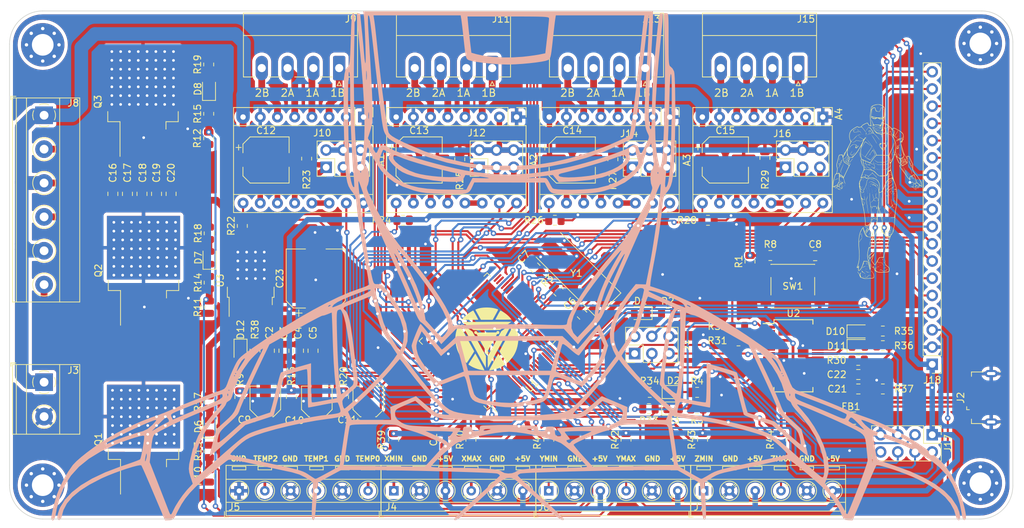
<source format=kicad_pcb>
(kicad_pcb (version 20211014) (generator pcbnew)
  (layers (0 "F.Cu" signal) (31 "B.Cu" signal) (34 "B.Paste" user) (35 "F.Paste" user) (36 "B.SilkS" user "B.Silkscreen") (37 "F.SilkS" user "F.Silkscreen") (38 "B.Mask" user) (39 "F.Mask" user) (44 "Edge.Cuts" user))
  (net 0 "")
  (net 1 "GNDREF")
  (net 2 "Net-(A1-Pad3)")
  (net 3 "Net-(A1-Pad4)")
  (net 4 "Net-(A1-Pad5)")
  (net 5 "Net-(A1-Pad6)")
  (net 6 "+5V")
  (net 7 "+12V")
  (net 8 "X_EN")
  (net 9 "XMS1")
  (net 10 "XMS2")
  (net 11 "Net-(A1-Pad13)")
  (net 12 "XMS3")
  (net 13 "X_STEP")
  (net 14 "X_DIR")
  (net 15 "Net-(A2-Pad3)")
  (net 16 "Net-(A2-Pad4)")
  (net 17 "Net-(A2-Pad5)")
  (net 18 "Net-(A2-Pad6)")
  (net 19 "Y_EN")
  (net 20 "YMS1")
  (net 21 "YMS2")
  (net 22 "YMS3")
  (net 23 "Net-(A2-Pad13)")
  (net 24 "Y_STEP")
  (net 25 "Y_DIR")
  (net 26 "Z_EN")
  (net 27 "Net-(A3-Pad3)")
  (net 28 "Net-(A3-Pad4)")
  (net 29 "Net-(A3-Pad5)")
  (net 30 "Net-(A3-Pad6)")
  (net 31 "ZMS1")
  (net 32 "ZMS2")
  (net 33 "ZMS3")
  (net 34 "Z_STEP")
  (net 35 "Net-(A3-Pad13)")
  (net 36 "Z_DIR")
  (net 37 "E_EN")
  (net 38 "EMS1")
  (net 39 "Net-(A4-Pad3)")
  (net 40 "Net-(A4-Pad4)")
  (net 41 "Net-(A4-Pad5)")
  (net 42 "Net-(A4-Pad6)")
  (net 43 "EMS2")
  (net 44 "EMS3")
  (net 45 "E_STEP")
  (net 46 "E_DIR")
  (net 47 "Net-(A4-Pad13)")
  (net 48 "RES")
  (net 49 "Net-(C21-Pad1)")
  (net 50 "Net-(D1-Pad1)")
  (net 51 "TXD")
  (net 52 "RXD")
  (net 53 "THERM0")
  (net 54 "THERM1")
  (net 55 "THERM2")
  (net 56 "Net-(D10-Pad1)")
  (net 57 "Net-(D10-Pad2)")
  (net 58 "Net-(D2-Pad2)")
  (net 59 "Net-(D3-Pad2)")
  (net 60 "Net-(D6-Pad1)")
  (net 61 "Net-(D6-Pad2)")
  (net 62 "Net-(D7-Pad1)")
  (net 63 "Net-(D7-Pad2)")
  (net 64 "Net-(D8-Pad2)")
  (net 65 "Net-(D11-Pad1)")
  (net 66 "Net-(D11-Pad2)")
  (net 67 "Net-(D12-Pad2)")
  (net 68 "D-")
  (net 69 "D+")
  (net 70 "Net-(FB1-Pad1)")
  (net 71 "USB_VCC")
  (net 72 "X_MIN")
  (net 73 "XTAL2")
  (net 74 "X_MAX")
  (net 75 "XTAL1")
  (net 76 "Y_MIN")
  (net 77 "Y_MAX")
  (net 78 "D10")
  (net 79 "Net-(Q1-Pad3)")
  (net 80 "D9")
  (net 81 "Net-(Q2-Pad3)")
  (net 82 "D8")
  (net 83 "Net-(Q3-Pad3)")
  (net 85 "Z_MIN")
  (net 86 "Z_MAX")
  (net 92 "D17")
  (net 93 "D16")
  (net 97 "D53")
  (net 98 "SCK")
  (net 99 "MOSI")
  (net 100 "MISO")
  (net 103 "Net-(R31-Pad1)")
  (net 107 "D49")
  (net 108 "D47")
  (net 109 "D45")
  (net 111 "D43")
  (net 115 "Net-(R32-Pad1)")
  (net 119 "D41")
  (net 120 "D37")
  (net 122 "D35")
  (net 124 "D33")
  (net 125 "D32")
  (net 126 "D31")
  (net 128 "Net-(R33-Pad1)")
  (net 134 "D39")
  (net 135 "D29")
  (net 136 "D27")
  (net 137 "D25")
  (net 138 "D23")
  (net 148 "Net-(R34-Pad1)")
  (net 158 "Net-(C1-Pad2)")
  (net 159 "Net-(D1-Pad2)")
  (net 160 "Net-(D8-Pad1)")
  (footprint "Resistor_SMD:R_0805_2012Metric" (layer "F.Cu") (at 131.6 65.8 -90)
    (fp_text reference "R12")
    (fp_text value "10R")
  )
  (footprint "LED_SMD:LED_0805_2012Metric" (layer "F.Cu") (at 227.512501 96.458749)
    (fp_text reference "D11")
    (fp_text value "LED_RED")
  )
  (footprint "LED_SMD:LED_0805_2012Metric" (layer "F.Cu") (at 136.3 97.1375 -90)
    (fp_text reference "D12")
    (fp_text value "LED_BLUE")
  )
  (footprint "Capacitor_SMD:C_0805_2012Metric" (layer "F.Cu") (at 221.12 83.13)
    (fp_text reference "C8")
    (fp_text value "100nF")
  )
  (footprint "LED_SMD:LED_0805_2012Metric" (layer "F.Cu") (at 200.22 103.255003)
    (fp_text reference "D2")
    (fp_text value "LED_RED")
  )
  (footprint "Module:Pololu_Breakout-16_15.2x20.3mm" (layer "F.Cu") (at 222.25 62.66 -90)
    (fp_text reference "A4")
    (fp_text value "DRIVER")
  )
  (footprint "Resistor_SMD:R_0805_2012Metric" (layer "F.Cu") (at 183.211099 88.408478 135)
    (fp_text reference "R3")
    (fp_text value "1M")
  )
  (footprint "Resistor_SMD:R_0805_2012Metric" (layer "F.Cu") (at 131.675 87.105 90)
    (fp_text reference "R14")
    (fp_text value "100K")
  )
  (footprint "Capacitor_SMD:C_0805_2012Metric" (layer "F.Cu") (at 123.9 74 90)
    (fp_text reference "C19")
    (fp_text value "100uF")
  )
  (footprint "Capacitor_SMD:CP_Elec_6.3x7.7" (layer "F.Cu") (at 207.86 69)
    (fp_text reference "C15")
    (fp_text value "100uF 35V")
  )
  (footprint "Resistor_SMD:R_0805_2012Metric" (layer "F.Cu") (at 131.675 112.01 90)
    (fp_text reference "R13")
    (fp_text value "100K")
  )
  (footprint "Resistor_SMD:R_0805_2012Metric" (layer "F.Cu") (at 211.5 84 90)
    (fp_text reference "R1")
    (fp_text value "10K")
  )
  (footprint "Connector_PinHeader_2.54mm:PinHeader_2x03_P2.54mm_Vertical" (layer "F.Cu") (at 171.535 70.075 90)
    (fp_text reference "J12")
    (fp_text value "MCU_PROG")
  )
  (footprint "Resistor_SMD:R_0805_2012Metric" (layer "F.Cu") (at 151.5 104 90)
    (fp_text reference "R20")
    (fp_text value "4.7K")
  )
  (footprint "Resistor_SMD:R_0805_2012Metric" (layer "F.Cu") (at 146.06 68.8 -90)
    (fp_text reference "R23")
    (fp_text value "100K")
  )
  (footprint "MountingHole:MountingHole_3.2mm_M3_Pad_Via" (layer "F.Cu") (at 107.1 52)
    (fp_text reference "H1" hide)
    (fp_text value "MountingHole")
  )
  (footprint "Connector_Phoenix_MC:PhoenixContact_MC_1,5_4-G-3.81_1x04_P3.81mm_Horizontal" (layer "F.Cu") (at 150.86 55.4325 180)
    (fp_text reference "J9")
    (fp_text value "Conn_01x04")
  )
  (footprint "Capacitor_SMD:C_0805_2012Metric" (layer "F.Cu") (at 121.75 74 90)
    (fp_text reference "C18")
    (fp_text value "100uF")
  )
  (footprint "Resistor_SMD:R_0805_2012Metric" (layer "F.Cu") (at 131.675 104.73 90)
    (fp_text reference "R17")
    (fp_text value "1.8K")
  )
  (footprint "M3FOOTPRINT:ironmanmask" (layer "F.Cu") (at 175.9 84.6)
    (fp_text reference "G***" hide)
    (fp_text value "LOGO" hide)
  )
  (footprint "MountingHole:MountingHole_3.2mm_M3_Pad_Via" (layer "F.Cu") (at 245.5 51.8)
    (fp_text reference "H2" hide)
    (fp_text value "MountingHole")
  )
  (footprint "Resistor_SMD:R_0805_2012Metric" (layer "F.Cu") (at 213.7 68.7 -90)
    (fp_text reference "R29")
    (fp_text value "100K")
  )
  (footprint "Capacitor_SMD:C_0805_2012Metric" (layer "F.Cu") (at 140.553 97.1575 90)
    (fp_text reference "C2")
    (fp_text value "100nF")
  )
  (footprint "M3FOOTPRINT:arcreactor" (layer "F.Cu") (at 172.7 95.4)
    (fp_text reference "G***" hide)
    (fp_text value "LOGO" hide)
  )
  (footprint "Resistor_SMD:R_0805_2012Metric" (layer "F.Cu") (at 199.36 91.620001 180)
    (fp_text reference "R2")
    (fp_text value "330R")
  )
  (footprint "Connector_USB:USB_Micro-B_GCT_USB3076-30-A" (layer "F.Cu") (at 245.9 104.1 90)
    (fp_text reference "J2")
    (fp_text value "USB_B_Micro")
  )
  (footprint "Connector_PinHeader_2.54mm:PinHeader_2x03_P2.54mm_Vertical" (layer "F.Cu") (at 194.135 70.075 90)
    (fp_text reference "J14")
    (fp_text value "MCU_PROG")
  )
  (footprint "M3FOOTPRINT:ironman" (layer "F.Cu") (at 230.4 73.7)
    (fp_text reference "G***" hide)
    (fp_text value "LOGO" hide)
  )
  (footprint "Resistor_SMD:R_0805_2012Metric" (layer "F.Cu") (at 205.3 77.9 180)
    (fp_text reference "R28")
    (fp_text value "10K")
  )
  (footprint "Connector_PinHeader_2.54mm:PinHeader_2x03_P2.54mm_Vertical" (layer "F.Cu") (at 194.475 97.575 90)
    (fp_text reference "J1")
    (fp_text value "6P IDC CONNECTOR")
  )
  (footprint "Module:Pololu_Breakout-16_15.2x20.3mm" (layer "F.Cu") (at 199.65 62.66 -90)
    (fp_text reference "A3")
    (fp_text value "DRIVER")
  )
  (footprint "Connector_PinHeader_2.54mm:PinHeader_2x04_P2.54mm_Vertical" (layer "F.Cu") (at 238.4 109.5575 -90)
    (fp_text reference "J17")
    (fp_text value "Conn_02x04_Odd_Even")
  )
  (footprint "Capacitor_SMD:C_1206_3216Metric" (layer "F.Cu") (at 226.4 107.1 180)
    (fp_text reference "FB1")
    (fp_text value "FerriteBead_Small")
  )
  (footprint "Capacitor_SMD:C_0805_2012Metric" (layer "F.Cu") (at 119.6 74 90)
    (fp_text reference "C17")
    (fp_text value "100uF")
  )
  (footprint "Capacitor_SMD:C_0805_2012Metric" (layer "F.Cu") (at 147 97.1575 90)
    (fp_text reference "C5")
    (fp_text value "100nF")
  )
  (footprint "Resistor_SMD:R_0805_2012Metric" (layer "F.Cu") (at 136.2 104 90)
    (fp_text reference "R9")
    (fp_text value "4.7K")
  )
  (footprint "TerminalBlock_MetzConnect:TerminalBlock_MetzConnect_Type086_RT03406HBLC_1x06_P3.81mm_Horizontal" (layer "F.Cu") (at 158.93 117.8325)
    (fp_text reference "J4")
    (fp_text value "X_END")
  )
  (footprint "Capacitor_SMD:CP_Elec_6.3x7.7" (layer "F.Cu") (at 140.06 69)
    (fp_text reference "C12")
    (fp_text value "100uF 35V")
  )
  (footprint "Resistor_SMD:R_0805_2012Metric" (layer "F.Cu") (at 196.7 103.3)
    (fp_text reference "R34")
    (fp_text value "1K")
  )
  (footprint "Crystal:Crystal_SMD_HC49-SD" (layer "F.Cu") (at 185.9 85.7 135)
    (fp_text reference "Y1")
    (fp_text value "16MHz")
  )
  (footprint "Capacitor_SMD:C_0805_2012Metric" (layer "F.Cu") (at 142.702 97.1575 90)
    (fp_text reference "C3")
    (fp_text value "100nF")
  )
  (footprint "Resistor_SMD:R_0805_2012Metric" (layer "F.Cu") (at 136.56 78.7325 90)
    (fp_text reference "R22")
    (fp_text value "10K")
  )
  (footprint "Capacitor_SMD:C_0805_2012Metric" (layer "F.Cu") (at 179.8111 84.908479 -45)
    (fp_text reference "C7")
    (fp_text value "22pF")
  )
  (footprint "Resistor_SMD:R_0805_2012Metric" (layer "F.Cu") (at 143.8 104 90)
    (fp_text reference "R16")
    (fp_text value "4.7K")
  )
  (footprint "LED_SMD:LED_0805_2012Metric" (layer "F.Cu") (at 131.72 108.35 90)
    (fp_text reference "D6")
    (fp_text value "LED")
  )
  (footprint "Resistor_SMD:R_0805_2012Metric" (layer "F.Cu") (at 214.5 83.100001)
    (fp_text reference "R8")
    (fp_text value "4K7")
  )
  (footprint "Capacitor_SMD:CP_Elec_6.3x7.7" (layer "F.Cu") (at 162.66 69)
    (fp_text reference "C13")
    (fp_text value "100uF 35V")
  )
  (footprint "LED_SMD:LED_0805_2012Metric" (layer "F.Cu") (at 200.157499 105.678207)
    (fp_text reference "D3")
    (fp_text value "LED_GREEN")
  )
  (footprint "Button_Switch_SMD:SW_Push_1P1T_NO_6x6mm_H9.5mm" (layer "F.Cu") (at 217.82 87.630001)
    (fp_text reference "SW1")
    (fp_text value "6x6 SMD")
  )
  (footprint "TerminalBlock_Phoenix:TerminalBlock_Phoenix_MKDS-1,5-2-5.08_1x02_P5.08mm_Horizontal" (layer "F.Cu") (at 107.3 101.8 -90)
    (fp_text reference "J3")
    (fp_text value "Conn_01x02")
  )
  (footprint "Package_TO_SOT_SMD:TO-263-2" (layer "F.Cu") (at 121.975 110.25 90)
    (fp_text reference "Q1")
    (fp_text value "Mos")
  )
  (footprint "Capacitor_SMD:C_0805_2012Metric" (layer "F.Cu") (at 144.851 97.1575 90)
    (fp_text reference "C4")
    (fp_text value "100nF")
  )
  (footprint "Connector_Phoenix_MC:PhoenixContact_MC_1,5_4-G-3.81_1x04_P3.81mm_Horizontal" (layer "F.Cu") (at 218.62 55.4325 180)
    (fp_text reference "J15")
    (fp_text value "Conn_01x04")
  )
  (footprint "Connector_PinHeader_2.54mm:PinHeader_2x03_P2.54mm_Vertical" (layer "F.Cu") (at 216.735 70.075 90)
    (fp_text reference "J16")
    (fp_text value "MCU_PROG")
  )
  (footprint "Package_QFP:TQFP-100_14x14mm_P0.5mm" (layer "F.Cu") (at 172.7111 95.725311 135)
    (fp_text reference "U1")
    (fp_text value "ATmega2560-16A")
  )
  (footprint "Resistor_SMD:R_0805_2012Metric" (layer "F.Cu") (at 131.675 79.825 90)
    (fp_text reference "R18")
    (fp_text value "1.8K")
  )
  (footprint "Resistor_SMD:R_0805_2012Metric" (layer "F.Cu") (at 160.3 77.9 180)
    (fp_text reference "R24")
    (fp_text value "10K")
  )
  (footprint "Resistor_SMD:R_0805_2012Metric" (layer "F.Cu") (at 216.1 110.3 -90)
    (fp_text reference "R44")
    (fp_text value "4K7")
  )
  (footprint "Resistor_SMD:R_0805_2012Metric" (layer "F.Cu") (at 182.7 77.9 180)
    (fp_text reference "R26")
    (fp_text value "10K")
  )
  (footprint "Capacitor_SMD:C_0805_2012Metric" (layer "F.Cu") (at 227.492501 100.67125)
    (fp_text reference "C22")
    (fp_text value "100nF")
  )
  (footprint "Capacitor_SMD:C_0805_2012Metric" (layer "F.Cu") (at 117.45 74 90)
    (fp_text reference "C16")
    (fp_text value "100uF")
  )
  (footprint "Resistor_SMD:R_0805_2012Metric" (layer "F.Cu") (at 181.8 110.3 -90)
    (fp_text reference "R41")
    (fp_text value "4K7")
  )
  (footprint "Resistor_SMD:R_0805_2012Metric" (layer "F.Cu") (at 168.66 68.9 -90)
    (fp_text reference "R25")
    (fp_text value "100K")
  )
  (footprint "Resistor_SMD:R_0805_2012Metric" (layer "F.Cu") (at 231.112502 102.799998)
    (fp_text reference "R37")
    (fp_text value "1K")
  )
  (footprint "Resistor_SMD:R_0805_2012Metric" (layer "F.Cu") (at 196.5875 105.723205)
    (fp_text reference "R33")
    (fp_text value "1K")
  )
  (footprint "Capacitor_SMD:C_0805_2012Metric" (layer "F.Cu") (at 227.4925 102.8)
    (fp_text reference "C21")
    (fp_text value "100nF")
  )
  (footprint "TerminalBlock_Phoenix:TerminalBlock_Phoenix_MKDS-1,5-6_1x06_P5.00mm_Horizontal" (layer "F.Cu") (at 107.3 62.4 -90)
    (fp_text reference "J8")
    (fp_text value "Heaters & Fans")
  )
  (footprint "Package_TO_SOT_SMD:TO-252-2" (layer "F.Cu") (at 137.8 86.8 90)
    (fp_text reference "U3")
    (fp_text value "L7805")
  )
  (footprint "LED_SMD:LED_0805_2012Metric" (layer "F.Cu") (at 195.3625 91.6 180)
    (fp_text reference "D1")
    (fp_text value "LED_RED")
  )
  (footprint "Package_TO_SOT_SMD:TO-263-2" (layer "F.Cu") (at 121.9 60.4 90)
    (fp_text reference "Q3")
    (fp_text value "Mos")
  )
  (footprint "TerminalBlock_MetzConnect:TerminalBlock_MetzConnect_Type086_RT03406HBLC_1x06_P3.81mm_Horizontal" (layer "F.Cu") (at 136.075 117.8325)
    (fp_text reference "J5")
    (fp_text value "Thermistor")
  )
  (footprint "Resistor_SMD:R_0805_2012Metric" (layer "F.Cu") (at 131.675 90.725 -90)
    (fp_text reference "R11")
    (fp_text value "10R")
  )
  (footprint "Resistor_SMD:R_0805_2012Metric" (layer "F.Cu") (at 209.800002 95.699998 180)
    (fp_text reference "R31")
    (fp_text value "100R_NM")
  )
  (footprint "Capacitor_SMD:CP_Elec_8x10.5" (layer "F.Cu") (at 147.4 86.5 90)
    (fp_text reference "C23")
    (fp_text value "220UF 25V")
  )
  (footprint "Connector_PinHeader_2.54mm:PinHeader_1x18_P2.54mm_Vertical" (layer "F.Cu") (at 238.4 99.1575 180)
    (fp_text reference "J18")
    (fp_text value "Conn_01x18")
  )
  (footprint "Capacitor_SMD:CP_Elec_4x5.7" (layer "F.Cu") (at 139.96 104.6425 90)
    (fp_text reference "C9")
    (fp_text value "10uF")
  )
  (footprint "Package_TO_SOT_SMD:TO-263-2" (layer "F.Cu") (at 121.975 85.325 90)
    (fp_text reference "Q2")
    (fp_text value "Mos")
  )
  (footprint "Resistor_SMD:R_0805_2012Metric" (layer "F.Cu") (at 203.6875 105.723206)
    (fp_text reference "R5")
    (fp_text value "330R")
  )
  (footprint "Resistor_SMD:R_0805_2012Metric" (layer "F.Cu") (at 131.675 115.63 -90)
    (fp_text reference "R10")
    (fp_text value "10R")
  )
  (footprint "Connector_PinHeader_2.54mm:PinHeader_2x03_P2.54mm_Vertical" (layer "F.Cu") (at 148.935 70.075 90)
    (fp_text reference "J10")
    (fp_text value "MCU_PROG")
  )
  (footprint "MountingHole:MountingHole_3.2mm_M3_Pad_Via" (layer "F.Cu") (at 245.5 116.7)
    (fp_text reference "H4" hide)
    (fp_text value "MountingHole")
  )
  (footprint "Resistor_SMD:R_0805_2012Metric" (layer "F.Cu") (at 209.8 93.6 180)
    (fp_text reference "R32")
    (fp_text value "100R_NM or 100nF")
  )
  (footprint "Resistor_SMD:R_0805_2012Metric" (layer "F.Cu") (at 191.26 68.9 -90)
    (fp_text reference "R27")
    (fp_text value "100K")
  )
  (footprint "Resistor_SMD:R_0805_2012Metric" (layer "F.Cu") (at 203.7 103.3)
    (fp_text reference "R4")
    (fp_text value "330R")
  )
  (footprint "Package_SO:SSOP-28_5.3x10.2mm_P0.65mm" (layer "F.Cu") (at 217.912499 97.9)
    (fp_text reference "U2")
    (fp_text value "FT232RL")
  )
  (footprint "Resistor_SMD:R_0805_2012Metric" (layer "F.Cu") (at 231.112501 96.41375)
    (fp_text reference "R36")
    (fp_text value "330R")
  )
  (footprint "TerminalBlock_MetzConnect:TerminalBlock_MetzConnect_Type086_RT03406HBLC_1x06_P3.81mm_Horizontal" (layer "F.Cu") (at 204.65 117.8325)
    (fp_text reference "J7")
    (fp_text value "Z_END")
  )
  (footprint "LED_SMD:LED_0805_2012Metric" (layer "F.Cu") (at 227.5125 94.3)
    (fp_text reference "D10")
    (fp_text value "LED_RED")
  )
  (footprint "Capacitor_SMD:C_0805_2012Metric" (layer "F.Cu") (at 126.05 74 90)
    (fp_text reference "C20")
    (fp_text value "100uF")
  )
  (footprint "LED_SMD:LED_0805_2012Metric" (layer "F.Cu") (at 131.72 83.445 90)
    (fp_text reference "D7")
    (fp_text value "LED")
  )
  (footprint "Connector_Phoenix_MC:PhoenixContact_MC_1,5_4-G-3.81_1x04_P3.81mm_Horizontal" (layer "F.Cu") (at 173.446666 55.4325 180)
    (fp_text reference "J11")
    (fp_text value "Conn_01x04")
  )
  (footprint "TerminalBlock_MetzConnect:TerminalBlock_MetzConnect_Type086_RT03406HBLC_1x06_P3.81mm_Horizontal" (layer "F.Cu") (at 181.79 117.8325)
    (fp_text reference "J6")
    (fp_text value "Y_END")
  )
  (footprint "Capacitor_SMD:CP_Elec_6.3x7.7" (layer "F.Cu") (at 185.26 69)
    (fp_text reference "C14")
    (fp_text value "100uF 35V")
  )
  (footprint "Resistor_SMD:R_0805_2012Metric" (layer "F.Cu") (at 131.6 54.9 90)
    (fp_text reference "R19")
    (fp_text value "1.8K")
  )
  (footprint "Capacitor_SMD:C_0805_2012Metric" (layer "F.Cu") (at 166.5 110.28 90)
    (fp_text reference "C1")
    (fp_text value "47uF")
  )
  (footprint "Resistor_SMD:R_0805_2012Metric" (layer "F.Cu") (at 231.1125 94.255001)
    (fp_text reference "R35")
    (fp_text value "330R")
  )
  (footprint "MountingHole:MountingHole_3.2mm_M3_Pad_Via" (layer "F.Cu") (at 107.1 117)
    (fp_text reference "H3" hide)
    (fp_text value "MountingHole")
  )
  (footprint "Resistor_SMD:R_0805_2012Metric" (layer "F.Cu") (at 131.6 62.18 90)
    (fp_text reference "R15")
    (fp_text value "100K")
  )
  (footprint "Resistor_SMD:R_0805_2012Metric" (layer "F.Cu") (at 204.5 110.3 -90)
    (fp_text reference "R43")
    (fp_text value "4K7")
  )
  (footprint "Resistor_SMD:R_0805_2012Metric" (layer "F.Cu") (at 193.2 110.3 -90)
    (fp_text reference "R42")
    (fp_text value "4K7")
  )
  (footprint "Module:Pololu_Breakout-16_15.2x20.3mm" (layer "F.Cu") (at 154.45 62.66 -90)
    (fp_text reference "A1")
    (fp_text value "DRIVER")
  )
  (footprint "Resistor_SMD:R_0805_2012Metric" (layer "F.Cu") (at 170.3 110.3 -90)
    (fp_text reference "R40")
    (fp_text value "4K7")
  )
  (footprint "Resistor_SMD:R_0805_2012Metric" (layer "F.Cu") (at 158.9 110.3 -90)
    (fp_text reference "R39")
    (fp_text value "4K7")
  )
  (footprint "Capacitor_SMD:C_0805_2012Metric" (layer "F.Cu") (at 186.711098 91.808479 135)
    (fp_text reference "C6")
    (fp_text value "22pF")
  )
  (footprint "Resistor_SMD:R_0805_2012Metric" (layer "F.Cu") (at 138.434 97.1375 90)
    (fp_text reference "R38")
    (fp_text value "330R")
  )
  (footprint "Resistor_SMD:R_0805_2012Metric" (layer "F.Cu") (at 227.472502 98.572498)
    (fp_text reference "R30")
    (fp_text value "0R_NM")
  )
  (footprint "Capacitor_SMD:CP_Elec_4x5.7" (layer "F.Cu") (at 155.16 104.6425 90)
    (fp_text reference "C11")
    (fp_text value "10uF")
  )
  (footprint "LED_SMD:LED_0805_2012Metric" (layer "F.Cu") (at 131.645 58.52 90)
    (fp_text reference "D8")
    (fp_text value "LED")
  )
  (footprint "Module:Pololu_Breakout-16_15.2x20.3mm" (layer "F.Cu") (at 177.05 62.66 -90)
    (fp_text reference "A2")
    (fp_text value "DRIVER")
  )
  (footprint "Connector_Phoenix_MC:PhoenixContact_MC_1,5_4-G-3.81_1x04_P3.81mm_Horizontal" (layer "F.Cu") (at 196.033332 55.4325 180)
    (fp_text reference "J13")
    (fp_text value "Conn_01x04")
  )
  (footprint "Capacitor_SMD:CP_Elec_4x5.7" (layer "F.Cu") (at 147.56 104.6425 90)
    (fp_text reference "C10")
    (fp_text value "10uF")
  )
  (gr_line (start 245.7 47) (end 107.1 47) (layer "Edge.Cuts") (width 0.1))
  (gr_arc (start 250.3 117.1) (mid 248.864823 120.564823) (end 245.4 122) (layer "Edge.Cuts") (width 0.1))
  (gr_line (start 107.1 121.999999) (end 245.4 122) (layer "Edge.Cuts") (width 0.1))
  (gr_line (start 102.2 51.9) (end 102.199001 117) (layer "Edge.Cuts") (width 0.1))
  (gr_arc (start 102.2 51.9) (mid 103.635177 48.435177) (end 107.1 47) (layer "Edge.Cuts") (width 0.1))
  (gr_arc (start 107.1 121.999999) (mid 103.628579 120.500706) (end 102.199001 117) (layer "Edge.Cuts") (width 0.1))
  (gr_line (start 250.3 117.1) (end 250.3 51.6) (layer "Edge.Cuts") (width 0.1))
  (gr_arc (start 245.7 47) (mid 248.952691 48.347309) (end 250.3 51.6) (layer "Edge.Cuts") (width 0.1))
  (gr_text "ZMAX" (at 216 113.1) (layer "F.SilkS") (effects (font (size 0.75 0.75) (thickness 0.1875))))
  (gr_text "+5V" (at 189.3 113.1) (layer "F.SilkS") (effects (font (size 0.75 0.75) (thickness 0.1875))))
  (gr_text "GND" (at 151.3 113.1) (layer "F.SilkS") (effects (font (size 0.75 0.75) (thickness 0.1875))))
  (gr_text "+5V" (at 200.8 113.1) (layer "F.SilkS") (effects (font (size 0.75 0.75) (thickness 0.1875))))
  (gr_text "TEMP2" (at 140 113.1) (layer "F.SilkS") (effects (font (size 0.75 0.75) (thickness 0.1875))))
  (gr_text "GND" (at 136 113.1) (layer "F.SilkS") (effects (font (size 0.75 0.75) (thickness 0.1875))))
  (gr_text "2B  2A  1A  1B" (at 212.86 59.1) (layer "F.SilkS") (effects (font (size 1.1 1.1))))
  (gr_text "+5V" (at 177.9 113.1) (layer "F.SilkS") (effects (font (size 0.75 0.75) (thickness 0.1875))))
  (gr_text "GND" (at 208.6 113.1) (layer "F.SilkS") (effects (font (size 0.75 0.75) (thickness 0.1875))))
  (gr_text "GND" (at 143.6 113.1) (layer "F.SilkS") (effects (font (size 0.75 0.75) (thickness 0.1875))))
  (gr_text "YMIN" (at 181.8 113.1) (layer "F.SilkS") (effects (font (size 0.75 0.75) (thickness 0.1875))))
  (gr_text "ZMIN" (at 204.7 113.1) (layer "F.SilkS") (effects (font (size 0.75 0.75) (thickness 0.1875))))
  (gr_text "XMAX" (at 170.4 113.1) (layer "F.SilkS") (effects (font (size 0.75 0.75) (thickness 0.1875))))
  (gr_text "TEMP0" (at 155.1 113.1) (layer "F.SilkS") (effects (font (size 0.75 0.75) (thickness 0.1875))))
  (gr_text "2B  2A  1A  1B" (at 145.06 59.1) (layer "F.SilkS") (effects (font (size 1.1 1.1))))
  (gr_text "TEMP1" (at 147.5 113.1) (layer "F.SilkS") (effects (font (size 0.75 0.75) (thickness 0.1875))))
  (gr_text "GND" (at 174.2 113.1) (layer "F.SilkS") (effects (font (size 0.75 0.75) (thickness 0.1875))))
  (gr_text "+5V" (at 212.2 113.1) (layer "F.SilkS") (effects (font (size 0.75 0.75) (thickness 0.1875))))
  (gr_text "XMIN" (at 158.9 113.1) (layer "F.SilkS") (effects (font (size 0.75 0.75) (thickness 0.1875))))
  (gr_text "GND" (at 219.9 113.1) (layer "F.SilkS") (effects (font (size 0.75 0.75) (thickness 0.1875))))
  (gr_text "GND" (at 185.7 113.1) (layer "F.SilkS") (effects (font (size 0.75 0.75) (thickness 0.1875))))
  (gr_text "GND" (at 197.1 113.1) (layer "F.SilkS") (effects (font (size 0.75 0.75) (thickness 0.1875))))
  (gr_text "+5V" (at 166.5 113.1) (layer "F.SilkS") (effects (font (size 0.75 0.75) (thickness 0.1875))))
  (gr_text "+5V" (at 223.6 113.1) (layer "F.SilkS") (effects (font (size 0.75 0.75) (thickness 0.1875))))
  (gr_text "2B  2A  1A  1B" (at 190.16 59.1) (layer "F.SilkS") (effects (font (size 1.1 1.1))))
  (gr_text "GND" (at 162.7 113.1) (layer "F.SilkS") (effects (font (size 0.75 0.75) (thickness 0.1875))))
  (gr_text "2B  2A  1A  1B" (at 167.36 59.1) (layer "F.SilkS") (effects (font (size 1.1 1.1))))
  (gr_text "YMAX" (at 193.2 113.1) (layer "F.SilkS") (effects (font (size 0.75 0.75) (thickness 0.1875))))
  (segment (start 219.3 96.4) (end 219.3 97.6) (width 0.3) (layer "F.Cu") (net 1))
  (segment (start 164.818021 98.668644) (end 165.872451 97.614214) (width 0.3) (layer "F.Cu") (net 1))
  (segment (start 216.5 98.6) (end 216.5 98.587501) (width 0.3) (layer "F.Cu") (net 1))
  (segment (start 153.4 104.5) (end 153.5025 104.5) (width 0.3) (layer "F.Cu") (net 1))
  (segment (start 171.181982 105.032604) (end 172.4 103.814586) (width 0.3) (layer "F.Cu") (net 1))
  (segment (start 180.250626 92.428426) (end 180.250626 92.429103) (width 0.3) (layer "F.Cu") (net 1))
  (segment (start 219.3 95.6) (end 219.925 94.975) (width 0.3) (layer "F.Cu") (net 1))
  (segment (start 219.3 96.4) (end 219.3 95.6) (width 0.3) (layer "F.Cu") (net 1))
  (segment (start 177.422199 101.850623) (end 177.42152 101.850623) (width 0.3) (layer "F.Cu") (net 1))
  (segment (start 172.4 103.814586) (end 172.4 102.2) (width 0.3) (layer "F.Cu") (net 1))
  (segment (start 165.5 87.8) (end 165.5 87.807104) (width 0.3) (layer "F.Cu") (net 1))
  (segment (start 180.250626 92.429103) (end 179.639865 93.039865) (width 0.3) (layer "F.Cu") (net 1))
  (segment (start 219.825 100.175) (end 219.5 100.5) (width 0.3) (layer "F.Cu") (net 1))
  (segment (start 215.487499 97.575) (end 214.312499 97.575) (width 0.3) (layer "F.Cu") (net 1))
  (segment (start 219.925 94.975) (end 221.512499 94.975) (width 0.3) (layer "F.Cu") (net 1))
  (segment (start 175.4 95.5) (end 173.8 93.9) (width 0.3) (layer "F.Cu") (net 1))
  (segment (start 216.5 98.587501) (end 215.487499 97.575) (width 0.3) (layer "F.Cu") (net 1))
  (segment (start 230.200002 101.500002) (end 230.2 101.5) (width 0.3) (layer "F.Cu") (net 1))
  (segment (start 176.5 100.929103) (end 176.5 100) (width 0.3) (layer "F.Cu") (net 1))
  (segment (start 219.3 97.6) (end 219.925 98.225) (width 0.3) (layer "F.Cu") (net 1))
  (segment (start 219.925 98.225) (end 221.512499 98.225) (width 0.3) (layer "F.Cu") (net 1))
  (segment (start 221.512499 100.175) (end 219.825 100.175) (width 0.3) (layer "F.Cu") (net 1))
  (segment (start 177.17973 95.5) (end 175.4 95.5) (width 0.3) (layer "F.Cu") (net 1))
  (segment (start 221.512499 95.625) (end 221.512499 94.975) (width 0.3) (layer "F.Cu") (net 1))
  (segment (start 165.872451 97.614214) (end 166.936413 97.614213) (width 0.3) (layer "F.Cu") (net 1))
  (segment (start 177.42152 101.850623) (end 176.5 100.929103) (width 0.3) (layer "F.Cu") (net 1))
  (segment (start 153.5025 104.5) (end 155.16 102.8425) (width 0.3) (layer "F.Cu") (net 1))
  (segment (start 165.5 87.807104) (end 167.646448 89.953552) (width 0.3) (layer "F.Cu") (net 1))
  (segment (start 230.200002 102.799998) (end 230.200002 101.500002) (width 0.3) (layer "F.Cu") (net 1))
  (segment (start 179.639865 93.039865) (end 177.17973 95.5) (width 0.3) (layer "F.Cu") (net 1))
  (via (at 153.4 104.5) (size 0.8) (drill 0.4) (layers "F.Cu" "B.Cu") (net 1))
  (via (at 126.7 79.5) (size 0.8) (drill 0.4) (layers "F.Cu" "B.Cu") (net 1))
  (via (at 123.9 102.993736) (size 0.8) (drill 0.4) (layers "F.Cu" "B.Cu") (net 1))
  (via (at 126.7 83.4) (size 0.8) (drill 0.4) (layers "F.Cu" "B.Cu") (net 1))
  (via (at 121.3 106.9) (size 0.8) (drill 0.4) (layers "F.Cu" "B.Cu") (net 1))
  (via (at 139.8 82.6) (size 0.8) (drill 0.4) (layers "F.Cu" "B.Cu") (net 1))
  (via (at 120.2 82.1) (size 0.8) (drill 0.4) (layers "F.Cu" "B.Cu") (net 1))
  (via (at 118.9 84.7) (size 0.8) (drill 0.4) (layers "F.Cu" "B.Cu") (net 1))
  (via (at 120.2 78.2) (size 0.8) (drill 0.4) (layers "F.Cu" "B.Cu") (net 1))
  (via (at 233.2 85.8) (size 0.8) (drill 0.4) (layers "F.Cu" "B.Cu") (net 1))
  (via (at 123.9 110.793736) (size 0.8) (drill 0.4) (layers "F.Cu" "B.Cu") (net 1))
  (via (at 126.7 82.1) (size 0.8) (drill 0.4) (layers "F.Cu" "B.Cu") (net 1))
  (via (at 125.1 60.8) (size 0.8) (drill 0.4) (layers "F.Cu" "B.Cu") (net 1))
  (via (at 121.2 55.6) (size 0.8) (drill 0.4) (layers "F.Cu" "B.Cu") (net 1))
  (via (at 122.5 60.793736) (size 0.8) (drill 0.4) (layers "F.Cu" "B.Cu") (net 1))
  (via (at 125.2 104.3) (size 0.8) (drill 0.4) (layers "F.Cu" "B.Cu") (net 1))
  (via (at 122.6 104.293736) (size 0.8) (drill 0.4) (layers "F.Cu" "B.Cu") (net 1))
  (via (at 123.9 105.593736) (size 0.8) (drill 0.4) (layers "F.Cu" "B.Cu") (net 1))
  (via (at 118.9 86) (size 0.8) (drill 0.4) (layers "F.Cu" "B.Cu") (net 1))
  (via (at 128.6 89.4) (size 0.8) (drill 0.4) (layers "F.Cu" "B.Cu") (net 1))
  (via (at 236.1 67.4) (size 0.8) (drill 0.4) (layers "F.Cu" "B.Cu") (net 1))
  (via (at 121.5 82.1) (size 0.8) (drill 0.4) (layers "F.Cu" "B.Cu") (net 1))
  (via (at 118.6 59.5) (size 0.8) (drill 0.4) (layers "F.Cu" "B.Cu") (net 1))
  (via (at 121.3 110.8) (size 0.8) (drill 0.4) (layers "F.Cu" "B.Cu") (net 1))
  (via (at 122.6 108.193736) (size 0.8) (drill 0.4) (layers "F.Cu" "B.Cu") (net 1))
  (via (at 120 104.3) (size 0.8) (drill 0.4) (layers "F.Cu" "B.Cu") (net 1))
  (via (at 117.3 58.2) (size 0.8) (drill 0.4) (layers "F.Cu" "B.Cu") (net 1))
  (via (at 120.2 84.7) (size 0.8) (drill 0.4) (layers "F.Cu" "B.Cu") (net 1))
  (via (at 159.4 72.7) (size 0.8) (drill 0.4) (layers "F.Cu" "B.Cu") (net 1))
  (via (at 125.2 109.5) (size 0.8) (drill 0.4) (layers "F.Cu" "B.Cu") (net 1))
  (via (at 137.2 83.9) (size 0.8) (drill 0.4) (layers "F.Cu" "B.Cu") (net 1))
  (via (at 122.6 109.493736) (size 0.8) (drill 0.4) (layers "F.Cu" "B.Cu") (net 1))
  (via (at 125.2 110.8) (size 0.8) (drill 0.4) (layers "F.Cu" "B.Cu") (net 1))
  (via (at 126.4 55.6) (size 0.8) (drill 0.4) (layers "F.Cu" "B.Cu") (net 1))
  (via (at 118.7 104.3) (size 0.8) (drill 0.4) (layers "F.Cu" "B.Cu") (net 1))
  (via (at 184.4 104.7) (size 0.8) (drill 0.4) (layers "F.Cu" "B.Cu") (net 1))
  (via (at 126.4 56.9) (size 0.8) (drill 0.4) (layers "F.Cu" "B.Cu") (net 1))
  (via (at 122.8 82.093736) (size 0.8) (drill 0.4) (layers "F.Cu" "B.Cu") (net 1))
  (via (at 138.5 82.6) (size 0.8) (drill 0.4) (layers "F.Cu" "B.Cu") (net 1))
  (via (at 120 110.8) (size 0.8) (drill 0.4) (layers "F.Cu" "B.Cu") (net 1))
  (via (at 118.9 78.2) (size 0.8) (drill 0.4) (layers "F.Cu" "B.Cu") (net 1))
  (via (at 117.4 110.8) (size 0.8) (drill 0.4) (layers "F.Cu" "B.Cu") (net 1))
  (via (at 122.8 85.993736) (size 0.8) (drill 0.4) (layers "F.Cu" "B.Cu") (net 1))
  (via (at 138.5 86.5) (size 0.8) (drill 0.4) (layers "F.Cu" "B.Cu") (net 1))
  (via (at 139.8 86.5) (size 0.8) (drill 0.4) (layers "F.Cu" "B.Cu") (net 1))
  (via (at 119.9 58.2) (size 0.8) (drill 0.4) (layers "F.Cu" "B.Cu") (net 1))
  (via (at 117.4 106.9) (size 0.8) (drill 0.4) (layers "F.Cu" "B.Cu") (net 1))
  (via (at 119.9 53) (size 0.8) (drill 0.4) (layers "F.Cu" "B.Cu") (net 1))
  (via (at 135.9 86.5) (size 0.8) (drill 0.4) (layers "F.Cu" "B.Cu") (net 1))
  (via (at 117.6 78.2) (size 0.8) (drill 0.4) (layers "F.Cu" "B.Cu") (net 1))
  (via (at 125.2 106.9) (size 0.8) (drill 0.4) (layers "F.Cu" "B.Cu") (net 1))
  (via (at 123.8 52.993736) (size 0.8) (drill 0.4) (layers "F.Cu" "B.Cu") (net 1))
  (via (at 198.6 85.9) (size 0.8) (drill 0.4) (layers "F.Cu" "B.Cu") (net 1))
  (via (at 125.1 53) (size 0.8) (drill 0.4) (layers "F.Cu" "B.Cu") (net 1))
  (via (at 123.8 60.793736) (size 0.8) (drill 0.4) (layers "F.Cu" "B.Cu") (net 1))
  (via (at 122.6 105.593736) (size 0.8) (drill 0.4) (layers "F.Cu" "B.Cu") (net 1))
  (via (at 120.2 79.5) (size 0.8) (drill 0.4) (layers "F.Cu" "B.Cu") (net 1))
  (via (at 125.1 59.5) (size 0.8) (drill 0.4) (layers "F.Cu" "B.Cu") (net 1))
  (via (at 126.7 86) (size 0.8) (drill 0.4) (layers "F.Cu" "B.Cu") (net 1))
  (via (at 171.8 106.9) (size 0.8) (drill 0.4) (layers "F.Cu" "B.Cu") (net 1))
  (via (at 125.1 55.6) (size 0.8) (drill 0.4) (layers "F.Cu" "B.Cu") (net 1))
  (via (at 160.5 94.3) (size 0.8) (drill 0.4) (layers "F.Cu" "B.Cu") (net 1))
  (via (at 117.3 54.3) (size 0.8) (drill 0.4) (layers "F.Cu" "B.Cu") (net 1))
  (via (at 125.4 83.4) (size 0.8) (drill 0.4) (layers "F.Cu" "B.Cu") (net 1))
  (via (at 120 108.2) (size 0.8) (drill 0.4) (layers "F.Cu" "B.Cu") (net 1))
  (via (at 139.8 85.2) (size 0.8) (drill 0.4) (layers "F.Cu" "B.Cu") (net 1))
  (via (at 138.5 85.2) (size 0.8) (drill 0.4) (layers "F.Cu" "B.Cu") (net 1))
  (via (at 125.4 82.1) (size 0.8) (drill 0.4) (layers "F.Cu" "B.Cu") (net 1))
  (via (at 122.8 84.693736) (size 0.8) (drill 0.4) (layers "F.Cu" "B.Cu") (net 1))
  (via (at 119.9 59.5) (size 0.8) (drill 0.4) (layers "F.Cu" "B.Cu") (net 1))
  (via (at 118.6 60.8) (size 0.8) (drill 0.4) (layers "F.Cu" "B.Cu") (net 1))
  (via (at 156.5 91.7) (size 0.8) (drill 0.4) (layers "F.Cu" "B.Cu") (net 1))
  (via (at 124.1 78.193736) (size 0.8) (drill 0.4) (layers "F.Cu" "B.Cu") (net 1))
  (via (at 126.5 105.6) (size 0.8) (drill 0.4) (layers "F.Cu" "B.Cu") (net 1))
  (via (at 122.6 110.793736) (size 0.8) (drill 0.4) (layers "F.Cu" "B.Cu") (net 1))
  (via (at 117.4 108.2) (size 0.8) (drill 0.4) (layers "F.Cu" "B.Cu") (net 1))
  (via (at 125.4 84.7) (size 0.8) (drill 0.4) (layers "F.Cu" "B.Cu") (net 1))
  (via (at 126.7 80.8) (size 0.8) (drill 0.4) (layers "F.Cu" "B.Cu") (net 1))
  (via (at 191.3 96.2) (size 0.8) (drill 0.4) (layers "F.Cu" "B.Cu") (net 1))
  (via (at 118.6 54.3) (size 0.8) (drill 0.4) (layers "F.Cu" "B.Cu") (net 1))
  (via (at 209.5 78.5) (size 0.8) (drill 0.4) (layers "F.Cu" "B.Cu") (net 1))
  (via (at 117.6 86) (size 0.8) (drill 0.4) (layers "F.Cu" "B.Cu") (net 1))
  (via (at 124.1 79.493736) (size 0.8) (drill 0.4) (layers "F.Cu" "B.Cu") (net 1))
  (via (at 192.3 104.2) (size 0.8) (drill 0.4) (layers "F.Cu" "B.Cu") (net 1))
  (via (at 117.3 60.8) (size 0.8) (drill 0.4) (layers "F.Cu" "B.Cu") (net 1))
  (via (at 123.8 54.293736) (size 0.8) (drill 0.4) (layers "F.Cu" "B.Cu") (net 1))
  (via (at 126.7 84.7) (size 0.8) (drill 0.4) (layers "F.Cu" "B.Cu") (net 1))
  (via (at 122.6 102.993736) (size 0.8) (drill 0.4) (layers "F.Cu" "B.Cu") (net 1))
  (via (at 124.1 84.693736) (size 0.8) (drill 0.4) (layers "F.Cu" "B.Cu") (net 1))
  (via (at 123.9 106.893736) (size 0.8) (drill 0.4) (layers "F.Cu" "B.Cu") (net 1))
  (via (at 185.9 83.2) (size 0.8) (drill 0.4) (layers "F.Cu" "B.Cu") (net 1))
  (via (at 121.2 53) (size 0.8) (drill 0.4) (layers "F.Cu" "B.Cu") (net 1))
  (via (at 119.9 56.9) (size 0.8) (drill 0.4) (layers "F.Cu" "B.Cu") (net 1))
  (via (at 125.4 78.2) (size 0.8) (drill 0.4) (layers "F.Cu" "B.Cu") (net 1))
  (via (at 180.6 83.3) (size 0.8) (drill 0.4) (layers "F.Cu" "B.Cu") (net 1))
  (via (at 125.1 56.9) (size 0.8) (drill 0.4) (layers "F.Cu" "B.Cu") (net 1))
  (via (at 120.2 86) (size 0.8) (drill 0.4) (layers "F.Cu" "B.Cu") (net 1))
  (via (at 122.8 80.793736) (size 0.8) (drill 0.4) (layers "F.Cu" "B.Cu") (net 1))
  (via (at 117.6 80.8) (size 0.8) (drill 0.4) (layers "F.Cu" "B.Cu") (net 1))
  (via (at 121.2 56.9) (size 0.8) (drill 0.4) (layers "F.Cu" "B.Cu") (net 1))
  (via (at 123.8 55.593736) (size 0.8) (drill 0.4) (layers "F.Cu" "B.Cu") (net 1))
  (via (at 124.1 85.993736) (size 0.8) (drill 0.4) (layers "F.Cu" "B.Cu") (net 1))
  (via (at 125.1 58.2) (size 0.8) (drill 0.4) (layers "F.Cu" "B.Cu") (net 1))
  (via (at 188.7 93.2) (size 0.8) (drill 0.4) (layers "F.Cu" "B.Cu") (net 1))
  (via (at 173.8 93.9) (size 0.8) (drill 0.4) (layers "F.Cu" "B.Cu") (net 1))
  (via (at 121.3 103) (size 0.8) (drill 0.4) (layers "F.Cu" "B.Cu") (net 1))
  (via (at 123.9 104.293736) (size 0.8) (drill 0.4) (layers "F.Cu" "B.Cu") (net 1))
  (via (at 124.1 83.393736) (size 0.8) (drill 0.4) (layers "F.Cu" "B.Cu") (net 1))
  (via (at 118.9 82.1) (size 0.8) (drill 0.4) (layers "F.Cu" "B.Cu") (net 1))
  (via (at 121.2 60.8) (size 0.8) (drill 0.4) (layers "F.Cu" "B.Cu") (net 1))
  (via (at 137.2 85.2) (size 0.8) (drill 0.4) (layers "F.Cu" "B.Cu") (net 1))
  (via (at 117.3 56.9) (size 0.8) (drill 0.4) (layers "F.Cu" "B.Cu") (net 1))
  (via (at 185.5 96.6) (size 0.8) (drill 0.4) (layers "F.Cu" "B.Cu") (net 1))
  (via (at 217.6 86.5) (size 0.8) (drill 0.4) (layers "F.Cu" "B.Cu") (net 1))
  (via (at 118.7 109.5) (size 0.8) (drill 0.4) (layers "F.Cu" "B.Cu") (net 1))
  (via (at 118.7 106.9) (size 0.8) (drill 0.4) (layers "F.Cu" "B.Cu") (net 1))
  (via (at 118.7 108.2) (size 0.8) (drill 0.4) (layers "F.Cu" "B.Cu") (net 1))
  (via (at 118.7 105.6) (size 0.8) (drill 0.4) (layers "F.Cu" "B.Cu") (net 1))
  (via (at 121.5 78.2) (size 0.8) (drill 0.4) (layers "F.Cu" "B.Cu") (net 1))
  (via (at 184.1 80.9) (size 0.8) (drill 0.4) (layers "F.Cu" "B.Cu") (net 1))
  (via (at 166.970296 97.615863) (size 0.8) (drill 0.4) (layers "F.Cu" "B.Cu") (net 1))
  (via (at 126.4 59.5) (size 0.8) (drill 0.4) (layers "F.Cu" "B.Cu") (net 1))
  (via (at 118.9 80.8) (size 0.8) (drill 0.4) (layers "F.Cu" "B.Cu") (net 1))
  (via (at 118.6 58.2) (size 0.8) (drill 0.4) (layers "F.Cu" "B.Cu") (net 1))
  (via (at 118.6 53) (size 0.8) (drill 0.4) (layers "F.Cu" "B.Cu") (net 1))
  (via (at 118.9 83.4) (size 0.8) (drill 0.4) (layers "F.Cu" "B.Cu") (net 1))
  (via (at 226.2 111.9) (size 0.8) (drill 0.4) (layers "F.Cu" "B.Cu") (net 1))
  (via (at 126.4 60.8) (size 0.8) (drill 0.4) (layers "F.Cu" "B.Cu") (net 1))
  (via (at 117.4 105.6) (size 0.8) (drill 0.4) (layers "F.Cu" "B.Cu") (net 1))
  (via (at 126.4 54.3) (size 0.8) (drill 0.4) (layers "F.Cu" "B.Cu") (net 1))
  (via (at 126.5 108.2) (size 0.8) (drill 0.4) (layers "F.Cu" "B.Cu") (net 1))
  (via (at 125.2 103) (size 0.8) (drill 0.4) (layers "F.Cu" "B.Cu") (net 1))
  (via (at 135.9 82.6) (size 0.8) (drill 0.4) (layers "F.Cu" "B.Cu") (net 1))
  (via (at 121.5 86) (size 0.8) (drill 0.4) (layers "F.Cu" "B.Cu") (net 1))
  (via (at 125.4 79.5) (size 0.8) (drill 0.4) (layers "F.Cu" "B.Cu") (net 1))
  (via (at 126.5 103) (size 0.8) (drill 0.4) (layers "F.Cu" "B.Cu") (net 1))
  (via (at 120 109.5) (size 0.8) (drill 0.4) (layers "F.Cu" "B.Cu") (net 1))
  (via (at 135.9 85.2) (size 0.8) (drill 0.4) (layers "F.Cu" "B.Cu") (net 1))
  (via (at 121.3 104.3) (size 0.8) (drill 0.4) (layers "F.Cu" "B.Cu") (net 1))
  (via (at 207.1 101) (size 0.8) (drill 0.4) (layers "F.Cu" "B.Cu") (net 1))
  (via (at 235 75.1) (size 0.8) (drill 0.4) (layers "F.Cu" "B.Cu") (net 1))
  (via (at 119.9 55.6) (size 0.8) (drill 0.4) (layers "F.Cu" "B.Cu") (net 1))
  (via (at 123.9 109.493736) (size 0.8) (drill 0.4) (layers "F.Cu" "B.Cu") (net 1))
  (via (at 121.5 84.7) (size 0.8) (drill 0.4) (layers "F.Cu" "B.Cu") (net 1))
  (via (at 150.6 79.4) (size 0.8) (drill 0.4) (layers "F.Cu" "B.Cu") (net 1))
  (via (at 126.5 104.3) (size 0.8) (drill 0.4) (layers "F.Cu" "B.Cu") (net 1))
  (via (at 117.6 83.4) (size 0.8) (drill 0.4) (layers "F.Cu" "B.Cu") (net 1))
  (via (at 124.1 82.093736) (size 0.8) (drill 0.4) (layers "F.Cu" "B.Cu") (net 1))
  (via (at 123.8 58.193736) (size 0.8) (drill 0.4) (layers "F.Cu" "B.Cu") (net 1))
  (via (at 125.2 105.6) (size 0.8) (drill 0.4) (layers "F.Cu" "B.Cu") (net 1))
  (via (at 117.4 103) (size 0.8) (drill 0.4) (layers "F.Cu" "B.Cu") (net 1))
  (via (at 126.5 109.5) (size 0.8) (drill 0.4) (layers "F.Cu" "B.Cu") (net 1))
  (via (at 126.4 58.2) (size 0.8) (drill 0.4) (layers "F.Cu" "B.Cu") (net 1))
  (via (at 173.9 100) (size 0.8) (drill 0.4) (layers "F.Cu" "B.Cu") (net 1))
  (via (at 128.5 64.4) (size 0.8) (drill 0.4) (layers "F.Cu" "B.Cu") (net 1))
  (via (at 235.1 72.3) (size 0.8) (drill 0.4) (layers "F.Cu" "B.Cu") (net 1))
  (via (at 122.8 78.193736) (size 0.8) (drill 0.4) (layers "F.Cu" "B.Cu") (net 1))
  (via (at 122.5 55.593736) (size 0.8) (drill 0.4) (layers "F.Cu" "B.Cu") (net 1))
  (via (at 122.8 79.493736) (size 0.8) (drill 0.4) (layers "F.Cu" "B.Cu") (net 1))
  (via (at 125.2 108.2) (size 0.8) (drill 0.4) (layers "F.Cu" "B.Cu") (net 1))
  (via (at 165.5 87.8) (size 0.8) (drill 0.4) (layers "F.Cu" "B.Cu") (net 1))
  (via (at 147.4 86.7) (size 0.8) (drill 0.4) (layers "F.Cu" "B.Cu") (net 1))
  (via (at 118.7 110.8) (size 0.8) (drill 0.4) (layers "F.Cu" "B.Cu") (net 1))
  (via (at 121.5 79.5) (size 0.8) (drill 0.4) (layers "F.Cu" "B.Cu") (net 1))
  (via (at 123.8 56.893736) (size 0.8) (drill 0.4) (layers "F.Cu" "B.Cu") (net 1))
  (via (at 159.2 85.2) (size 0.8) (drill 0.4) (layers "F.Cu" "B.Cu") (net 1))
  (via (at 122.5 59.493736) (size 0.8) (drill 0.4) (layers "F.Cu" "B.Cu") (net 1))
  (via (at 121.2 54.3) (size 0.8) (drill 0.4) (layers "F.Cu" "B.Cu") (net 1))
  (via (at 230.2 101.5) (size 0.8) (drill 0.4) (layers "F.Cu" "B.Cu") (net 1))
  (via (at 122 65.7) (size 0.8) (drill 0.4) (layers "F.Cu" "B.Cu") (net 1))
  (via (at 178.4 97.6) (size 0.8) (drill 0.4) (layers "F.Cu" "B.Cu") (net 1))
  (via (at 118.6 55.6) (size 0.8) (drill 0.4) (layers "F.Cu" "B.Cu") (net 1))
  (via (at 122.5 54.293736) (size 0.8) (drill 0.4) (layers "F.Cu" "B.Cu") (net 1))
  (via (at 120.2 80.8) (size 0.8) (drill 0.4) (layers "F.Cu" "B.Cu") (net 1))
  (via (at 121.5 83.4) (size 0.8) (drill 0.4) (layers "F.Cu" "B.Cu") (net 1))
  (via (at 123.9 108.193736) (size 0.8) (drill 0.4) (layers "F.Cu" "B.Cu") (net 1))
  (via (at 126.5 110.8) (size 0.8) (drill 0.4) (layers "F.Cu" "B.Cu") (net 1))
  (via (at 219.3 96.4) (size 0.8) (drill 0.4) (layers "F.Cu" "B.Cu") (net 1))
  (via (at 123.8 59.493736) (size 0.8) (drill 0.4) (layers "F.Cu" "B.Cu") (net 1))
  (via (at 125.4 80.8) (size 0.8) (drill 0.4) (layers "F.Cu" "B.Cu") (net 1))
  (via (at 126.7 78.2) (size 0.8) (drill 0.4) (layers "F.Cu" "B.Cu") (net 1))
  (via (at 145.6 104.6) (size 0.8) (drill 0.4) (layers "F.Cu" "B.Cu") (net 1))
  (via (at 183.6 108.1) (size 0.8) (drill 0.4) (layers "F.Cu" "B.Cu") (net 1))
  (via (at 117.4 104.3) (size 0.8) (drill 0.4) (layers "F.Cu" "B.Cu") (net 1))
  (via (at 226.5 74.8) (size 0.8) (drill 0.4) (layers "F.Cu" "B.Cu") (net 1))
  (via (at 124.1 80.793736) (size 0.8) (drill 0.4) (layers "F.Cu" "B.Cu") (net 1))
  (via (at 204.6 94.8) (size 0.8) (drill 0.4) (layers "F.Cu" "B.Cu") (net 1))
  (via (at 117.4 109.5) (size 0.8) (drill 0.4) (layers "F.Cu" "B.Cu") (net 1))
  (via (at 163.6 81.4) (size 0.8) (drill 0.4) (layers "F.Cu" "B.Cu") (net 1))
  (via (at 156.6 96.7) (size 0.8) (drill 0.4) (layers "F.Cu" "B.Cu") (net 1))
  (via (at 135.9 83.9) (size 0.8) (drill 0.4) (layers "F.Cu" "B.Cu") (net 1))
  (via (at 121.5 80.8) (size 0.8) (drill 0.4) (layers "F.Cu" "B.Cu") (net 1))
  (via (at 117.6 82.1) (size 0.8) (drill 0.4) (layers "F.Cu" "B.Cu") (net 1))
  (via (at 138.5 83.9) (size 0.8) (drill 0.4) (layers "F.Cu" "B.Cu") (net 1))
  (via (at 122.5 52.993736) (size 0.8) (drill 0.4) (layers "F.Cu" "B.Cu") (net 1))
  (via (at 139.8 83.9) (size 0.8) (drill 0.4) (layers "F.Cu" "B.Cu") (net 1))
  (via (at 119.9 60.8) (size 0.8) (drill 0.4) (layers "F.Cu" "B.Cu") (net 1))
  (via (at 137.2 86.5) (size 0.8) (drill 0.4) (layers "F.Cu" "B.Cu") (net 1))
  (via (at 122.5 58.193736) (size 0.8) (drill 0.4) (layers "F.Cu" "B.Cu") (net 1))
  (via (at 207.3 103.7) (size 0.8) (drill 0.4) (layers "F.Cu" "B.Cu") (net 1))
  (via (at 236.7 53.3) (size 0.8) (drill 0.4) (layers "F.Cu" "B.Cu") (net 1))
  (via (at 126.5 106.9) (size 0.8) (drill 0.4) (layers "F.Cu" "B.Cu") (net 1))
  (via (at 117.3 59.5) (size 0.8) (drill 0.4) (layers "F.Cu" "B.Cu") (net 1))
  (via (at 161.2 86.5) (size 0.8) (drill 0.4) (layers "F.Cu" "B.Cu") (net 1))
  (via (at 118.6 56.9) (size 0.8) (drill 0.4) (layers "F.Cu" "B.Cu") (net 1))
  (via (at 219.5 100.5) (size 0.8) (drill 0.4) (layers "F.Cu" "B.Cu") (net 1))
  (via (at 117.6 79.5) (size 0.8) (drill 0.4) (layers "F.Cu" "B.Cu") (net 1))
  (via (at 167.6 104.3) (size 0.8) (drill 0.4) (layers "F.Cu" "B.Cu") (net 1))
  (via (at 122.6 106.893736) (size 0.8) (drill 0.4) (layers "F.Cu" "B.Cu") (net 1))
  (via (at 122.8 83.393736) (size 0.8) (drill 0.4) (layers "F.Cu" "B.Cu") (net 1))
  (via (at 122.1 90.7) (size 0.8) (drill 0.4) (layers "F.Cu" "B.Cu") (net 1))
  (via (at 120 105.6) (size 0.8) (drill 0.4) (layers "F.Cu" "B.Cu") (net 1))
  (via (at 117.3 55.6) (size 0.8) (drill 0.4) (layers "F.Cu" "B.Cu") (net 1))
  (via (at 120.2 83.4) (size 0.8) (drill 0.4) (layers "F.Cu" "B.Cu") (net 1))
  (via (at 121.2 59.5) (size 0.8) (drill 0.4) (layers "F.Cu" "B.Cu") (net 1))
  (via (at 119.9 54.3) (size 0.8) (drill 0.4) (layers "F.Cu" "B.Cu") (net 1))
  (via (at 122.5 56.893736) (size 0.8) (drill 0.4) (layers "F.Cu" "B.Cu") (net 1))
  (via (at 219.6 111.2) (size 0.8) (drill 0.4) (layers "F.Cu" "B.Cu") (net 1))
  (via (at 121.2 58.2) (size 0.8) (drill 0.4) (layers "F.Cu" "B.Cu") (net 1))
  (via (at 147.3 79.7) (size 0.8) (drill 0.4) (layers "F.Cu" "B.Cu") (net 1))
  (via (at 236.1 57.2) (size 0.8) (drill 0.4) (layers "F.Cu" "B.Cu") (net 1))
  (via (at 137.2 82.6) (size 0.8) (drill 0.4) (layers "F.Cu" "B.Cu") (net 1))
  (via (at 121.3 109.5) (size 0.8) (drill 0.4) (layers "F.Cu" "B.Cu") (net 1))
  (via (at 138.1 104.6) (size 0.8) (drill 0.4) (layers "F.Cu" "B.Cu") (net 1))
  (via (at 204.1 89.4) (size 0.8) (drill 0.4) (layers "F.Cu" "B.Cu") (net 1))
  (via (at 118.9 79.5) (size 0.8) (drill 0.4) (layers "F.Cu" "B.Cu") (net 1))
  (via (at 125.4 86) (size 0.8) (drill 0.4) (layers "F.Cu" "B.Cu") (net 1))
  (via (at 125.1 54.3) (size 0.8) (drill 0.4) (layers "F.Cu" "B.Cu") (net 1))
  (via (at 208.3 107.7) (size 0.8) (drill 0.4) (layers "F.Cu" "B.Cu") (net 1))
  (via (at 118.7 103) (size 0.8) (drill 0.4) (layers "F.Cu" "B.Cu") (net 1))
  (via (at 121.3 105.6) (size 0.8) (drill 0.4) (layers "F.Cu" "B.Cu") (net 1))
  (via (at 235 77.5) (size 0.8) (drill 0.4) (layers "F.Cu" "B.Cu") (net 1))
  (via (at 120 103) (size 0.8) (drill 0.4) (layers "F.Cu" "B.Cu") (net 1))
  (via (at 121.3 108.2) (size 0.8) (drill 0.4) (layers "F.Cu" "B.Cu") (net 1))
  (via (at 120 106.9) (size 0.8) (drill 0.4) (layers "F.Cu" "B.Cu") (net 1))
  (via (at 126.4 53) (size 0.8) (drill 0.4) (layers "F.Cu" "B.Cu") (net 1))
  (via (at 216.5 98.6) (size 0.8) (drill 0.4) (layers "F.Cu" "B.Cu") (net 1))
  (via (at 117.6 84.7) (size 0.8) (drill 0.4) (layers "F.Cu" "B.Cu") (net 1))
  (via (at 117.3 53) (size 0.8) (drill 0.4) (layers "F.Cu" "B.Cu") (net 1))
  (via (at 163.6 85.6) (size 0.8) (drill 0.4) (layers "F.Cu" "B.Cu") (net 1))
  (segment (start 150.86 59.34) (end 150.86 55.4325) (width 1) (layer "F.Cu") (net 2))
  (segment (start 149.37 62.66) (end 149.37 60.83) (width 1) (layer "F.Cu") (net 2))
  (segment (start 149.37 60.83) (end 150.86 59.34) (width 1) (layer "F.Cu") (net 2))
  (segment (start 146.83 62.66) (end 146.83 55.6525) (width 1) (layer "F.Cu") (net 3))
  (segment (start 146.83 55.6525) (end 147.05 55.4325) (width 1) (layer "F.Cu") (net 3))
  (segment (start 143.24 55.4325) (end 144.3 56.4925) (width 1) (layer "F.Cu") (net 4))
  (segment (start 144.3 56.4925) (end 144.3 62.65) (width 1) (layer "F.Cu") (net 4))
  (segment (start 144.3 62.65) (end 144.29 62.66) (width 1) (layer "F.Cu") (net 4))
  (segment (start 139.43 58.43) (end 139.43 55.4325) (width 1) (layer "F.Cu") (net 5))
  (segment (start 141.75 60.75) (end 139.43 58.43) (width 1) (layer "F.Cu") (net 5))
  (segment (start 141.75 62.66) (end 141.75 60.75) (width 1) (layer "F.Cu") (net 5))
  (segment (start 138.434 96.225) (end 146.9825 96.225) (width 0.8) (layer "F.Cu") (net 6))
  (segment (start 174.51 67.1) (end 174.075 67.535) (width 0.8) (layer "F.Cu") (net 6))
  (segment (start 221.5125 98.874999) (end 218.360001 98.875) (width 0.4) (layer "F.Cu") (net 6))
  (segment (start 218.142501 98.657499) (end 217.852501 98.3675) (width 0.4) (layer "F.Cu") (net 6))
  (segment (start 228.442501 100.67125) (end 231.156251 100.671249) (width 0.4) (layer "F.Cu") (net 6))
  (segment (start 163.379557 99.4) (end 153.3 99.4) (width 0.3) (layer "F.Cu") (net 6))
  (segment (start 204.6 109.2875) (end 204.5 109.3875) (width 0.3) (layer "F.Cu") (net 6))
  (segment (start 185.3 77.9) (end 183.6125 77.9) (width 0.3) (layer "F.Cu") (net 6))
  (segment (start 140.945 79.645) (end 141.9 80.6) (width 0.3) (layer "F.Cu") (net 6))
  (segment (start 161.2125 77.9) (end 163.6 77.9) (width 0.3) (layer "F.Cu") (net 6))
  (segment (start 218.142501 98.657499) (end 216.1 100.7) (width 0.4) (layer "F.Cu") (net 6))
  (segment (start 219.71 67.1) (end 219.275 67.535) (width 0.8) (layer "F.Cu") (net 6))
  (segment (start 208.7 77.2) (end 208 77.9) (width 0.3) (layer "F.Cu") (net 6))
  (segment (start 140.08 91) (end 141.9 91) (width 0.8) (layer "F.Cu") (net 6))
  (segment (start 204.6 105.723206) (end 204.6 109.2875) (width 0.3) (layer "F.Cu") (net 6))
  (segment (start 151.91 67.1) (end 151.475 67.535) (width 0.8) (layer "F.Cu") (net 6))
  (segment (start 146.9825 96.225) (end 147 96.2075) (width 0.8) (layer "F.Cu") (net 6))
  (segment (start 216.610002 95.624998) (end 214.3125 95.624998) (width 0.4) (layer "F.Cu") (net 6))
  (segment (start 174.936411 100.071943) (end 175.932234 101.067766) (width 0.3) (layer "F.Cu") (net 6))
  (segment (start 204.6125 103.3) (end 204.6125 105.710706) (width 0.3) (layer "F.Cu") (net 6))
  (segment (start 232.025001 101.540001) (end 232.024999 102.799999) (width 0.4) (layer "F.Cu") (net 6))
  (segment (start 171.535535 105.386157) (end 175.853926 101.067766) (width 0.3) (layer "F.Cu") (net 6))
  (segment (start 136.56 79.645) (end 140.945 79.645) (width 0.3) (layer "F.Cu") (net 6))
  (segment (start 217.409999 95.624999) (end 216.610002 95.624998) (width 0.4) (layer "F.Cu") (net 6))
  (segment (start 221.815 67.535) (end 216.735 67.535) (width 0.8) (layer "F.Cu") (net 6))
  (segment (start 176.615 67.535) (end 171.535 67.535) (width 0.8) (layer "F.Cu") (net 6))
  (segment (start 228.442501 100.67125) (end 228.442501 98.629999) (width 0.4) (layer "F.Cu") (net 6))
  (segment (start 232.225 102.6) (end 238.4 102.6) (width 0.3) (layer "F.Cu") (net 6))
  (segment (start 186.1 77.1) (end 185.3 77.9) (width 0.3) (layer "F.Cu") (net 6))
  (segment (start 204.6125 105.710706) (end 204.6 105.723206) (width 0.3) (layer "F.Cu") (net 6))
  (segment (start 140.08 91) (end 140.08 95.7345) (width 0.8) (layer "F.Cu") (net 6))
  (segment (start 208 77.9) (end 206.2125 77.9) (width 0.3) (layer "F.Cu") (net 6))
  (segment (start 169.9 92.879556) (end 169.9 91.5) (width 0.3) (layer "F.Cu") (net 6))
  (segment (start 231.147501 98.572497) (end 228.385002 98.572498) (width 0.4) (layer "F.Cu") (net 6))
  (segment (start 170.3 106.621692) (end 170.3 109.3875) (width 0.3) (layer "F.Cu") (net 6))
  (segment (start 164.464467 98.31509) (end 163.379557 99.4) (width 0.3) (layer "F.Cu") (net 6))
  (segment (start 232.025 94.255001) (end 232.025001 96.413749) (width 0.4) (layer "F.Cu") (net 6))
  (segment (start 140.08 95.7345) (end 140.553 96.2075) (width 0.8) (layer "F.Cu") (net 6))
  (segment (start 216.1 100.7) (end 216.1 109.3875) (width 0.4) (layer "F.Cu") (net 6))
  (segment (start 180.604179 92.781978) (end 174.936412 98.449747) (width 0.3) (layer "F.Cu") (net 6))
  (segment (start 146.6 91) (end 147.4 90.2) (width 0.8) (layer "F.Cu") (net 6))
  (segment (start 141.9 80.6) (end 141.9 91) (width 0.3) (layer "F.Cu") (net 6))
  (segment (start 171.535535 105.386157) (end 170.3 106.621692) (width 0.3) (layer "F.Cu") (net 6))
  (segment (start 211.6 83.100001) (end 211.5 83) (width 0.4) (layer "F.Cu") (net 6))
  (segment (start 163.6 77.9) (end 163.7 77.8) (width 0.3) (layer "F.Cu") (net 6))
  (segment (start 232.025001 96.413749) (end 232.025001 97.695) (width 0.4) (layer "F.Cu") (net 6))
  (segment (start 174.51 62.66) (end 174.51 67.1) (width 0.8) (layer "F.Cu") (net 6))
  (segment (start 164.464467 98.315089) (end 169.9 92.879556) (width 0.3) (layer "F.Cu") (net 6))
  (segment (start 197.11 67.1) (end 196.675 67.535) (width 0.8) (layer "F.Cu") (net 6))
  (segment (start 141.9 91) (end 146.6 91) (width 0.8) (layer "F.Cu") (net 6))
  (segment (start 228.442501 98.629999) (end 228.385002 98.572498) (width 0.4) (layer "F.Cu") (net 6))
  (segment (start 197.11 62.66) (end 197.11 67.1) (width 0.8) (layer "F.Cu") (net 6))
  (segment (start 150.1075 96.2075) (end 147 96.2075) (width 0.3) (layer "F.Cu") (net 6))
  (segment (start 213.5875 83.1) (end 211.6 83.100001) (width 0.4) (layer "F.Cu") (net 6))
  (segment (start 232.025001 97.695) (end 231.147501 98.572497) (width 0.4) (layer "F.Cu") (net 6))
  (segment (start 151.91 62.66) (end 151.91 67.1) (width 0.8) (layer "F.Cu") (net 6))
  (segment (start 199.215 67.535) (end 194.135 67.535) (width 0.8) (layer "F.Cu") (net 6))
  (segment (start 219.71 62.66) (end 219.71 67.1) (width 0.8) (layer "F.Cu") (net 6))
  (segment (start 217.852501 98.3675) (end 217.852502 96.0675) (width 0.4) (layer "F.Cu") (net 6))
  (segment (start 232.025002 102.799998) (end 232.225 102.6) (width 0.3) (layer "F.Cu") (net 6))
  (segment (start 153.3 99.4) (end 150.1075 96.2075) (width 0.3) (layer "F.Cu") (net 6))
  (segment (start 231.156251 100.671249) (end 232.025001 101.540001) (width 0.4) (layer "F.Cu") (net 6))
  (segment (start 218.360001 98.875) (end 218.142501 98.657499) (width 0.4) (layer "F.Cu") (net 6))
  (segment (start 175.932234 101.067766) (end 177.068646 102.204177) (width 0.3) (layer "F.Cu") (net 6))
  (segment (start 174.936412 98.449747) (end 174.936411 100.071943) (width 0.3) (layer "F.Cu") (net 6))
  (segment (start 175.853926 101.067766) (end 175.932234 101.067766) (width 0.3) (layer "F.Cu") (net 6))
  (segment (start 169.9 91.5) (end 168 89.6) (width 0.3) (layer "F.Cu") (net 6))
  (segment (start 217.852502 96.0675) (end 217.409999 95.624999) (width 0.4) (layer "F.Cu") (net 6))
  (segment (start 232.112502 94.167499) (end 232.025 94.255001) (width 0.4) (layer "F.Cu") (net 6))
  (via (at 208.7 77.2) (size 0.8) (drill 0.4) (layers "F.Cu" "B.Cu") (net 6))
  (via (at 170.2 109.3) (size 0.8) (drill 0.4) (layers "F.Cu" "B.Cu") (net 6))
  (via (at 217.852502 96.0675) (size 0.8) (drill 0.4) (layers "F.Cu" "B.Cu") (net 6))
  (via (at 143.5 91) (size 0.8) (drill 0.4) (layers "F.Cu" "B.Cu") (net 6))
  (via (at 166.55 111.25) (size 0.8) (drill 0.4) (layers "F.Cu" "B.Cu") (net 6))
  (via (at 181.8 109.3) (size 0.8) (drill 0.4) (layers "F.Cu" "B.Cu") (net 6))
  (via (at 136.2 103.0875) (size 0.8) (drill 0.4) (layers "F.Cu" "B.Cu") (net 6))
  (via (at 204.5 109.3) (size 0.8) (drill 0.4) (layers "F.Cu" "B.Cu") (net 6))
  (via (at 186.1 77.1) (size 0.8) (drill 0.4) (layers "F.Cu" "B.Cu") (net 6))
  (via (at 211.5 83.0875) (size 0.8) (drill 0.4) (layers "F.Cu" "B.Cu") (net 6))
  (via (at 143.8 103) (size 0.8) (drill 0.4) (layers "F.Cu" "B.Cu") (net 6))
  (via (at 158.9 109.3875) (size 0.8) (drill 0.4) (layers "F.Cu" "B.Cu") (net 6))
  (via (at 216.1 109.3875) (size 0.8) (drill 0.4) (layers "F.Cu" "B.Cu") (net 6))
  (via (at 238.4 102.6) (size 0.8) (drill 0.4) (layers "F.Cu" "B.Cu") (net 6))
  (via (at 163.7 77.8) (size 0.8) (drill 0.4) (layers "F.Cu" "B.Cu") (net 6))
  (via (at 151.5 103.0875) (size 0.8) (drill 0.4) (layers "F.Cu" "B.Cu") (net 6))
  (via (at 193.2 109.3) (size 0.8) (drill 0.4) (layers "F.Cu" "B.Cu") (net 6))
  (segment (start 143.5 102.7) (end 143.8 103) (width 0.8) (layer "B.Cu") (net 6))
  (segment (start 177.9 120.5) (end 167.5 120.5) (width 0.8) (layer "B.Cu") (net 6))
  (segment (start 177.98 120.42) (end 177.98 117.8325) (width 0.8) (layer "B.Cu") (net 6))
  (segment (start 143.8 103) (end 143.7 103.1) (width 0.8) (layer "B.Cu") (net 6))
  (segment (start 197.015 95.035) (end 200.00144 92.04856) (width 0.4) (layer "B.Cu") (net 6))
  (segment (start 166.55 119.55) (end 166.55 117.8325) (width 0.8) (layer "B.Cu") (net 6))
  (segment (start 156.965 67.535) (end 176.615 67.535) (width 0.8) (layer "B.Cu") (net 6))
  (segment (start 200.84 120.36) (end 200.84 117.8325) (width 0.8) (layer "B.Cu") (net 6))
  (segment (start 223.7 117.8325) (end 237.5675 117.8325) (width 0.8) (layer "B.Cu") (net 6))
  (segment (start 156.965 77.665) (end 157.1 77.8) (width 0.8) (layer "B.Cu") (net 6))
  (segment (start 189.41 120.39) (end 189.41 117.8325) (width 0.8) (layer "B.Cu") (net 6))
  (segment (start 157.1 77.8) (end 163.7 77.8) (width 0.8) (layer "B.Cu") (net 6))
  (segment (start 167.5 120.5) (end 166.55 119.55) (width 0.8) (layer "B.Cu") (net 6))
  (segment (start 143.535 90.965) (end 143.535 80.465) (width 0.8) (layer "B.Cu") (net 6))
  (segment (start 166.55 117.8325) (end 166.55 109.35) (width 0.8) (layer "B.Cu") (net 6))
  (segment (start 235.4 80.5) (end 235.4 98.1) (width 0.8) (layer "B.Cu") (net 6))
  (segment (start 179.265 67.535) (end 202.065 67.535) (width 0.8) (layer "B.Cu") (net 6))
  (segment (start 166.55 109.35) (end 166.5 109.3) (width 0.8) (layer "B.Cu") (net 6))
  (segment (start 179.3 77.1) (end 179.2 77.2) (width 0.8) (layer "B.Cu") (net 6))
  (segment (start 136.2125 103.1) (end 136.2 103.0875) (width 0.8) (layer "B.Cu") (net 6))
  (segment (start 179.3 67.57) (end 179.3 77.1) (width 0.8) (layer "B.Cu") (net 6))
  (segment (start 238.4 102.6) (end 238.4 99.1575) (width 0.8) (layer "B.Cu") (net 6))
  (segment (start 223.7 117.8325) (end 223.7 119.7) (width 0.8) (layer "B.Cu") (net 6))
  (segment (start 211 77.2) (end 211.6 77.8) (width 0.8) (layer "B.Cu") (net 6))
  (segment (start 176.615 67.535) (end 179.265 67.535) (width 0.8) (layer "B.Cu") (net 6))
  (segment (start 212.27 120.23) (end 212.27 117.8325) (width 0.8) (layer "B.Cu") (net 6))
  (segment (start 189.3 120.5) (end 189.41 120.39) (width 0.8) (layer "B.Cu") (net 6))
  (segment (start 189.3 120.5) (end 177.9 120.5) (width 0.8) (layer "B.Cu") (net 6))
  (segment (start 211.5 83.0875) (end 211.5 77.9) (width 0.3) (layer "B.Cu") (net 6))
  (segment (start 238.4 109.5575) (end 238.4 102.6) (width 0.8) (layer "B.Cu") (net 6))
  (segment (start 151.4875 103.1) (end 151.5 103.0875) (width 0.8) (layer "B.Cu") (net 6))
  (segment (start 179.265 67.535) (end 179.3 67.57) (width 0.8) (layer "B.Cu") (net 6))
  (segment (start 146.2 77.8) (end 156.1 77.8) (width 0.8) (layer "B.Cu") (net 6))
  (segment (start 213.833562 92.04856) (end 217.852502 96.0675) (width 0.4) (layer "B.Cu") (net 6))
  (segment (start 154.015 67.535) (end 148.935 67.535) (width 0.8) (layer "B.Cu") (net 6))
  (segment (start 156.1 77.8) (end 157.1 77.8) (width 0.8) (layer "B.Cu") (net 6))
  (segment (start 156.965 67.535) (end 156.965 77.665) (width 0.8) (layer "B.Cu") (net 6))
  (segment (start 200.7 120.5) (end 200.84 120.36) (width 0.8) (layer "B.Cu") (net 6))
  (segment (start 143.535 80.465) (end 146.2 77.8) (width 0.8) (layer "B.Cu") (net 6))
  (segment (start 223.7 119.7) (end 222.9 120.5) (width 0.8) (layer "B.Cu") (net 6))
  (segment (start 202.065 67.535) (end 221.815 67.535) (width 0.8) (layer "B.Cu") (net 6))
  (segment (start 179.2 77.2) (end 211 77.2) (width 0.8) (layer "B.Cu") (net 6))
  (segment (start 166.5125 109.3875) (end 158.9 109.3875) (width 0.8) (layer "B.Cu") (net 6))
  (segment (start 216.0125 109.3) (end 216.1 109.3875) (width 0.8) (layer "B.Cu") (net 6))
  (segment (start 222.9 120.5) (end 212 120.5) (width 0.8) (layer "B.Cu") (net 6))
  (segment (start 179.2 77.2) (end 164.3 77.2) (width 0.8) (layer "B.Cu") (net 6))
  (segment (start 143.7 103.1) (end 136.2125 103.1) (width 0.8) (layer "B.Cu") (net 6))
  (segment (start 143.5 91) (end 143.535 90.965) (width 0.8) (layer "B.Cu") (net 6))
  (segment (start 166.55 109.35) (end 166.5125 109.3875) (width 0.8) (layer "B.Cu") (net 6))
  (segment (start 241.3575 109.5575) (end 238.4 109.5575) (width 0.8) (layer "B.Cu") (net 6))
  (segment (start 200.7 120.5) (end 189.3 120.5) (width 0.8) (layer "B.Cu") (net 6))
  (segment (start 143.9 103.1) (end 151.4875 103.1) (width 0.8) (layer "B.Cu") (net 6))
  (segment (start 177.9 120.5) (end 177.98 120.42) (width 0.8) (layer "B.Cu") (net 6))
  (segment (start 238.4 99.1575) (end 236.4575 99.1575) (width 0.8) (layer "B.Cu") (net 6))
  (segment (start 143.8 103) (end 143.9 103.1) (width 0.8) (layer "B.Cu") (net 6))
  (segment (start 235.4 98.1) (end 236.4575 99.1575) (width 0.8) (layer "B.Cu") (net 6))
  (segment (start 232.7 77.8) (end 235.4 80.5) (width 0.8) (layer "B.Cu") (net 6))
  (segment (start 143.5 91) (end 143.5 102.7) (width 0.8) (layer "B.Cu") (net 6))
  (segment (start 242.1 110.3) (end 241.3575 109.5575) (width 0.8) (layer "B.Cu") (net 6))
  (segment (start 237.5675 117.8325) (end 242.1 113.3) (width 0.8) (layer "B.Cu") (net 6))
  (segment (start 211.6 77.8) (end 232.7 77.8) (width 0.8) (layer "B.Cu") (net 6))
  (segment (start 212 120.5) (end 200.7 120.5) (width 0.8) (layer "B.Cu") (net 6))
  (segment (start 164.3 77.2) (end 163.7 77.8) (width 0.8) (layer "B.Cu") (net 6))
  (segment (start 212 120.5) (end 212.27 120.23) (width 0.8) (layer "B.Cu") (net 6))
  (segment (start 200.00144 92.04856) (end 213.833562 92.04856) (width 0.4) (layer "B.Cu") (net 6))
  (segment (start 211.5 77.9) (end 211.6 77.8) (width 0.3) (layer "B.Cu") (net 6))
  (segment (start 154.015 67.535) (end 156.965 67.535) (width 0.8) (layer "B.Cu") (net 6))
  (segment (start 166.5 109.3) (end 216.0125 109.3) (width 0.8) (layer "B.Cu") (net 6))
  (segment (start 242.1 113.3) (end 242.1 110.3) (width 0.8) (layer "B.Cu") (net 6))
  (segment (start 104 72.4) (end 104 64.2) (width 2) (layer "F.Cu") (net 7))
  (segment (start 204.5 68.34) (end 204.5 62.69) (width 0.8) (layer "F.Cu") (net 7))
  (segment (start 107.3 82.4) (end 104.2 82.4) (width 2) (layer "F.Cu") (net 7))
  (segment (start 132.75 74.95) (end 131.55 74.95) (width 1) (layer "F.Cu") (net 7))
  (segment (start 126.05 74.95) (end 130.05 74.95) (width 1) (layer "F.Cu") (net 7))
  (segment (start 182.56 69) (end 181.9 68.34) (width 0.8) (layer "F.Cu") (net 7))
  (segment (start 133.7875 78.9125) (end 133.8 78.9) (width 0.8) (layer "F.Cu") (net 7))
  (segment (start 112.8 72.4) (end 115.35 74.95) (width 1) (layer "F.Cu") (net 7))
  (segment (start 131.55 74.95) (end 130.05 74.95) (width 1) (layer "F.Cu") (net 7))
  (segment (start 104.2 82.4) (end 104 82.2) (width 2) (layer "F.Cu") (net 7))
  (segment (start 135.52 92.68) (end 135.52 91) (width 1) (layer "F.Cu") (net 7))
  (segment (start 133.8 76.4) (end 133.8 55.2) (width 1) (layer "F.Cu") (net 7))
  (segment (start 131.675 103.8175) (end 131.675 96.525) (width 1) (layer "F.Cu") (net 7))
  (segment (start 181.9 68.34) (end 181.9 62.69) (width 0.8) (layer "F.Cu") (net 7))
  (segment (start 133.8 89.28) (end 133.8 78.9) (width 1) (layer "F.Cu") (net 7))
  (segment (start 131.675 75.075) (end 131.55 74.95) (width 0.8) (layer "F.Cu") (net 7))
  (segment (start 104 64.2) (end 105.8 62.4) (width 2) (layer "F.Cu") (net 7))
  (segment (start 105 101.8) (end 104 100.8) (width 2) (layer "F.Cu") (net 7))
  (segment (start 133.8 76) (end 132.75 74.95) (width 1) (layer "F.Cu") (net 7))
  (segment (start 107.3 101.8) (end 105 101.8) (width 2) (layer "F.Cu") (net 7))
  (segment (start 131.675 78.9125) (end 131.675 75.075) (width 0.8) (layer "F.Cu") (net 7))
  (segment (start 205.16 69) (end 204.5 68.34) (width 0.8) (layer "F.Cu") (net 7))
  (segment (start 136.67 62.66) (end 136.67 68.31) (width 1) (layer "F.Cu") (net 7))
  (segment (start 131.675 96.525) (end 135.52 92.68) (width 1) (layer "F.Cu") (net 7))
  (segment (start 159.3 62.69) (end 159.27 62.66) (width 0.8) (layer "F.Cu") (net 7))
  (segment (start 133.8 76.4) (end 133.8 76) (width 1) (layer "F.Cu") (net 7))
  (segment (start 136.67 68.31) (end 137.36 69) (width 1) (layer "F.Cu") (net 7))
  (segment (start 107.3 72.4) (end 112.8 72.4) (width 1) (layer "F.Cu") (net 7))
  (segment (start 159.96 69) (end 159.3 68.34) (width 0.8) (layer "F.Cu") (net 7))
  (segment (start 105.8 62.4) (end 107.3 62.4) (width 2) (layer "F.Cu") (net 7))
  (segment (start 107.3 72.4) (end 104 72.4) (width 2) (layer "F.Cu") (net 7))
  (segment (start 104 82.2) (end 104 72.4) (width 2) (layer "F.Cu") (net 7))
  (segment (start 104 100.8) (end 104 82.2) (width 2) (layer "F.Cu") (net 7))
  (segment (start 181.9 62.69) (end 181.87 62.66) (width 0.8) (layer "F.Cu") (net 7))
  (segment (start 159.3 68.34) (end 159.3 62.69) (width 0.8) (layer "F.Cu") (net 7))
  (segment (start 132.5875 53.9875) (end 131.6 53.9875) (width 1) (layer "F.Cu") (net 7))
  (segment (start 115.35 74.95) (end 126.05 74.95) (width 1) (layer "F.Cu") (net 7))
  (segment (start 204.5 62.69) (end 204.47 62.66) (width 0.8) (layer "F.Cu") (net 7))
  (segment (start 135.52 91) (end 133.8 89.28) (width 1) (layer "F.Cu") (net 7))
  (segment (start 133.8 78.9) (end 133.8 76.4) (width 1) (layer "F.Cu") (net 7))
  (segment (start 133.8 55.2) (end 132.5875 53.9875) (width 1) (layer "F.Cu") (net 7))
  (segment (start 104 72.2) (end 104.2 72.4) (width 2) (layer "B.Cu") (net 7))
  (segment (start 181.87 62.66) (end 181.87 59.73) (width 2) (layer "B.Cu") (net 7))
  (segment (start 112.8 61) (end 112.8 52.4) (width 2) (layer "B.Cu") (net 7))
  (segment (start 104.2 72.4) (end 107.3 72.4) (width 2) (layer "B.Cu") (net 7))
  (segment (start 136.8 51.7) (end 136.8 59.3) (width 2) (layer "B.Cu") (net 7))
  (segment (start 159.27 59.43) (end 159.4 59.3) (width 1) (layer "B.Cu") (net 7))
  (segment (start 203.1 59.3) (end 204.47 60.67) (width 2) (layer "B.Cu") (net 7))
  (segment (start 136.8 59.3) (end 136.67 59.43) (width 2) (layer "B.Cu") (net 7))
  (segment (start 181.87 59.73) (end 182.3 59.3) (width 1) (layer "B.Cu") (net 7))
  (segment (start 135.5 50.4) (end 136.8 51.7) (width 2) (layer "B.Cu") (net 7))
  (segment (start 104 100.8) (end 104 81.4) (width 2) (layer "B.Cu") (net 7))
  (segment (start 104 72.2) (end 104 64.2) (width 2) (layer "B.Cu") (net 7))
  (segment (start 107.3 62.4) (end 111.4 62.4) (width 2) (layer "B.Cu") (net 7))
  (segment (start 104 64.2) (end 105.8 62.4) (width 2) (layer "B.Cu") (net 7))
  (segment (start 112.8 52.4) (end 114.8 50.4) (width 2) (layer "B.Cu") (net 7))
  (segment (start 204.47 60.67) (end 204.47 62.66) (width 2) (layer "B.Cu") (net 7))
  (segment (start 111.4 62.4) (end 112.8 61) (width 2) (layer "B.Cu") (net 7))
  (segment (start 159.4 59.3) (end 182.3 59.3) (width 2) (layer "B.Cu") (net 7))
  (segment (start 104 81.4) (end 105 82.4) (width 2) (layer "B.Cu") (net 7))
  (segment (start 114.8 50.4) (end 135.5 50.4) (width 2) (layer "B.Cu") (net 7))
  (segment (start 105 101.8) (end 104 100.8) (width 2) (layer "B.Cu") (net 7))
  (segment (start 136.67 59.43) (end 136.67 62.66) (width 2) (layer "B.Cu") (net 7))
  (segment (start 182.3 59.3) (end 203.1 59.3) (width 2) (layer "B.Cu") (net 7))
  (segment (start 105 82.4) (end 107.3 82.4) (width 2) (layer "B.Cu") (net 7))
  (segment (start 105.8 62.4) (end 107.3 62.4) (width 2) (layer "B.Cu") (net 7))
  (segment (start 104 81.4) (end 104 72.2) (width 2) (layer "B.Cu") (net 7))
  (segment (start 159.27 62.66) (end 159.27 59.43) (width 2) (layer "B.Cu") (net 7))
  (segment (start 136.8 59.3) (end 159.4 59.3) (width 2) (layer "B.Cu") (net 7))
  (segment (start 107.3 101.8) (end 105 101.8) (width 2) (layer "B.Cu") (net 7))
  (segment (start 174.6 85.35113) (end 173.886665 86.064465) (width 0.3) (layer "F.Cu") (net 8))
  (segment (start 136.67 75.36) (end 136.67 77.71) (width 0.3) (layer "F.Cu") (net 8))
  (segment (start 147.72 77.82) (end 136.56 77.82) (width 0.3) (layer "F.Cu") (net 8))
  (segment (start 172.7 83.1) (end 174.6 85) (width 0.3) (layer "F.Cu") (net 8))
  (segment (start 136.67 77.71) (end 136.56 77.82) (width 0.3) (layer "F.Cu") (net 8))
  (segment (start 155.3 84.4) (end 154.3 84.4) (width 0.3) (layer "F.Cu") (net 8))
  (segment (start 170.59843 83.467953) (end 170.966383 83.1) (width 0.3) (layer "F.Cu") (net 8))
  (segment (start 173.886666 86.064465) (end 173.886665 86.063959) (width 0.3) (layer "F.Cu") (net 8))
  (segment (start 154.3 84.4) (end 147.72 77.82) (width 0.3) (layer "F.Cu") (net 8))
  (segment (start 174.6 85) (end 174.6 85.35113) (width 0.3) (layer "F.Cu") (net 8))
  (segment (start 170.966383 83.1) (end 172.7 83.1) (width 0.3) (layer "F.Cu") (net 8))
  (via (at 170.59843 83.467953) (size 0.8) (drill 0.4) (layers "F.Cu" "B.Cu") (net 8))
  (via (at 155.3 84.4) (size 0.8) (drill 0.4) (layers "F.Cu" "B.Cu") (net 8))
  (segment (start 155.7 84) (end 155.3 84.4) (width 0.3) (layer "B.Cu") (net 8))
  (segment (start 170.59843 83.467953) (end 170.066383 84) (width 0.3) (layer "B.Cu") (net 8))
  (segment (start 170.066383 84) (end 155.7 84) (width 0.3) (layer "B.Cu") (net 8))
  (segment (start 148.5725 69.7125) (end 148.935 70.075) (width 0.8) (layer "F.Cu") (net 9))
  (segment (start 140.49 70.91) (end 148 70.91) (width 0.8) (layer "F.Cu") (net 9))
  (segment (start 148.935 70.075) (end 148.835 70.075) (width 0.8) (layer "F.Cu") (net 9))
  (segment (start 139.21 72.21) (end 139.2 72.2) (width 0.8) (layer "F.Cu") (net 9))
  (segment (start 139.2 72.2) (end 140.49 70.91) (width 0.8) (layer "F.Cu") (net 9))
  (segment (start 146.06 69.7125) (end 148.5725 69.7125) (width 0.8) (layer "F.Cu") (net 9))
  (segment (start 139.2 75.27) (end 139.2 72.2) (width 0.8) (layer "F.Cu") (net 9))
  (segment (start 148.835 70.075) (end 148 70.91) (width 0.8) (layer "F.Cu") (net 9))
  (segment (start 139.21 75.36) (end 139.21 72.21) (width 0.8) (layer "F.Cu") (net 9))
  (segment (start 151.475 70.075) (end 151.475 71.525) (width 0.8) (layer "F.Cu") (net 10))
  (segment (start 142.69 72.31) (end 141.74 73.26) (width 0.8) (layer "F.Cu") (net 10))
  (segment (start 141.74 75.27) (end 141.74 73.26) (width 0.8) (layer "F.Cu") (net 10))
  (segment (start 150.69 72.31) (end 142.69 72.31) (width 0.8) (layer "F.Cu") (net 10))
  (segment (start 151.475 71.525) (end 150.69 72.31) (width 0.8) (layer "F.Cu") (net 10))
  (segment (start 141.75 73.27) (end 141.74 73.26) (width 0.8) (layer "F.Cu") (net 10))
  (segment (start 141.75 75.36) (end 141.75 73.27) (width 0.8) (layer "F.Cu") (net 10))
  (segment (start 146.83 75.36) (end 149.37 75.36) (width 0.8) (layer "F.Cu") (net 11))
  (segment (start 154.015 70.075) (end 154.015 72.635) (width 0.8) (layer "F.Cu") (net 12))
  (segment (start 144.29 74.13) (end 144.28 74.12) (width 0.8) (layer "F.Cu") (net 12))
  (segment (start 154.015 72.635) (end 153.14 73.51) (width 0.8) (layer "F.Cu") (net 12))
  (segment (start 144.29 75.36) (end 144.29 74.13) (width 0.8) (layer "F.Cu") (net 12))
  (segment (start 144.28 75.27) (end 144.28 74.12) (width 0.8) (layer "F.Cu") (net 12))
  (segment (start 144.89 73.51) (end 144.28 74.12) (width 0.8) (layer "F.Cu") (net 12))
  (segment (start 153.14 73.51) (end 144.89 73.51) (width 0.8) (layer "F.Cu") (net 12))
  (segment (start 167.600372 107.2) (end 170.474875 104.325497) (width 0.3) (layer "F.Cu") (net 13))
  (segment (start 165.2 107.2) (end 167.600372 107.2) (width 0.3) (layer "F.Cu") (net 13))
  (segment (start 152 79.7) (end 151.91 79.61) (width 0.3) (layer "F.Cu") (net 13))
  (segment (start 151.91 79.61) (end 151.91 75.36) (width 0.3) (layer "F.Cu") (net 13))
  (via (at 152 79.7) (size 0.8) (drill 0.4) (layers "F.Cu" "B.Cu") (net 13))
  (via (at 165.2 107.2) (size 0.8) (drill 0.4) (layers "F.Cu" "B.Cu") (net 13))
  (segment (start 152 99.8) (end 159.4 107.2) (width 0.3) (layer "B.Cu") (net 13))
  (segment (start 152 79.7) (end 152 99.8) (width 0.3) (layer "B.Cu") (net 13))
  (segment (start 159.4 107.2) (end 165.2 107.2) (width 0.3) (layer "B.Cu") (net 13))
  (segment (start 165.2 106.1) (end 167.993265 106.1) (width 0.3) (layer "F.Cu") (net 14))
  (segment (start 154.5 79.6) (end 154.45 79.55) (width 0.3) (layer "F.Cu") (net 14))
  (segment (start 167.993265 106.1) (end 170.121321 103.971944) (width 0.3) (layer "F.Cu") (net 14))
  (segment (start 154.45 79.55) (end 154.45 75.36) (width 0.3) (layer "F.Cu") (net 14))
  (via (at 154.5 79.6) (size 0.8) (drill 0.4) (layers "F.Cu" "B.Cu") (net 14))
  (via (at 165.2 106.1) (size 0.8) (drill 0.4) (layers "F.Cu" "B.Cu") (net 14))
  (segment (start 159.006428 106.1) (end 165.2 106.1) (width 0.3) (layer "B.Cu") (net 14))
  (segment (start 154.5 79.6) (end 152.49952 81.60048) (width 0.3) (layer "B.Cu") (net 14))
  (segment (start 152.49952 81.60048) (end 152.49952 99.593092) (width 0.3) (layer "B.Cu") (net 14))
  (segment (start 152.49952 99.593092) (end 159.006428 106.1) (width 0.3) (layer "B.Cu") (net 14))
  (segment (start 171.97 62.66) (end 171.97 60.43) (width 1) (layer "F.Cu") (net 15))
  (segment (start 171.97 60.43) (end 173.446666 58.953334) (width 1) (layer "F.Cu") (net 15))
  (segment (start 173.446666 58.953334) (end 173.446666 55.4325) (width 1) (layer "F.Cu") (net 15))
  (segment (start 169.636666 62.453334) (end 169.43 62.66) (width 1) (layer "F.Cu") (net 16))
  (segment (start 169.636666 55.4325) (end 169.636666 62.453334) (width 1) (layer "F.Cu") (net 16))
  (segment (start 165.826666 58.826666) (end 166.89 59.89) (width 1) (layer "F.Cu") (net 17))
  (segment (start 166.89 59.89) (end 166.89 62.66) (width 1) (layer "F.Cu") (net 17))
  (segment (start 165.826666 55.4325) (end 165.826666 58.826666) (width 1) (layer "F.Cu") (net 17))
  (segment (start 162.016666 55.4325) (end 162.016666 58.016666) (width 1) (layer "F.Cu") (net 18))
  (segment (start 164.35 60.35) (end 164.35 62.66) (width 1) (layer "F.Cu") (net 18))
  (segment (start 162.016666 58.016666) (end 164.35 60.35) (width 1) (layer "F.Cu") (net 18))
  (segment (start 159.27 76.83) (end 159.27 77.7825) (width 0.25) (layer "F.Cu") (net 19))
  (segment (start 159 79.6) (end 159.3875 79.2125) (width 0.25) (layer "F.Cu") (net 19))
  (segment (start 165.2 105.1) (end 168.286158 105.1) (width 0.25) (layer "F.Cu") (net 19))
  (segment (start 159.27 77.7825) (end 159.3875 77.9) (width 0.25) (layer "F.Cu") (net 19))
  (segment (start 159.3875 79.2125) (end 159.3875 77.9) (width 0.25) (layer "F.Cu") (net 19))
  (segment (start 165.170023 105.070023) (end 165.2 105.1) (width 0.25) (layer "F.Cu") (net 19))
  (segment (start 159.27 75.36) (end 159.27 76.83) (width 0.25) (layer "F.Cu") (net 19))
  (segment (start 168.286158 105.1) (end 169.767768 103.61839) (width 0.25) (layer "F.Cu") (net 19))
  (segment (start 159.27 76.83) (end 159.27 77.81) (width 0.25) (layer "F.Cu") (net 19))
  (segment (start 159.27 77.81) (end 159.26 77.82) (width 0.25) (layer "F.Cu") (net 19))
  (via (at 159 79.6) (size 0.8) (drill 0.4) (layers "F.Cu" "B.Cu") (net 19))
  (via (at 165.170023 105.070023) (size 0.8) (drill 0.4) (layers "F.Cu" "B.Cu") (net 19))
  (segment (start 158.6775 105.1) (end 165.140046 105.1) (width 0.25) (layer "B.Cu") (net 19))
  (segment (start 152.97404 82.32596) (end 152.97404 99.39654) (width 0.25) (layer "B.Cu") (net 19))
  (segment (start 155.7 79.6) (end 152.97404 82.32596) (width 0.25) (layer "B.Cu") (net 19))
  (segment (start 159 79.6) (end 155.7 79.6) (width 0.25) (layer "B.Cu") (net 19))
  (segment (start 165.140046 105.1) (end 165.170023 105.070023) (width 0.25) (layer "B.Cu") (net 19))
  (segment (start 152.97404 99.39654) (end 158.6775 105.1) (width 0.25) (layer "B.Cu") (net 19))
  (segment (start 171.535 70.075) (end 171.525 70.075) (width 0.8) (layer "F.Cu") (net 20))
  (segment (start 171.2725 69.8125) (end 171.535 70.075) (width 0.8) (layer "F.Cu") (net 20))
  (segment (start 161.8375 75.3225) (end 161.8375 72.2525) (width 0.8) (layer "F.Cu") (net 20))
  (segment (start 161.81 72.28) (end 161.8375 72.2525) (width 0.8) (layer "F.Cu") (net 20))
  (segment (start 171.525 70.075) (end 170.6375 70.9625) (width 0.8) (layer "F.Cu") (net 20))
  (segment (start 163.1275 70.9625) (end 170.6375 70.9625) (width 0.8) (layer "F.Cu") (net 20))
  (segment (start 161.8375 72.2525) (end 163.1275 70.9625) (width 0.8) (layer "F.Cu") (net 20))
  (segment (start 168.66 69.8125) (end 171.2725 69.8125) (width 0.8) (layer "F.Cu") (net 20))
  (segment (start 170.6375 70.9625) (end 171.5625 70.0375) (width 0.8) (layer "F.Cu") (net 20))
  (segment (start 161.81 75.36) (end 161.81 72.28) (width 0.8) (layer "F.Cu") (net 20))
  (segment (start 173.3275 72.3625) (end 174.1025 71.5875) (width 0.8) (layer "F.Cu") (net 21))
  (segment (start 174.1025 71.5875) (end 174.1025 70.0375) (width 0.8) (layer "F.Cu") (net 21))
  (segment (start 174.075 70.075) (end 174.075 71.56) (width 0.8) (layer "F.Cu") (net 21))
  (segment (start 164.35 75.36) (end 164.35 73.34) (width 0.8) (layer "F.Cu") (net 21))
  (segment (start 164.3775 73.3125) (end 165.3275 72.3625) (width 0.8) (layer "F.Cu") (net 21))
  (segment (start 164.35 73.34) (end 164.3775 73.3125) (width 0.8) (layer "F.Cu") (net 21))
  (segment (start 164.3775 75.3225) (end 164.3775 73.3125) (width 0.8) (layer "F.Cu") (net 21))
  (segment (start 174.075 71.56) (end 174.1025 71.5875) (width 0.8) (layer "F.Cu") (net 21))
  (segment (start 165.3275 72.3625) (end 173.3275 72.3625) (width 0.8) (layer "F.Cu") (net 21))
  (segment (start 166.89 75.36) (end 166.89 74.2) (width 0.8) (layer "F.Cu") (net 22))
  (segment (start 176.615 72.67) (end 176.6425 72.6975) (width 0.8) (layer "F.Cu") (net 22))
  (segment (start 175.7775 73.5625) (end 176.6425 72.6975) (width 0.8) (layer "F.Cu") (net 22))
  (segment (start 176.6425 72.6975) (end 176.6425 70.0375) (width 0.8) (layer "F.Cu") (net 22))
  (segment (start 166.9175 75.3225) (end 166.9175 74.1725) (width 0.8) (layer "F.Cu") (net 22))
  (segment (start 167.5275 73.5625) (end 175.7775 73.5625) (width 0.8) (layer "F.Cu") (net 22))
  (segment (start 166.9175 74.1725) (end 167.5275 73.5625) (width 0.8) (layer "F.Cu") (net 22))
  (segment (start 166.89 74.2) (end 166.9175 74.1725) (width 0.8) (layer "F.Cu") (net 22))
  (segment (start 176.615 70.075) (end 176.615 72.67) (width 0.8) (layer "F.Cu") (net 22))
  (segment (start 169.43 75.36) (end 171.97 75.36) (width 0.8) (layer "F.Cu") (net 23))
  (segment (start 166.557731 104) (end 165.2 104) (width 0.3) (layer "F.Cu") (net 24))
  (segment (start 171.4 79.8) (end 174.51 76.69) (width 0.3) (layer "F.Cu") (net 24))
  (segment (start 174.51 76.69) (end 174.51 75.36) (width 0.3) (layer "F.Cu") (net 24))
  (segment (start 167.357731 103.2) (end 166.557731 104) (width 0.3) (layer "F.Cu") (net 24))
  (segment (start 167.357731 103.2) (end 168.353554 102.204177) (width 0.3) (layer "F.Cu") (net 24))
  (via (at 165.2 104) (size 0.8) (drill 0.4) (layers "F.Cu" "B.Cu") (net 24))
  (via (at 171.4 79.8) (size 0.8) (drill 0.4) (layers "F.Cu" "B.Cu") (net 24))
  (segment (start 154.685704 82.501441) (end 153.448561 83.738584) (width 0.3) (layer "B.Cu") (net 24))
  (segment (start 168.698559 82.501441) (end 154.685704 82.501441) (width 0.3) (layer "B.Cu") (net 24))
  (segment (start 158.248572 104) (end 165.2 104) (width 0.3) (layer "B.Cu") (net 24))
  (segment (start 153.448561 99.199989) (end 158.248572 104) (width 0.3) (layer "B.Cu") (net 24))
  (segment (start 171.4 79.8) (end 168.698559 82.501441) (width 0.3) (layer "B.Cu") (net 24))
  (segment (start 153.448561 83.738584) (end 153.448561 99.199989) (width 0.3) (layer "B.Cu") (net 24))
  (segment (start 166.850127 103.000497) (end 168.000001 101.850623) (width 0.3) (layer "F.Cu") (net 25))
  (segment (start 172.61 79.8) (end 177.05 75.36) (width 0.3) (layer "F.Cu") (net 25))
  (segment (start 172.6 79.8) (end 172.61 79.8) (width 0.3) (layer "F.Cu") (net 25))
  (segment (start 165.2 103.000497) (end 166.850127 103.000497) (width 0.3) (layer "F.Cu") (net 25))
  (via (at 165.2 103.000497) (size 0.8) (drill 0.4) (layers "F.Cu" "B.Cu") (net 25))
  (via (at 172.6 79.8) (size 0.8) (drill 0.4) (layers "F.Cu" "B.Cu") (net 25))
  (segment (start 153.94808 98.99308) (end 157.955 103) (width 0.3) (layer "B.Cu") (net 25))
  (segment (start 172.6 79.8) (end 172.5 79.8) (width 0.3) (layer "B.Cu") (net 25))
  (segment (start 169.299039 83.000961) (end 154.892611 83.000961) (width 0.3) (layer "B.Cu") (net 25))
  (segment (start 172.5 79.8) (end 169.299039 83.000961) (width 0.3) (layer "B.Cu") (net 25))
  (segment (start 165.199503 103) (end 165.2 103.000497) (width 0.3) (layer "B.Cu") (net 25))
  (segment (start 157.955 103) (end 165.199503 103) (width 0.3) (layer "B.Cu") (net 25))
  (segment (start 153.948081 83.945491) (end 153.94808 98.99308) (width 0.3) (layer "B.Cu") (net 25))
  (segment (start 154.892611 83.000961) (end 153.948081 83.945491) (width 0.3) (layer "B.Cu") (net 25))
  (segment (start 181.8125 75.4175) (end 181.87 75.36) (width 0.3) (layer "F.Cu") (net 26))
  (segment (start 180.8 77.9) (end 181.7875 77.9) (width 0.3) (layer "F.Cu") (net 26))
  (segment (start 166.2 102.4) (end 166.744196 102.4) (width 0.3) (layer "F.Cu") (net 26))
  (segment (start 178.6 79.9) (end 178.8 79.9) (width 0.3) (layer "F.Cu") (net 26))
  (segment (start 181.8125 77.0875) (end 181.8125 75.4175) (width 0.3) (layer "F.Cu") (net 26))
  (segment (start 178.8 79.9) (end 180.8 77.9) (width 0.3) (layer "F.Cu") (net 26))
  (segment (start 165.8 102) (end 166.2 102.4) (width 0.3) (layer "F.Cu") (net 26))
  (segment (start 181.8125 77.875) (end 181.7875 77.9) (width 0.3) (layer "F.Cu") (net 26))
  (segment (start 167.646448 101.497748) (end 167.646448 101.49707) (width 0.3) (layer "F.Cu") (net 26))
  (segment (start 181.8125 77.0875) (end 181.8125 77.875) (width 0.3) (layer "F.Cu") (net 26))
  (segment (start 166.744196 102.4) (end 167.646448 101.497748) (width 0.3) (layer "F.Cu") (net 26))
  (segment (start 165.2 102.000994) (end 165.200994 102) (width 0.3) (layer "F.Cu") (net 26))
  (segment (start 165.200994 102) (end 165.8 102) (width 0.3) (layer "F.Cu") (net 26))
  (via (at 165.2 102.000994) (size 0.8) (drill 0.4) (layers "F.Cu" "B.Cu") (net 26))
  (via (at 178.6 79.9) (size 0.8) (drill 0.4) (layers "F.Cu" "B.Cu") (net 26))
  (segment (start 155.099519 83.500481) (end 154.4476 84.1524) (width 0.3) (layer "B.Cu") (net 26))
  (segment (start 154.4476 84.1524) (end 154.4476 91.248594) (width 0.3) (layer "B.Cu") (net 26))
  (segment (start 178.6 79.9) (end 178.5 79.9) (width 0.3) (layer "B.Cu") (net 26))
  (segment (start 169.505947 83.500481) (end 155.099519 83.500481) (width 0.3) (layer "B.Cu") (net 26))
  (segment (start 170.306428 82.7) (end 169.505947 83.500481) (width 0.3) (layer "B.Cu") (net 26))
  (segment (start 175.7 82.7) (end 170.306428 82.7) (width 0.3) (layer "B.Cu") (net 26))
  (segment (start 154.4476 91.248594) (end 165.2 102.000994) (width 0.3) (layer "B.Cu") (net 26))
  (segment (start 178.5 79.9) (end 175.7 82.7) (width 0.3) (layer "B.Cu") (net 26))
  (segment (start 196.033332 58.466668) (end 194.57 59.93) (width 1) (layer "F.Cu") (net 27))
  (segment (start 196.033332 55.4325) (end 196.033332 58.466668) (width 1) (layer "F.Cu") (net 27))
  (segment (start 194.57 59.93) (end 194.57 62.66) (width 1) (layer "F.Cu") (net 27))
  (segment (start 192.03 62.66) (end 192.03 55.625832) (width 1) (layer "F.Cu") (net 28))
  (segment (start 192.03 55.625832) (end 192.223332 55.4325) (width 1) (layer "F.Cu") (net 28))
  (segment (start 189.49 62.66) (end 189.49 59.79) (width 1) (layer "F.Cu") (net 29))
  (segment (start 189.49 59.79) (end 188.413332 58.713332) (width 1) (layer "F.Cu") (net 29))
  (segment (start 188.413332 58.713332) (end 188.413332 55.4325) (width 1) (layer "F.Cu") (net 29))
  (segment (start 186.95 62.66) (end 186.95 60.65) (width 1) (layer "F.Cu") (net 30))
  (segment (start 186.95 60.65) (end 184.603332 58.303332) (width 1) (layer "F.Cu") (net 30))
  (segment (start 184.603332 58.303332) (end 184.603332 55.4325) (width 1) (layer "F.Cu") (net 30))
  (segment (start 184.4375 75.3225) (end 184.4375 72.2525) (width 0.8) (layer "F.Cu") (net 31))
  (segment (start 185.7275 70.9625) (end 193.2375 70.9625) (width 0.8) (layer "F.Cu") (net 31))
  (segment (start 184.41 75.36) (end 184.41 72.28) (width 0.8) (layer "F.Cu") (net 31))
  (segment (start 194.135 70.075) (end 191.5225 70.075) (width 0.8) (layer "F.Cu") (net 31))
  (segment (start 191.5225 70.075) (end 191.26 69.8125) (width 0.8) (layer "F.Cu") (net 31))
  (segment (start 194.125 70.075) (end 193.2375 70.9625) (width 0.8) (layer "F.Cu") (net 31))
  (segment (start 193.2375 70.9625) (end 194.1625 70.0375) (width 0.8) (layer "F.Cu") (net 31))
  (segment (start 184.4375 72.2525) (end 185.7275 70.9625) (width 0.8) (layer "F.Cu") (net 31))
  (segment (start 194.135 70.075) (end 194.125 70.075) (width 0.8) (layer "F.Cu") (net 31))
  (segment (start 184.41 72.28) (end 184.4375 72.2525) (width 0.8) (layer "F.Cu") (net 31))
  (segment (start 196.675 71.56) (end 196.7025 71.5875) (width 0.8) (layer "F.Cu") (net 32))
  (segment (start 195.9275 72.3625) (end 196.7025 71.5875) (width 0.8) (layer "F.Cu") (net 32))
  (segment (start 186.95 73.34) (end 186.9775 73.3125) (width 0.8) (layer "F.Cu") (net 32))
  (segment (start 187.9275 72.3625) (end 195.9275 72.3625) (width 0.8) (layer "F.Cu") (net 32))
  (segment (start 196.7025 71.5875) (end 196.7025 70.0375) (width 0.8) (layer "F.Cu") (net 32))
  (segment (start 196.675 70.075) (end 196.675 71.56) (width 0.8) (layer "F.Cu") (net 32))
  (segment (start 186.95 75.36) (end 186.95 73.34) (width 0.8) (layer "F.Cu") (net 32))
  (segment (start 186.9775 73.3125) (end 187.9275 72.3625) (width 0.8) (layer "F.Cu") (net 32))
  (segment (start 186.9775 75.3225) (end 186.9775 73.3125) (width 0.8) (layer "F.Cu") (net 32))
  (segment (start 198.3775 73.5625) (end 199.2425 72.6975) (width 0.8) (layer "F.Cu") (net 33))
  (segment (start 189.5175 75.3225) (end 189.5175 74.1725) (width 0.8) (layer "F.Cu") (net 33))
  (segment (start 189.49 74.2) (end 189.5175 74.1725) (width 0.8) (layer "F.Cu") (net 33))
  (segment (start 190.1275 73.5625) (end 198.3775 73.5625) (width 0.8) (layer "F.Cu") (net 33))
  (segment (start 199.215 72.67) (end 199.2425 72.6975) (width 0.8) (layer "F.Cu") (net 33))
  (segment (start 189.49 75.36) (end 189.49 74.2) (width 0.8) (layer "F.Cu") (net 33))
  (segment (start 199.215 70.075) (end 199.215 72.67) (width 0.8) (layer "F.Cu") (net 33))
  (segment (start 189.5175 74.1725) (end 190.1275 73.5625) (width 0.8) (layer "F.Cu") (net 33))
  (segment (start 199.2425 72.6975) (end 199.2425 70.0375) (width 0.8) (layer "F.Cu") (net 33))
  (segment (start 178.129306 90.306426) (end 178.129306 90.307105) (width 0.3) (layer "F.Cu") (net 34))
  (segment (start 193.8 78.699031) (end 193.8 78.67) (width 0.3) (layer "F.Cu") (net 34))
  (segment (start 179.599431 87.199) (end 179.4 87.398431) (width 0.3) (layer "F.Cu") (net 34))
  (segment (start 193.8 78.67) (end 197.11 75.36) (width 0.3) (layer "F.Cu") (net 34))
  (segment (start 179.4 87.398431) (end 179.4 89.035732) (width 0.3) (layer "F.Cu") (net 34))
  (segment (start 179.4 89.035732) (end 178.129306 90.306426) (width 0.3) (layer "F.Cu") (net 34))
  (via (at 193.8 78.699031) (size 0.8) (drill 0.4) (layers "F.Cu" "B.Cu") (net 34))
  (via (at 179.599431 87.199) (size 0.8) (drill 0.4) (layers "F.Cu" "B.Cu") (net 34))
  (segment (start 180.506427 86.8) (end 186.3 86.8) (width 0.3) (layer "B.Cu") (net 34))
  (segment (start 186.3 86.8) (end 193.8 79.3) (width 0.3) (layer "B.Cu") (net 34))
  (segment (start 180.107427 87.199) (end 180.506427 86.8) (width 0.3) (layer "B.Cu") (net 34))
  (segment (start 179.599431 87.199) (end 180.107427 87.199) (width 0.3) (layer "B.Cu") (net 34))
  (segment (start 193.8 79.3) (end 193.8 78.699031) (width 0.3) (layer "B.Cu") (net 34))
  (segment (start 192.03 75.36) (end 194.57 75.36) (width 0.8) (layer "F.Cu") (net 35))
  (segment (start 181.002443 89.202444) (end 180.647502 89.202444) (width 0.3) (layer "F.Cu") (net 36))
  (segment (start 180.647502 89.202444) (end 178.836412 91.013534) (width 0.3) (layer "F.Cu") (net 36))
  (segment (start 196.31098 78.69902) (end 199.65 75.36) (width 0.3) (layer "F.Cu") (net 36))
  (segment (start 178.836412 91.013534) (end 178.836412 91.014212) (width 0.3) (layer "F.Cu") (net 36))
  (segment (start 195 78.69902) (end 196.31098 78.69902) (width 0.3) (layer "F.Cu") (net 36))
  (via (at 195 78.69902) (size 0.8) (drill 0.4) (layers "F.Cu" "B.Cu") (net 36))
  (via (at 181.002443 89.202444) (size 0.8) (drill 0.4) (layers "F.Cu" "B.Cu") (net 36))
  (segment (start 181.002443 89.202444) (end 182.905367 87.29952) (width 0.3) (layer "B.Cu") (net 36))
  (segment (start 182.905367 87.29952) (end 186.506909 87.299519) (width 0.3) (layer "B.Cu") (net 36))
  (segment (start 186.506909 87.299519) (end 195 78.806428) (width 0.3) (layer "B.Cu") (net 36))
  (segment (start 195 78.806428) (end 195 78.69902) (width 0.3) (layer "B.Cu") (net 36))
  (segment (start 200.3 78.1995) (end 204.088 78.1995) (width 0.3) (layer "F.Cu") (net 37))
  (segment (start 204.088 78.1995) (end 204.3875 77.9) (width 0.3) (layer "F.Cu") (net 37))
  (segment (start 204.47 75.36) (end 204.47 76.97) (width 0.25) (layer "F.Cu") (net 37))
  (segment (start 164.6 95.35113) (end 163.050254 96.900876) (width 0.3) (layer "F.Cu") (net 37))
  (segment (start 164.6 95.3) (end 164.6 95.35113) (width 0.3) (layer "F.Cu") (net 37))
  (segment (start 204.47 76.97) (end 204.47 77.71) (width 0.25) (layer "F.Cu") (net 37))
  (segment (start 204.47 77.8175) (end 204.3875 77.9) (width 0.25) (layer "F.Cu") (net 37))
  (segment (start 204.47 76.97) (end 204.47 77.8175) (width 0.25) (layer "F.Cu") (net 37))
  (segment (start 204.47 77.71) (end 204.36 77.82) (width 0.25) (layer "F.Cu") (net 37))
  (via (at 164.6 95.3) (size 0.8) (drill 0.4) (layers "F.Cu" "B.Cu") (net 37))
  (via (at 200.3 78.1995) (size 0.8) (drill 0.4) (layers "F.Cu" "B.Cu") (net 37))
  (segment (start 178.712856 82.4) (end 176.562367 84.550489) (width 0.3) (layer "B.Cu") (net 37))
  (segment (start 204.47 75.67) (end 204.47 75.36) (width 0.3) (layer "B.Cu") (net 37))
  (segment (start 200.3 78.1995) (end 200.05002 77.94952) (width 0.3) (layer "B.Cu") (net 37))
  (segment (start 186.9 82.4) (end 178.712856 82.4) (width 0.3) (layer "B.Cu") (net 37))
  (segment (start 200.05002 77.94952) (end 191.35048 77.94952) (width 0.3) (layer "B.Cu") (net 37))
  (segment (start 175.349511 84.550489) (end 164.6 95.3) (width 0.3) (layer "B.Cu") (net 37))
  (segment (start 176.562367 84.550489) (end 175.349511 84.550489) (width 0.3) (layer "B.Cu") (net 37))
  (segment (start 191.35048 77.94952) (end 186.9 82.4) (width 0.3) (layer "B.Cu") (net 37))
  (segment (start 207.01 72.29) (end 208.3 71) (width 0.8) (layer "F.Cu") (net 38))
  (segment (start 207.01 75.36) (end 207.01 72.29) (width 0.8) (layer "F.Cu") (net 38))
  (segment (start 216.735 70.075) (end 216.36 69.7) (width 0.8) (layer "F.Cu") (net 38))
  (segment (start 215.81 71) (end 216.735 70.075) (width 0.8) (layer "F.Cu") (net 38))
  (segment (start 216.36 69.7) (end 213.7875 69.7) (width 0.8) (layer "F.Cu") (net 38))
  (segment (start 213.7875 69.7) (end 213.7 69.6125) (width 0.8) (layer "F.Cu") (net 38))
  (segment (start 208.3 71) (end 215.81 71) (width 0.8) (layer "F.Cu") (net 38))
  (segment (start 218.62 58.88) (end 218.62 55.4325) (width 1) (layer "F.Cu") (net 39))
  (segment (start 217.17 62.66) (end 217.17 60.33) (width 1) (layer "F.Cu") (net 39))
  (segment (start 217.17 60.33) (end 218.62 58.88) (width 1) (layer "F.Cu") (net 39))
  (segment (start 214.81 62.48) (end 214.63 62.66) (width 1) (layer "F.Cu") (net 40))
  (segment (start 214.81 55.4325) (end 214.81 62.48) (width 1) (layer "F.Cu") (net 40))
  (segment (start 211 58.8) (end 212.09 59.89) (width 1) (layer "F.Cu") (net 41))
  (segment (start 211 55.4325) (end 211 58.8) (width 1) (layer "F.Cu") (net 41))
  (segment (start 212.09 59.89) (end 212.09 62.66) (width 1) (layer "F.Cu") (net 41))
  (segment (start 209.55 60.35) (end 209.55 62.66) (width 1) (layer "F.Cu") (net 42))
  (segment (start 207.19 57.99) (end 209.55 60.35) (width 1) (layer "F.Cu") (net 42))
  (segment (start 207.19 55.4325) (end 207.19 57.99) (width 1) (layer "F.Cu") (net 42))
  (segment (start 218.5 72.4) (end 219.275 71.625) (width 0.8) (layer "F.Cu") (net 43))
  (segment (start 209.55 73.35) (end 210.5 72.4) (width 0.8) (layer "F.Cu") (net 43))
  (segment (start 210.5 72.4) (end 218.5 72.4) (width 0.8) (layer "F.Cu") (net 43))
  (segment (start 209.55 75.36) (end 209.55 73.35) (width 0.8) (layer "F.Cu") (net 43))
  (segment (start 219.275 71.625) (end 219.275 70.075) (width 0.8) (layer "F.Cu") (net 43))
  (segment (start 212.09 75.36) (end 212.09 74.21) (width 0.8) (layer "F.Cu") (net 44))
  (segment (start 220.95 73.6) (end 221.815 72.735) (width 0.8) (layer "F.Cu") (net 44))
  (segment (start 212.09 74.21) (end 212.7 73.6) (width 0.8) (layer "F.Cu") (net 44))
  (segment (start 212.7 73.6) (end 220.95 73.6) (width 0.8) (layer "F.Cu") (net 44))
  (segment (start 221.815 72.735) (end 221.815 70.075) (width 0.8) (layer "F.Cu") (net 44))
  (segment (start 180.093093 80.70048) (end 171.006908 80.70048) (width 0.3) (layer "F.Cu") (net 45))
  (segment (start 219.71 75.36) (end 219.71 75.69) (width 0.3) (layer "F.Cu") (net 45))
  (segment (start 161.400011 79.499989) (end 160.2 80.7) (width 0.3) (layer "F.Cu") (net 45))
  (segment (start 215.951469 79.448531) (end 181.345042 79.448531) (width 0.3) (layer "F.Cu") (net 45))
  (segment (start 181.345042 79.448531) (end 180.093093 80.70048) (width 0.3) (layer "F.Cu") (net 45))
  (segment (start 160.2 90.992386) (end 163.403807 94.196193) (width 0.3) (layer "F.Cu") (net 45))
  (segment (start 219.71 75.69) (end 215.951469 79.448531) (width 0.3) (layer "F.Cu") (net 45))
  (segment (start 171.006908 80.70048) (end 169.806418 79.49999) (width 0.3) (layer "F.Cu") (net 45))
  (segment (start 169.806418 79.49999) (end 161.400011 79.499989) (width 0.3) (layer "F.Cu") (net 45))
  (segment (start 160.2 80.7) (end 160.2 90.992386) (width 0.3) (layer "F.Cu") (net 45))
  (segment (start 170.8 81.2) (end 169.599509 79.999509) (width 0.3) (layer "F.Cu") (net 46))
  (segment (start 169.599509 79.999509) (end 163.000491 79.999509) (width 0.3) (layer "F.Cu") (net 46))
  (segment (start 180.300001 81.2) (end 170.8 81.2) (width 0.3) (layer "F.Cu") (net 46))
  (segment (start 181.551951 79.94805) (end 180.300001 81.2) (width 0.3) (layer "F.Cu") (net 46))
  (segment (start 222.25 75.55) (end 217.85195 79.94805) (width 0.3) (layer "F.Cu") (net 46))
  (segment (start 162.1 91.478172) (end 164.110914 93.489086) (width 0.3) (layer "F.Cu") (net 46))
  (segment (start 222.25 75.36) (end 222.25 75.55) (width 0.3) (layer "F.Cu") (net 46))
  (segment (start 162.1 80.9) (end 162.1 91.478172) (width 0.3) (layer "F.Cu") (net 46))
  (segment (start 163.000491 79.999509) (end 162.1 80.9) (width 0.3) (layer "F.Cu") (net 46))
  (segment (start 217.85195 79.94805) (end 181.551951 79.94805) (width 0.3) (layer "F.Cu") (net 46))
  (segment (start 214.63 75.36) (end 217.17 75.36) (width 0.8) (layer "F.Cu") (net 47))
  (segment (start 208.8875 86.0125) (end 209.9875 84.9125) (width 0.3) (layer "F.Cu") (net 48))
  (segment (start 181.550189 92.549811) (end 181.5 92.6) (width 0.3) (layer "F.Cu") (net 48))
  (segment (start 213.465 85) (end 213.845001 85.38) (width 0.4) (layer "F.Cu") (net 48))
  (segment (start 222.72 85.38) (end 221.795001 85.38) (width 0.3) (layer "F.Cu") (net 48))
  (segment (start 208.887502 94.612498) (end 208.887502 93.600002) (width 0.3) (layer "F.Cu") (net 48))
  (segment (start 208.875004 94.6) (end 208.887502 94.612498) (width 0.3) (layer "F.Cu") (net 48))
  (segment (start 209.9875 84.9125) (end 211.5 84.9125) (width 0.3) (layer "F.Cu") (net 48))
  (segment (start 208.8875 93.6) (end 208.8875 92.4125) (width 0.3) (layer "F.Cu") (net 48))
  (segment (start 220.17 83.13) (end 220.17 83.755) (width 0.4) (layer "F.Cu") (net 48))
  (segment (start 194.475 93.825) (end 194.7 93.6) (width 0.3) (layer "F.Cu") (net 48))
  (segment (start 194.7 93.6) (end 208.8875 93.6) (width 0.3) (layer "F.Cu") (net 48))
  (segment (start 220.17 83.755) (end 221.795001 85.38) (width 0.4) (layer "F.Cu") (net 48))
  (segment (start 208.875 88.6) (end 208.8875 88.5875) (width 0.3) (layer "F.Cu") (net 48))
  (segment (start 215.412499 83.1) (end 215.412499 83.8125) (width 0.4) (layer "F.Cu") (net 48))
  (segment (start 194.893572 88.6) (end 208.875 88.6) (width 0.3) (layer "F.Cu") (net 48))
  (segment (start 211.5 85) (end 213.465 85) (width 0.4) (layer "F.Cu") (net 48))
  (segment (start 194.475 95.035) (end 194.475 93.825) (width 0.3) (layer "F.Cu") (net 48))
  (segment (start 208.8875 92.4125) (end 208.8875 91.2125) (width 0.3) (layer "F.Cu") (net 48))
  (segment (start 186.3 94.4) (end 189.093572 94.4) (width 0.3) (layer "F.Cu") (net 48))
  (segment (start 208.887502 93.600002) (end 208.8875 93.6) (width 0.3) (layer "F.Cu") (net 48))
  (segment (start 181.5 92.6) (end 181.550189 92.5) (width 0.3) (layer "F.Cu") (net 48))
  (segment (start 189.093572 94.4) (end 194.893572 88.6) (width 0.3) (layer "F.Cu") (net 48))
  (segment (start 208.887502 95.699998) (end 208.887502 94.612498) (width 0.3) (layer "F.Cu") (net 48))
  (segment (start 181.550189 92.5) (end 181.550189 92.549811) (width 0.3) (layer "F.Cu") (net 48))
  (segment (start 208.8875 88.5875) (end 208.8875 86.0125) (width 0.3) (layer "F.Cu") (net 48))
  (segment (start 208.8875 89.3125) (end 208.8875 88.5875) (width 0.3) (layer "F.Cu") (net 48))
  (segment (start 217.5925 85.379999) (end 221.795001 85.38) (width 0.4) (layer "F.Cu") (net 48))
  (segment (start 181.5 92.6) (end 182.4 91.7) (width 0.3) (layer "F.Cu") (net 48))
  (segment (start 182.4 91.7) (end 183.6 91.7) (width 0.3) (layer "F.Cu") (net 48))
  (segment (start 208.8875 90.0875) (end 208.8875 89.3125) (width 0.3) (layer "F.Cu") (net 48))
  (segment (start 208.8875 91.2125) (end 208.8875 90.0875) (width 0.3) (layer "F.Cu") (net 48))
  (segment (start 215.412499 83.8125) (end 213.845001 85.38) (width 0.4) (layer "F.Cu") (net 48))
  (segment (start 213.845001 85.38) (end 217.5925 85.379999) (width 0.4) (layer "F.Cu") (net 48))
  (segment (start 183.6 91.7) (end 186.3 94.4) (width 0.3) (layer "F.Cu") (net 48))
  (segment (start 221.537987 100.79951) (end 226.41424 100.79951) (width 0.4) (layer "F.Cu") (net 49))
  (segment (start 221.5125 100.824999) (end 221.537987 100.79951) (width 0.4) (layer "F.Cu") (net 49))
  (segment (start 226.41424 100.79951) (end 226.542501 100.67125) (width 0.4) (layer "F.Cu") (net 49))
  (segment (start 226.542501 100.67125) (end 226.5425 102.8) (width 0.4) (layer "F.Cu") (net 49))
  (segment (start 196.3 91.6) (end 198.4275 91.6) (width 0.3) (layer "F.Cu") (net 50))
  (segment (start 198.4275 91.6) (end 198.4475 91.620001) (width 0.3) (layer "F.Cu") (net 50))
  (segment (start 174.593772 104.679051) (end 175.764232 105.849511) (width 0.3) (layer "F.Cu") (net 51))
  (segment (start 197.657498 103.255002) (end 197.6125 103.3) (width 0.3) (layer "F.Cu") (net 51))
  (segment (start 194.2 104.5) (end 197.2 104.5) (width 0.3) (layer "F.Cu") (net 51))
  (segment (start 192.850489 105.849511) (end 194.2 104.5) (width 0.3) (layer "F.Cu") (net 51))
  (segment (start 197.2 104.5) (end 197.6125 104.0875) (width 0.3) (layer "F.Cu") (net 51))
  (segment (start 197.6125 104.0875) (end 197.6125 103.3) (width 0.3) (layer "F.Cu") (net 51))
  (segment (start 199.2825 103.255002) (end 197.657498 103.255002) (width 0.3) (layer "F.Cu") (net 51))
  (segment (start 175.764232 105.849511) (end 192.850489 105.849511) (width 0.3) (layer "F.Cu") (net 51))
  (segment (start 174.593772 104.67973) (end 174.593772 104.679051) (width 0.3) (layer "F.Cu") (net 51))
  (segment (start 197.544998 105.678208) (end 197.5 105.723205) (width 0.3) (layer "F.Cu") (net 52))
  (segment (start 174.9 105.7) (end 175.549031 106.349031) (width 0.3) (layer "F.Cu") (net 52))
  (segment (start 174.9 105.692386) (end 174.9 105.7) (width 0.3) (layer "F.Cu") (net 52))
  (segment (start 197.5 106.2) (end 197.5 105.723205) (width 0.3) (layer "F.Cu") (net 52))
  (segment (start 193.2 106.9) (end 196.8 106.9) (width 0.3) (layer "F.Cu") (net 52))
  (segment (start 175.549031 106.349031) (end 192.649031 106.349031) (width 0.3) (layer "F.Cu") (net 52))
  (segment (start 174.240218 105.032604) (end 174.9 105.692386) (width 0.3) (layer "F.Cu") (net 52))
  (segment (start 199.219999 105.678207) (end 197.544998 105.678208) (width 0.3) (layer "F.Cu") (net 52))
  (segment (start 196.8 106.9) (end 197.5 106.2) (width 0.3) (layer "F.Cu") (net 52))
  (segment (start 199.175001 105.723206) (end 199.219999 105.678207) (width 0.3) (layer "F.Cu") (net 52))
  (segment (start 192.649031 106.349031) (end 193.2 106.9) (width 0.3) (layer "F.Cu") (net 52))
  (segment (start 165.878002 99.729303) (end 164.207784 101.39952) (width 0.3) (layer "F.Cu") (net 53))
  (segment (start 164.207784 101.39952) (end 158.00048 101.39952) (width 0.3) (layer "F.Cu") (net 53))
  (segment (start 157 102.4) (end 157 105.7) (width 0.3) (layer "F.Cu") (net 53))
  (segment (start 153.03 106.4425) (end 151.5 104.9125) (width 0.3) (layer "F.Cu") (net 53))
  (segment (start 165.878681 99.729303) (end 165.878002 99.729303) (width 0.3) (layer "F.Cu") (net 53))
  (segment (start 157 105.7) (end 156.2575 106.4425) (width 0.3) (layer "F.Cu") (net 53))
  (segment (start 156.2575 106.4425) (end 155.16 106.4425) (width 0.3) (layer "F.Cu") (net 53))
  (segment (start 155.125 106.4775) (end 155.16 106.4425) (width 0.4) (layer "F.Cu") (net 53))
  (segment (start 155.125 117.8325) (end 155.125 106.4775) (width 0.4) (layer "F.Cu") (net 53))
  (segment (start 158.00048 101.39952) (end 157 102.4) (width 0.3) (layer "F.Cu") (net 53))
  (segment (start 155.16 106.4425) (end 153.03 106.4425) (width 0.3) (layer "F.Cu") (net 53))
  (segment (start 150.1 100.9) (end 164.000877 100.9) (width 0.3) (layer "F.Cu") (net 54))
  (segment (start 147.505 106.4975) (end 147.56 106.4425) (width 0.4) (layer "F.Cu") (net 54))
  (segment (start 149.4 101.6) (end 150.1 100.9) (width 0.3) (layer "F.Cu") (net 54))
  (segment (start 145.33 106.4425) (end 143.8 104.9125) (width 0.3) (layer "F.Cu") (net 54))
  (segment (start 149.4 105.6) (end 149.4 101.6) (width 0.3) (layer "F.Cu") (net 54))
  (segment (start 164.000877 100.9) (end 165.525127 99.37575) (width 0.3) (layer "F.Cu") (net 54))
  (segment (start 147.505 117.8325) (end 147.505 106.4975) (width 0.4) (layer "F.Cu") (net 54))
  (segment (start 147.56 106.4425) (end 148.5575 106.4425) (width 0.3) (layer "F.Cu") (net 54))
  (segment (start 147.56 105.467151) (end 147.56 106.4425) (width 0.3) (layer "F.Cu") (net 54))
  (segment (start 147.56 106.4425) (end 145.33 106.4425) (width 0.3) (layer "F.Cu") (net 54))
  (segment (start 148.5575 106.4425) (end 149.4 105.6) (width 0.3) (layer "F.Cu") (net 54))
  (segment (start 141.8 101.2) (end 141.8 105.7) (width 0.3) (layer "F.Cu") (net 55))
  (segment (start 137.73 106.4425) (end 136.2 104.9125) (width 0.3) (layer "F.Cu") (net 55))
  (segment (start 141.0575 106.4425) (end 139.96 106.4425) (width 0.3) (layer "F.Cu") (net 55))
  (segment (start 165.171574 99.022875) (end 163.793969 100.40048) (width 0.3) (layer "F.Cu") (net 55))
  (segment (start 165.171574 99.022196) (end 165.171574 99.022875) (width 0.3) (layer "F.Cu") (net 55))
  (segment (start 141.8 105.7) (end 141.0575 106.4425) (width 0.3) (layer "F.Cu") (net 55))
  (segment (start 142.59952 100.40048) (end 141.8 101.2) (width 0.3) (layer "F.Cu") (net 55))
  (segment (start 139.885 117.8325) (end 139.885 106.5175) (width 0.4) (layer "F.Cu") (net 55))
  (segment (start 139.96 106.4425) (end 137.73 106.4425) (width 0.3) (layer "F.Cu") (net 55))
  (segment (start 139.885 106.5175) (end 139.96 106.4425) (width 0.4) (layer "F.Cu") (net 55))
  (segment (start 163.793969 100.40048) (end 142.59952 100.40048) (width 0.3) (layer "F.Cu") (net 55))
  (segment (start 226.575 94.3) (end 224.92 94.3) (width 0.4) (layer "F.Cu") (net 56))
  (segment (start 224.92 94.3) (end 224.4525 94.7675) (width 0.4) (layer "F.Cu") (net 56))
  (segment (start 223.995002 96.925) (end 221.5125 96.924999) (width 0.4) (layer "F.Cu") (net 56))
  (segment (start 224.4525 96.4675) (end 223.995002 96.925) (width 0.4) (layer "F.Cu") (net 56))
  (segment (start 224.4525 94.7675) (end 224.4525 96.4675) (width 0.4) (layer "F.Cu") (net 56))
  (segment (start 230.200001 94.255001) (end 228.495 94.255001) (width 0.4) (layer "F.Cu") (net 57))
  (segment (start 228.495 94.255001) (end 228.450001 94.299998) (width 0.4) (layer "F.Cu") (net 57))
  (segment (start 202.742502 103.255003) (end 202.7875 103.3) (width 0.3) (layer "F.Cu") (net 58))
  (segment (start 201.1575 103.255003) (end 202.742502 103.255003) (width 0.3) (layer "F.Cu") (net 58))
  (segment (start 202.730002 105.678207) (end 202.775 105.723205) (width 0.3) (layer "F.Cu") (net 59))
  (segment (start 201.094999 105.678204) (end 202.730002 105.678207) (width 0.3) (layer "F.Cu") (net 59))
  (segment (start 119.435 116.025) (end 115.325 116.025) (width 1) (layer "F.Cu") (net 60))
  (segment (start 107.3 92.3) (end 107.3 87.4) (width 1) (layer "F.Cu") (net 60))
  (segment (start 112 94.1) (end 109.1 94.1) (width 1) (layer "F.Cu") (net 60))
  (segment (start 128 112.8) (end 128.9 111.9) (width 1) (layer "F.Cu") (net 60))
  (segment (start 115.325 116.025) (end 113.6 114.3) (width 1) (layer "F.Cu") (net 60))
  (segment (start 120.2 112.8) (end 128 112.8) (width 1) (layer "F.Cu") (net 60))
  (segment (start 109.1 94.1) (end 107.3 92.3) (width 1) (layer "F.Cu") (net 60))
  (segment (start 129.4125 109.2875) (end 131.72 109.2875) (width 1) (layer "F.Cu") (net 60))
  (segment (start 113.6 114.3) (end 113.6 95.7) (width 1) (layer "F.Cu") (net 60))
  (segment (start 119.435 116.025) (end 119.435 113.565) (width 1) (layer "F.Cu") (net 60))
  (segment (start 128.9 109.8) (end 129.4125 109.2875) (width 1) (layer "F.Cu") (net 60))
  (segment (start 128.9 111.9) (end 128.9 109.8) (width 1) (layer "F.Cu") (net 60))
  (segment (start 119.435 113.565) (end 120.2 112.8) (width 1) (layer "F.Cu") (net 60))
  (segment (start 113.6 95.7) (end 112 94.1) (width 1) (layer "F.Cu") (net 60))
  (segment (start 131.72 107.4125) (end 131.72 105.6875) (width 1) (layer "F.Cu") (net 61))
  (segment (start 131.72 105.6875) (end 131.675 105.6425) (width 1) (layer "F.Cu") (net 61))
  (segment (start 129 86.9) (end 129 85.1) (width 1) (layer "F.Cu") (net 62))
  (segment (start 113 89.2) (end 114.9 91.1) (width 1) (layer "F.Cu") (net 62))
  (segment (start 111.5 77.4) (end 113 78.9) (width 1) (layer "F.Cu") (net 62))
  (segment (start 128.1 87.8) (end 129 86.9) (width 1) (layer "F.Cu") (net 62))
  (segment (start 107.3 77.4) (end 111.5 77.4) (width 1) (layer "F.Cu") (net 62))
  (segment (start 119.435 88.565) (end 120.2 87.8) (width 1) (layer "F.Cu") (net 62))
  (segment (start 120.2 87.8) (end 128.1 87.8) (width 1) (layer "F.Cu") (net 62))
  (segment (start 119.435 91.1) (end 119.435 88.565) (width 1) (layer "F.Cu") (net 62))
  (segment (start 129 85.1) (end 129.7175 84.3825) (width 1) (layer "F.Cu") (net 62))
  (segment (start 129.7175 84.3825) (end 131.72 84.3825) (width 1) (layer "F.Cu") (net 62))
  (segment (start 114.9 91.1) (end 119.435 91.1) (width 1) (layer "F.Cu") (net 62))
  (segment (start 113 78.9) (end 113 89.2) (width 1) (layer "F.Cu") (net 62))
  (segment (start 131.72 80.7825) (end 131.675 80.7375) (width 0.8) (layer "F.Cu") (net 63))
  (segment (start 131.72 82.5075) (end 131.72 80.7825) (width 0.8) (layer "F.Cu") (net 63))
  (segment (start 131.6 55.8125) (end 131.6 57.5375) (width 1) (layer "F.Cu") (net 64))
  (segment (start 131.6 57.5375) (end 131.645 57.5825) (width 1) (layer "F.Cu") (net 64))
  (segment (start 224.345001 97.575) (end 221.512501 97.575) (width 0.4) (layer "F.Cu") (net 65))
  (segment (start 226.575002 96.458748) (end 225.461251 96.45875) (width 0.4) (layer "F.Cu") (net 65))
  (segment (start 225.461251 96.45875) (end 224.345001 97.575) (width 0.4) (layer "F.Cu") (net 65))
  (segment (start 230.155002 96.458748) (end 230.200001 96.41375) (width 0.4) (layer "F.Cu") (net 66))
  (segment (start 228.450001 96.458749) (end 230.155002 96.458748) (width 0.4) (layer "F.Cu") (net 66))
  (segment (start 136.325 98.05) (end 136.3 98.075) (width 0.8) (layer "F.Cu") (net 67))
  (segment (start 138.434 98.05) (end 136.325 98.05) (width 0.8) (layer "F.Cu") (net 67))
  (segment (start 221.512499 101.475) (end 219.425 101.475) (width 0.4) (layer "F.Cu") (net 68))
  (segment (start 219.425 101.475) (end 219 101.9) (width 0.4) (layer "F.Cu") (net 68))
  (segment (start 219 101.9) (end 219 104) (width 0.4) (layer "F.Cu") (net 68))
  (segment (start 219 104) (end 219.75 104.75) (width 0.4) (layer "F.Cu") (net 68))
  (segment (start 219.75 104.75) (end 244.45 104.75) (width 0.4) (layer "F.Cu") (net 68))
  (segment (start 223.142501 102.257499) (end 223.010001 102.124999) (width 0.4) (layer "F.Cu") (net 69))
  (segment (start 223.010001 102.124999) (end 221.5125 102.124999) (width 0.4) (layer "F.Cu") (net 69))
  (segment (start 224.985002 104.1) (end 244.45 104.1) (width 0.4) (layer "F.Cu") (net 69))
  (segment (start 223.142501 102.257499) (end 224.985002 104.1) (width 0.4) (layer "F.Cu") (net 69))
  (segment (start 223.352501 102.467498) (end 223.142501 102.257499) (width 0.4) (layer "F.Cu") (net 69))
  (segment (start 244.45 105.4) (end 229.4 105.4) (width 0.3) (layer "F.Cu") (net 70))
  (segment (start 227.875 106.925) (end 227.875 107.1) (width 0.3) (layer "F.Cu") (net 70))
  (segment (start 229.4 105.4) (end 227.875 106.925) (width 0.3) (layer "F.Cu") (net 70))
  (segment (start 224.895 99.524999) (end 221.5125 99.524999) (width 0.4) (layer "F.Cu") (net 71))
  (segment (start 218 105.2) (end 219.9 107.1) (width 0.4) (layer "F.Cu") (net 71))
  (segment (start 219.9 107.1) (end 224.925 107.1) (width 0.4) (layer "F.Cu") (net 71))
  (segment (start 221.512499 99.525) (end 218.775 99.525) (width 0.4) (layer "F.Cu") (net 71))
  (segment (start 218 100.3) (end 218 105.2) (width 0.4) (layer "F.Cu") (net 71))
  (segment (start 218.775 99.525) (end 218 100.3) (width 0.4) (layer "F.Cu") (net 71))
  (segment (start 225.8475 98.572499) (end 224.895 99.524999) (width 0.4) (layer "F.Cu") (net 71))
  (segment (start 226.56 98.572499) (end 225.8475 98.572499) (width 0.4) (layer "F.Cu") (net 71))
  (segment (start 158.6125 111.6) (end 158.9 111.3125) (width 0.3) (layer "F.Cu") (net 72))
  (segment (start 158.93 117.8325) (end 158.93 111.3425) (width 0.4) (layer "F.Cu") (net 72))
  (segment (start 176.842288 104.100497) (end 176.720896 103.979105) (width 0.3) (layer "F.Cu") (net 72))
  (segment (start 176.720896 103.979105) (end 176.720896 103.977748) (width 0.3) (layer "F.Cu") (net 72))
  (segment (start 158.93 111.3425) (end 158.9 111.3125) (width 0.4) (layer "F.Cu") (net 72))
  (segment (start 157.7 111.6) (end 158.6125 111.6) (width 0.3) (layer "F.Cu") (net 72))
  (segment (start 176.720896 103.977748) (end 176.007985 103.264837) (width 0.3) (layer "F.Cu") (net 72))
  (segment (start 178.3 104.100497) (end 176.842288 104.100497) (width 0.3) (layer "F.Cu") (net 72))
  (via (at 157.7 111.6) (size 0.8) (drill 0.4) (layers "F.Cu" "B.Cu") (net 72))
  (via (at 178.3 104.100497) (size 0.8) (drill 0.4) (layers "F.Cu" "B.Cu") (net 72))
  (segment (start 176.9 105.44003) (end 176.9 107.4) (width 0.3) (layer "B.Cu") (net 72))
  (segment (start 157.650489 107.949511) (end 157 108.6) (width 0.3) (layer "B.Cu") (net 72))
  (segment (start 176.350489 107.949511) (end 157.650489 107.949511) (width 0.3) (layer "B.Cu") (net 72))
  (segment (start 178.239533 104.100497) (end 176.9 105.44003) (width 0.3) (layer "B.Cu") (net 72))
  (segment (start 176.9 107.4) (end 176.350489 107.949511) (width 0.3) (layer "B.Cu") (net 72))
  (segment (start 157 108.6) (end 157 110.9) (width 0.3) (layer "B.Cu") (net 72))
  (segment (start 178.3 104.100497) (end 178.239533 104.100497) (width 0.3) (layer "B.Cu") (net 72))
  (segment (start 157 110.9) (end 157.7 111.6) (width 0.3) (layer "B.Cu") (net 72))
  (segment (start 186.039347 91.136728) (end 186.47368 91.136728) (width 0.3) (layer "F.Cu") (net 73))
  (segment (start 186.47368 91.136728) (end 188.905204 88.705204) (width 0.3) (layer "F.Cu") (net 73))
  (segment (start 186.498867 91.136728) (end 186.039347 91.136728) (width 0.3) (layer "F.Cu") (net 73))
  (segment (start 185.877476 91.074856) (end 183.856333 89.053715) (width 0.3) (layer "F.Cu") (net 73))
  (segment (start 183.537791 88.989088) (end 183.856332 88.670547) (width 0.3) (layer "F.Cu") (net 73))
  (segment (start 185.977475 91.074858) (end 186.56074 91.074857) (width 0.3) (layer "F.Cu") (net 73))
  (segment (start 179.897074 92.074875) (end 182.918233 89.053714) (width 0.3) (layer "F.Cu") (net 73))
  (segment (start 182.918233 89.053714) (end 183.856333 89.053715) (width 0.3) (layer "F.Cu") (net 73))
  (segment (start 177.4 108.3) (end 175.0875 110.6125) (width 0.3) (layer "F.Cu") (net 74))
  (segment (start 175.654432 103.61839) (end 175.654432 103.619069) (width 0.3) (layer "F.Cu") (net 74))
  (segment (start 175.654432 103.619069) (end 177.135363 105.1) (width 0.3) (layer "F.Cu") (net 74))
  (segment (start 177.135363 105.1) (end 178.3 105.1) (width 0.3) (layer "F.Cu") (net 74))
  (segment (start 175.0875 110.6125) (end 171.1875 110.6125) (width 0.3) (layer "F.Cu") (net 74))
  (segment (start 170.36 117.8325) (end 170.36 111.2725) (width 0.4) (layer "F.Cu") (net 74))
  (segment (start 171.1875 110.6125) (end 170.5875 111.2125) (width 0.3) (layer "F.Cu") (net 74))
  (segment (start 170.5875 111.2125) (end 170.3 111.2125) (width 0.3) (layer "F.Cu") (net 74))
  (segment (start 170.36 111.2725) (end 170.3 111.2125) (width 0.4) (layer "F.Cu") (net 74))
  (via (at 177.4 108.3) (size 0.8) (drill 0.4) (layers "F.Cu" "B.Cu") (net 74))
  (via (at 178.3 105.1) (size 0.8) (drill 0.4) (layers "F.Cu" "B.Cu") (net 74))
  (segment (start 177.4 108.3) (end 178.3 107.4) (width 0.3) (layer "B.Cu") (net 74))
  (segment (start 178.3 107.4) (end 178.3 105.1) (width 0.3) (layer "B.Cu") (net 74))
  (segment (start 180.544724 85.642103) (end 180.544724 85.742103) (width 0.3) (layer "F.Cu") (net 75))
  (segment (start 182.565862 88.698979) (end 182.565862 87.763244) (width 0.3) (layer "F.Cu") (net 75))
  (segment (start 180.482851 85.58023) (end 180.482851 85.106741) (width 0.3) (layer "F.Cu") (net 75))
  (segment (start 180.544724 85.358936) (end 180.544723 85.458938) (width 0.3) (layer "F.Cu") (net 75))
  (segment (start 179.543521 91.72132) (end 182.565862 88.698979) (width 0.3) (layer "F.Cu") (net 75))
  (segment (start 180.544724 85.742103) (end 182.565862 87.763244) (width 0.3) (layer "F.Cu") (net 75))
  (segment (start 180.544723 85.070058) (end 180.544724 85.642103) (width 0.3) (layer "F.Cu") (net 75))
  (segment (start 180.482851 85.106741) (end 182.894796 82.694796) (width 0.3) (layer "F.Cu") (net 75))
  (segment (start 181.8 111.2125) (end 179.9 109.3125) (width 0.3) (layer "F.Cu") (net 76))
  (segment (start 168.365122 92.765122) (end 168.365122 92.08644) (width 0.3) (layer "F.Cu") (net 76))
  (segment (start 168.6 93) (end 168.365122 92.765122) (width 0.3) (layer "F.Cu") (net 76))
  (segment (start 181.79 111.2225) (end 181.79 117.8325) (width 0.3) (layer "F.Cu") (net 76))
  (segment (start 181.8 111.2125) (end 181.79 111.2225) (width 0.3) (layer "F.Cu") (net 76))
  (segment (start 179.9 109.3125) (end 179.9 107.7) (width 0.3) (layer "F.Cu") (net 76))
  (segment (start 168.365122 92.08644) (end 166.939341 90.660659) (width 0.3) (layer "F.Cu") (net 76))
  (via (at 168.6 93) (size 0.8) (drill 0.4) (layers "F.Cu" "B.Cu") (net 76))
  (via (at 179.9 107.7) (size 0.8) (drill 0.4) (layers "F.Cu" "B.Cu") (net 76))
  (segment (start 179.9 104.1) (end 179.9 107.7) (width 0.3) (layer "B.Cu") (net 76))
  (segment (start 168.8 93) (end 179.9 104.1) (width 0.3) (layer "B.Cu") (net 76))
  (segment (start 168.6 93) (end 168.8 93) (width 0.3) (layer "B.Cu") (net 76))
  (segment (start 169.1505 92.065763) (end 169.050873 92.065763) (width 0.3) (layer "F.Cu") (net 77))
  (segment (start 190.6 108.3005) (end 190.6 108.6125) (width 0.3) (layer "F.Cu") (net 77))
  (segment (start 190.6 108.6125) (end 193.2 111.2125) (width 0.3) (layer "F.Cu") (net 77))
  (segment (start 193.2 111.2125) (end 193.22 111.2325) (width 0.3) (layer "F.Cu") (net 77))
  (segment (start 193.22 111.2325) (end 193.22 117.8325) (width 0.3) (layer "F.Cu") (net 77))
  (segment (start 169.050873 92.065763) (end 167.292894 90.307784) (width 0.3) (layer "F.Cu") (net 77))
  (segment (start 167.292894 90.307784) (end 167.292894 90.307105) (width 0.3) (layer "F.Cu") (net 77))
  (via (at 190.6 108.3005) (size 0.8) (drill 0.4) (layers "F.Cu" "B.Cu") (net 77))
  (via (at 169.1505 92.065763) (size 0.8) (drill 0.4) (layers "F.Cu" "B.Cu") (net 77))
  (segment (start 185.61926 108.4) (end 169.285023 92.065763) (width 0.3) (layer "B.Cu") (net 77))
  (segment (start 190.5005 108.4) (end 185.61926 108.4) (width 0.3) (layer "B.Cu") (net 77))
  (segment (start 169.285023 92.065763) (end 169.1505 92.065763) (width 0.3) (layer "B.Cu") (net 77))
  (segment (start 190.6 108.3005) (end 190.5005 108.4) (width 0.3) (layer "B.Cu") (net 77))
  (segment (start 181.66484 97.607983) (end 181.056857 97) (width 0.3) (layer "F.Cu") (net 78))
  (segment (start 187 108.5505) (end 187 119.6) (width 0.3) (layer "F.Cu") (net 78))
  (segment (start 187 119.6) (end 186.1 120.5) (width 0.3) (layer "F.Cu") (net 78))
  (segment (start 131.675 114.7175) (end 131.675 113.375) (width 1) (layer "F.Cu") (net 78))
  (segment (start 186.1 120.5) (end 135 120.5) (width 0.3) (layer "F.Cu") (net 78))
  (segment (start 131.675 113.375) (end 131.675 112.9225) (width 1) (layer "F.Cu") (net 78))
  (segment (start 179.7 97) (end 179.6 97.1) (width 0.3) (layer "F.Cu") (net 78))
  (segment (start 135 120.5) (end 133.1 118.6) (width 0.3) (layer "F.Cu") (net 78))
  (segment (start 181.056857 97) (end 179.7 97) (width 0.3) (layer "F.Cu") (net 78))
  (segment (start 186.1 107.6505) (end 187 108.5505) (width 0.3) (layer "F.Cu") (net 78))
  (segment (start 133.1 114.8) (end 131.675 113.375) (width 0.3) (layer "F.Cu") (net 78))
  (segment (start 133.1 118.6) (end 133.1 114.8) (width 0.3) (layer "F.Cu") (net 78))
  (via (at 179.6 97.1) (size 0.8) (drill 0.4) (layers "F.Cu" "B.Cu") (net 78))
  (via (at 186.1 107.6505) (size 0.8) (drill 0.4) (layers "F.Cu" "B.Cu") (net 78))
  (segment (start 185.7 107.3) (end 179.6 101.2) (width 0.3) (layer "B.Cu") (net 78))
  (segment (start 185.7495 107.3) (end 185.7 107.3) (width 0.3) (layer "B.Cu") (net 78))
  (segment (start 186.1 107.6505) (end 185.7495 107.3) (width 0.3) (layer "B.Cu") (net 78))
  (segment (start 179.6 101.2) (end 179.6 97.1) (width 0.3) (layer "B.Cu") (net 78))
  (segment (start 131.675 116.5425) (end 125.0325 116.5425) (width 1) (layer "F.Cu") (net 79))
  (segment (start 125.0325 116.5425) (end 124.515 116.025) (width 1) (layer "F.Cu") (net 79))
  (segment (start 183.898079 101.298079) (end 181.819402 101.298079) (width 0.3) (layer "F.Cu") (net 80))
  (segment (start 191.2 110.2) (end 191.2 119.6) (width 0.3) (layer "F.Cu") (net 80))
  (segment (start 189.850489 108.850489) (end 191.2 110.2) (width 0.3) (layer "F.Cu") (net 80))
  (segment (start 131.2 89.6) (end 131.2 89.55) (width 0.3) (layer "F.Cu") (net 80))
  (segment (start 131.675 89.075) (end 131.675 88.0175) (width 1) (layer "F.Cu") (net 80))
  (segment (start 189.850489 107.900989) (end 189.850489 108.850489) (width 0.3) (layer "F.Cu") (net 80))
  (segment (start 184.6 102) (end 183.898079 101.298079) (width 0.3) (layer "F.Cu") (net 80))
  (segment (start 131.2 89.55) (end 131.675 89.075) (width 0.3) (layer "F.Cu") (net 80))
  (segment (start 189.3 121.5) (end 132.3 121.5) (width 0.3) (layer "F.Cu") (net 80))
  (segment (start 181.819402 101.298079) (end 179.897073 99.37575) (width 0.3) (layer "F.Cu") (net 80))
  (segment (start 189.6 107.6505) (end 189.850489 107.900989) (width 0.3) (layer "F.Cu") (net 80))
  (segment (start 132.3 121.5) (end 130.9 120.1) (width 0.3) (layer "F.Cu") (net 80))
  (segment (start 191.2 119.6) (end 189.3 121.5) (width 0.3) (layer "F.Cu") (net 80))
  (segment (start 131.675 89.8125) (end 131.675 89.075) (width 1) (layer "F.Cu") (net 80))
  (via (at 130.9 120.1) (size 0.8) (drill 0.4) (layers "F.Cu" "B.Cu") (net 80))
  (via (at 131.2 89.6) (size 0.8) (drill 0.4) (layers "F.Cu" "B.Cu") (net 80))
  (via (at 189.6 107.6505) (size 0.8) (drill 0.4) (layers "F.Cu" "B.Cu") (net 80))
  (via (at 184.6 102) (size 0.8) (drill 0.4) (layers "F.Cu" "B.Cu") (net 80))
  (segment (start 131.2 89.6) (end 130.9 89.9) (width 0.3) (layer "B.Cu") (net 80))
  (segment (start 189.6 107.6505) (end 189.6 107) (width 0.3) (layer "B.Cu") (net 80))
  (segment (start 189.6 107) (end 184.6 102) (width 0.3) (layer "B.Cu") (net 80))
  (segment (start 130.9 89.9) (end 130.9 120.1) (width 0.3) (layer "B.Cu") (net 80))
  (segment (start 131.675 91.6375) (end 125.0525 91.6375) (width 1) (layer "F.Cu") (net 81))
  (segment (start 125.0525 91.6375) (end 124.515 91.1) (width 1) (layer "F.Cu") (net 81))
  (segment (start 188.1 107.6505) (end 188.2 107.7505) (width 0.3) (layer "F.Cu") (net 82))
  (segment (start 188.2 119.2) (end 186.400481 120.999519) (width 0.3) (layer "F.Cu") (net 82))
  (segment (start 131.6 63.0925) (end 131.6 64.8875) (width 1) (layer "F.Cu") (net 82))
  (segment (start 183.3 102.1) (end 181.914895 102.1) (width 0.3) (layer "F.Cu") (net 82))
  (segment (start 181.914895 102.1) (end 179.544198 99.729303) (width 0.3) (layer "F.Cu") (net 82))
  (segment (start 133.499519 120.999519) (end 132.6 120.1) (width 0.3) (layer "F.Cu") (net 82))
  (segment (start 186.400481 120.999519) (end 133.499519 120.999519) (width 0.3) (layer "F.Cu") (net 82))
  (segment (start 188.2 107.7505) (end 188.2 119.2) (width 0.3) (layer "F.Cu") (net 82))
  (segment (start 179.544198 99.729303) (end 179.543519 99.729303) (width 0.3) (layer "F.Cu") (net 82))
  (via (at 131.6 64.8875) (size 0.8) (drill 0.4) (layers "F.Cu" "B.Cu") (net 82))
  (via (at 188.1 107.6505) (size 0.8) (drill 0.4) (layers "F.Cu" "B.Cu") (net 82))
  (via (at 132.6 120.1) (size 0.8) (drill 0.4) (layers "F.Cu" "B.Cu") (net 82))
  (via (at 183.3 102.1) (size 0.8) (drill 0.4) (layers "F.Cu" "B.Cu") (net 82))
  (segment (start 183.3 102.5) (end 183.3 102.1) (width 0.3) (layer "B.Cu") (net 82))
  (segment (start 188.1 107.3) (end 183.3 102.5) (width 0.3) (layer "B.Cu") (net 82))
  (segment (start 188.1 107.6505) (end 188.1 107.3) (width 0.3) (layer "B.Cu") (net 82))
  (segment (start 132.6 65.8875) (end 131.6 64.8875) (width 0.3) (layer "B.Cu") (net 82))
  (segment (start 132.6 120.1) (end 132.6 65.8875) (width 0.3) (layer "B.Cu") (net 82))
  (segment (start 124.9775 66.7125) (end 124.44 66.175) (width 1) (layer "F.Cu") (net 83))
  (segment (start 131.6 66.7125) (end 124.9775 66.7125) (width 1) (layer "F.Cu") (net 83))
  (segment (start 204.65 111.3625) (end 204.65 117.8325) (width 0.4) (layer "F.Cu") (net 85))
  (segment (start 176.5 85.3) (end 176.5 86.279557) (width 0.3) (layer "F.Cu") (net 85))
  (segment (start 176.5 86.279557) (end 175.300879 87.478678) (width 0.3) (layer "F.Cu") (net 85))
  (segment (start 203.6125 111.2125) (end 204.5 111.2125) (width 0.4) (layer "F.Cu") (net 85))
  (segment (start 200.20098 107.80098) (end 203.6125 111.2125) (width 0.4) (layer "F.Cu") (net 85))
  (segment (start 204.5 111.2125) (end 204.65 111.3625) (width 0.4) (layer "F.Cu") (net 85))
  (segment (start 200.1 107.80098) (end 200.20098 107.80098) (width 0.4) (layer "F.Cu") (net 85))
  (via (at 200.1 107.80098) (size 0.8) (drill 0.4) (layers "F.Cu" "B.Cu") (net 85))
  (via (at 176.5 85.3) (size 0.8) (drill 0.4) (layers "F.Cu" "B.Cu") (net 85))
  (segment (start 173.5 88.906428) (end 173.5 88.6) (width 0.3) (layer "B.Cu") (net 85))
  (segment (start 173.5 88.6) (end 176.5 85.6) (width 0.3) (layer "B.Cu") (net 85))
  (segment (start 199.99902 107.7) (end 192.293572 107.7) (width 0.3) (layer "B.Cu") (net 85))
  (segment (start 200.1 107.80098) (end 199.99902 107.7) (width 0.3) (layer "B.Cu") (net 85))
  (segment (start 192.293572 107.7) (end 173.5 88.906428) (width 0.3) (layer "B.Cu") (net 85))
  (segment (start 176.5 85.6) (end 176.5 85.3) (width 0.3) (layer "B.Cu") (net 85))
  (segment (start 216.08 111.2325) (end 216.08 117.8325) (width 0.3) (layer "F.Cu") (net 86))
  (segment (start 212.9 108.0125) (end 216.1 111.2125) (width 0.3) (layer "F.Cu") (net 86))
  (segment (start 175.654433 87.832232) (end 175.654432 87.831553) (width 0.3) (layer "F.Cu") (net 86))
  (segment (start 216.1 111.2125) (end 216.08 111.2325) (width 0.3) (layer "F.Cu") (net 86))
  (segment (start 177.386405 86.09958) (end 175.654432 87.831553) (width 0.3) (layer "F.Cu") (net 86))
  (segment (start 175.654432 87.832232) (end 175.654432 87.831553) (width 0.3) (layer "F.Cu") (net 86))
  (segment (start 177.386405 84.786405) (end 177.386405 86.09958) (width 0.3) (layer "F.Cu") (net 86))
  (segment (start 212.9 107.1) (end 212.9 108.0125) (width 0.3) (layer "F.Cu") (net 86))
  (via (at 177.386405 84.786405) (size 0.8) (drill 0.4) (layers "F.Cu" "B.Cu") (net 86))
  (via (at 212.9 107.1) (size 0.8) (drill 0.4) (layers "F.Cu" "B.Cu") (net 86))
  (segment (start 212.6 107.1) (end 212.9 107.1) (width 0.3) (layer "B.Cu") (net 86))
  (segment (start 192.2 106.9) (end 212.4 106.9) (width 0.3) (layer "B.Cu") (net 86))
  (segment (start 175 88.8) (end 175 89.7) (width 0.3) (layer "B.Cu") (net 86))
  (segment (start 175 89.7) (end 192.2 106.9) (width 0.3) (layer "B.Cu") (net 86))
  (segment (start 177.386405 84.786405) (end 177.386405 86.413595) (width 0.3) (layer "B.Cu") (net 86))
  (segment (start 177.386405 86.413595) (end 175 88.8) (width 0.3) (layer "B.Cu") (net 86))
  (segment (start 212.4 106.9) (end 212.6 107.1) (width 0.3) (layer "B.Cu") (net 86))
  (segment (start 189.2 101.3) (end 187 103.5) (width 0.3) (layer "F.Cu") (net 92))
  (segment (start 232.2825 58.5175) (end 238.4 58.5175) (width 0.3) (layer "F.Cu") (net 92))
  (segment (start 187 103.5) (end 179.778004 103.5) (width 0.3) (layer "F.Cu") (net 92))
  (segment (start 177.775752 101.497748) (end 177.775752 101.49707) (width 0.3) (layer "F.Cu") (net 92))
  (segment (start 231.3 79) (end 231.3 59.5) (width 0.3) (layer "F.Cu") (net 92))
  (segment (start 179.778004 103.5) (end 177.775752 101.497748) (width 0.3) (layer "F.Cu") (net 92))
  (segment (start 231.3 59.5) (end 232.2825 58.5175) (width 0.3) (layer "F.Cu") (net 92))
  (segment (start 189.3 101.3) (end 189.2 101.3) (width 0.3) (layer "F.Cu") (net 92))
  (via (at 189.3 101.3) (size 0.8) (drill 0.4) (layers "F.Cu" "B.Cu") (net 92))
  (via (at 231.3 79) (size 0.8) (drill 0.4) (layers "F.Cu" "B.Cu") (net 92))
  (segment (start 193.507388 91.49904) (end 189.4 95.606428) (width 0.3) (layer "B.Cu") (net 92))
  (segment (start 231.3 89.5) (end 229.30048 91.49952) (width 0.3) (layer "B.Cu") (net 92))
  (segment (start 229.30048 91.49952) (end 228.493093 91.49952) (width 0.3) (layer "B.Cu") (net 92))
  (segment (start 189.4 95.606428) (end 189.4 101.2) (width 0.3) (layer "B.Cu") (net 92))
  (segment (start 231.3 79) (end 231.3 89.5) (width 0.3) (layer "B.Cu") (net 92))
  (segment (start 228.493093 91.49952) (end 228.492613 91.49904) (width 0.3) (layer "B.Cu") (net 92))
  (segment (start 228.492613 91.49904) (end 193.507388 91.49904) (width 0.3) (layer "B.Cu") (net 92))
  (segment (start 189.4 101.2) (end 189.3 101.3) (width 0.3) (layer "B.Cu") (net 92))
  (segment (start 231.7225 55.9775) (end 238.4 55.9775) (width 0.3) (layer "F.Cu") (net 93))
  (segment (start 187.6 101.3) (end 185.9 103) (width 0.3) (layer "F.Cu") (net 93))
  (segment (start 230 57.7) (end 231.7225 55.9775) (width 0.3) (layer "F.Cu") (net 93))
  (segment (start 179.985789 103) (end 178.129306 101.143517) (width 0.3) (layer "F.Cu") (net 93))
  (segment (start 187.8 101.3) (end 187.6 101.3) (width 0.3) (layer "F.Cu") (net 93))
  (segment (start 230 79) (end 230 57.7) (width 0.3) (layer "F.Cu") (net 93))
  (segment (start 185.9 103) (end 179.985789 103) (width 0.3) (layer "F.Cu") (net 93))
  (via (at 187.8 101.3) (size 0.8) (drill 0.4) (layers "F.Cu" "B.Cu") (net 93))
  (via (at 230 79) (size 0.8) (drill 0.4) (layers "F.Cu" "B.Cu") (net 93))
  (segment (start 193.30048 90.99952) (end 187.8 96.5) (width 0.3) (layer "B.Cu") (net 93))
  (segment (start 228.69952 90.99952) (end 193.30048 90.99952) (width 0.3) (layer "B.Cu") (net 93))
  (segment (start 230 79) (end 230 89.95997) (width 0.3) (layer "B.Cu") (net 93))
  (segment (start 228.7 91) (end 228.69952 90.99952) (width 0.3) (layer "B.Cu") (net 93))
  (segment (start 187.8 96.5) (end 187.8 101.3) (width 0.3) (layer "B.Cu") (net 93))
  (segment (start 228.95997 91) (end 228.7 91) (width 0.3) (layer "B.Cu") (net 93))
  (segment (start 230 89.95997) (end 228.95997 91) (width 0.3) (layer "B.Cu") (net 93))
  (segment (start 186.520724 100.798559) (end 182.026989 100.798559) (width 0.3) (layer "F.Cu") (net 97))
  (segment (start 182.026989 100.798559) (end 180.250626 99.022196) (width 0.3) (layer "F.Cu") (net 97))
  (segment (start 186.919284 100.4) (end 186.520724 100.798559) (width 0.3) (layer "F.Cu") (net 97))
  (segment (start 203.6 100.4) (end 186.919284 100.4) (width 0.3) (layer "F.Cu") (net 97))
  (via (at 203.6 100.4) (size 0.8) (drill 0.4) (layers "F.Cu" "B.Cu") (net 97))
  (segment (start 207.600001 99.3) (end 215.700481 107.40048) (width 0.3) (layer "B.Cu") (net 97))
  (segment (start 217.613335 107.40048) (end 221.2 110.987145) (width 0.3) (layer "B.Cu") (net 97))
  (segment (start 222.5 113.7) (end 233.1 113.7) (width 0.3) (layer "B.Cu") (net 97))
  (segment (start 233.32 113.48) (end 233.32 112.0975) (width 0.3) (layer "B.Cu") (net 97))
  (segment (start 233.1 113.7) (end 233.32 113.48) (width 0.3) (layer "B.Cu") (net 97))
  (segment (start 204.7 99.3) (end 207.600001 99.3) (width 0.3) (layer "B.Cu") (net 97))
  (segment (start 203.6 100.4) (end 204.7 99.3) (width 0.3) (layer "B.Cu") (net 97))
  (segment (start 221.2 110.987145) (end 221.2 112.4) (width 0.3) (layer "B.Cu") (net 97))
  (segment (start 215.700481 107.40048) (end 217.613335 107.40048) (width 0.3) (layer "B.Cu") (net 97))
  (segment (start 221.2 112.4) (end 222.5 113.7) (width 0.3) (layer "B.Cu") (net 97))
  (segment (start 180.604179 98.668643) (end 182.234575 100.299039) (width 0.3) (layer "F.Cu") (net 98))
  (segment (start 211.2 97.7) (end 211.075 97.575) (width 0.3) (layer "F.Cu") (net 98))
  (segment (start 211.075 97.575) (end 199.555 97.575) (width 0.3) (layer "F.Cu") (net 98))
  (segment (start 197.330481 99.799519) (end 199.555 97.575) (width 0.3) (layer "F.Cu") (net 98))
  (segment (start 186.813337 99.799519) (end 197.330481 99.799519) (width 0.3) (layer "F.Cu") (net 98))
  (segment (start 182.234575 100.299039) (end 186.313817 100.299039) (width 0.3) (layer "F.Cu") (net 98))
  (segment (start 186.313817 100.299039) (end 186.813337 99.799519) (width 0.3) (layer "F.Cu") (net 98))
  (via (at 211.2 97.7) (size 0.8) (drill 0.4) (layers "F.Cu" "B.Cu") (net 98))
  (segment (start 232.4 97.6) (end 233 98.2) (width 0.3) (layer "B.Cu") (net 98))
  (segment (start 233.32 109.5575) (end 233.32 98.52) (width 0.3) (layer "B.Cu") (net 98))
  (segment (start 233.32 98.52) (end 233 98.2) (width 0.3) (layer "B.Cu") (net 98))
  (segment (start 211.2 97.7) (end 211.3 97.6) (width 0.3) (layer "B.Cu") (net 98))
  (segment (start 211.3 97.6) (end 232.4 97.6) (width 0.3) (layer "B.Cu") (net 98))
  (segment (start 196.499519 99.200481) (end 197.015 98.685) (width 0.3) (layer "F.Cu") (net 99))
  (segment (start 180.957733 98.31509) (end 182.442162 99.799519) (width 0.3) (layer "F.Cu") (net 99))
  (segment (start 182.442162 99.799519) (end 186.106907 99.79952) (width 0.3) (layer "F.Cu") (net 99))
  (segment (start 197.015 98.685) (end 197.015 97.575) (width 0.3) (layer "F.Cu") (net 99))
  (segment (start 205.9 100.2) (end 205.3 99.6) (width 0.3) (layer "F.Cu") (net 99))
  (segment (start 186.106907 99.79952) (end 186.705947 99.200481) (width 0.3) (layer "F.Cu") (net 99))
  (segment (start 186.705947 99.200481) (end 196.499519 99.200481) (width 0.3) (layer "F.Cu") (net 99))
  (segment (start 205.3 99.6) (end 201.2 99.6) (width 0.3) (layer "F.Cu") (net 99))
  (via (at 201.2 99.6) (size 0.8) (drill 0.4) (layers "F.Cu" "B.Cu") (net 99))
  (via (at 205.9 100.2) (size 0.8) (drill 0.4) (layers "F.Cu" "B.Cu") (net 99))
  (segment (start 219.2 114.4) (end 235.4 114.4) (width 0.3) (layer "B.Cu") (net 99))
  (segment (start 197.5 99.6) (end 197.015 99.115) (width 0.3) (layer "B.Cu") (net 99))
  (segment (start 235.86 113.94) (end 235.86 112.0975) (width 0.3) (layer "B.Cu") (net 99))
  (segment (start 217.406428 107.9) (end 218.2 108.693572) (width 0.3) (layer "B.Cu") (net 99))
  (segment (start 218.2 113.4) (end 219.2 114.4) (width 0.3) (layer "B.Cu") (net 99))
  (segment (start 197.015 99.115) (end 197.015 97.575) (width 0.3) (layer "B.Cu") (net 99))
  (segment (start 218.2 108.693572) (end 218.2 113.4) (width 0.3) (layer "B.Cu") (net 99))
  (segment (start 207.793573 100.2) (end 215.493573 107.9) (width 0.3) (layer "B.Cu") (net 99))
  (segment (start 215.493573 107.9) (end 217.406428 107.9) (width 0.3) (layer "B.Cu") (net 99))
  (segment (start 205.9 100.2) (end 207.793573 100.2) (width 0.3) (layer "B.Cu") (net 99))
  (segment (start 235.4 114.4) (end 235.86 113.94) (width 0.3) (layer "B.Cu") (net 99))
  (segment (start 201.2 99.6) (end 197.5 99.6) (width 0.3) (layer "B.Cu") (net 99))
  (segment (start 182.64975 99.3) (end 185.9 99.3) (width 0.3) (layer "F.Cu") (net 100))
  (segment (start 187.625 97.575) (end 194.475 97.575) (width 0.3) (layer "F.Cu") (net 100))
  (segment (start 185.9 99.3) (end 187.625 97.575) (width 0.3) (layer "F.Cu") (net 100))
  (segment (start 195.6 96.3) (end 194.475 97.425) (width 0.3) (layer "F.Cu") (net 100))
  (segment (start 194.475 97.425) (end 194.475 97.575) (width 0.3) (layer "F.Cu") (net 100))
  (segment (start 204.7 96.3) (end 195.6 96.3) (width 0.3) (layer "F.Cu") (net 100))
  (segment (start 181.311286 97.961536) (end 182.64975 99.3) (width 0.3) (layer "F.Cu") (net 100))
  (via (at 204.7 96.3) (size 0.8) (drill 0.4) (layers "F.Cu" "B.Cu") (net 100))
  (segment (start 221.719283 110.8) (end 234.6175 110.8) (width 0.3) (layer "B.Cu") (net 100))
  (segment (start 205.4 96.3) (end 216.00096 106.90096) (width 0.3) (layer "B.Cu") (net 100))
  (segment (start 217.820243 106.90096) (end 221.719283 110.8) (width 0.3) (layer "B.Cu") (net 100))
  (segment (start 234.6175 110.8) (end 235.86 109.5575) (width 0.3) (layer "B.Cu") (net 100))
  (segment (start 204.7 96.3) (end 205.4 96.3) (width 0.3) (layer "B.Cu") (net 100))
  (segment (start 216.00096 106.90096) (end 217.820243 106.90096) (width 0.3) (layer "B.Cu") (net 100))
  (segment (start 214.312499 94.975) (end 211.4375 94.975) (width 0.4) (layer "F.Cu") (net 103))
  (segment (start 211.4375 94.975) (end 210.712502 95.699998) (width 0.4) (layer "F.Cu") (net 103))
  (segment (start 179.189966 91.368444) (end 179.189966 91.367765) (width 0.3) (layer "F.Cu") (net 107))
  (segment (start 177.1 93.45841) (end 179.189966 91.368444) (width 0.3) (layer "F.Cu") (net 107))
  (segment (start 177.1 94.1) (end 177.1 93.45841) (width 0.3) (layer "F.Cu") (net 107))
  (via (at 177.1 94.1) (size 0.8) (drill 0.4) (layers "F.Cu" "B.Cu") (net 107))
  (segment (start 218.4 115.3) (end 237.5 115.3) (width 0.3) (layer "B.Cu") (net 107))
  (segment (start 192.437624 108.55048) (end 217.35048 108.55048) (width 0.3) (layer "B.Cu") (net 107))
  (segment (start 177.1 94.1) (end 178.2 95.2) (width 0.3) (layer "B.Cu") (net 107))
  (segment (start 179.087144 95.2) (end 192.437624 108.55048) (width 0.3) (layer "B.Cu") (net 107))
  (segment (start 217.35048 108.55048) (end 217.5 108.7) (width 0.3) (layer "B.Cu") (net 107))
  (segment (start 217.5 114.4) (end 218.4 115.3) (width 0.3) (layer "B.Cu") (net 107))
  (segment (start 238.4 114.4) (end 238.4 112.0975) (width 0.3) (layer "B.Cu") (net 107))
  (segment (start 178.2 95.2) (end 179.087144 95.2) (width 0.3) (layer "B.Cu") (net 107))
  (segment (start 237.5 115.3) (end 238.4 114.4) (width 0.3) (layer "B.Cu") (net 107))
  (segment (start 217.5 108.7) (end 217.5 114.4) (width 0.3) (layer "B.Cu") (net 107))
  (segment (start 180.371759 88.171759) (end 180.3 88.1) (width 0.3) (layer "F.Cu") (net 108))
  (segment (start 228.4 90.2) (end 229.7375 91.5375) (width 0.3) (layer "F.Cu") (net 108))
  (segment (start 180.371759 88.771759) (end 180.371759 88.171759) (width 0.3) (layer "F.Cu") (net 108))
  (segment (start 178.482859 90.660659) (end 180.371759 88.771759) (width 0.3) (layer "F.Cu") (net 108))
  (segment (start 229.7375 91.5375) (end 238.4 91.5375) (width 0.3) (layer "F.Cu") (net 108))
  (via (at 228.4 90.2) (size 0.8) (drill 0.4) (layers "F.Cu" "B.Cu") (net 108))
  (via (at 180.3 88.1) (size 0.8) (drill 0.4) (layers "F.Cu" "B.Cu") (net 108))
  (segment (start 228.1 90.5) (end 181.240029 90.5) (width 0.3) (layer "B.Cu") (net 108))
  (segment (start 181.240029 90.5) (end 180.252932 89.512903) (width 0.3) (layer "B.Cu") (net 108))
  (segment (start 180.252932 89.512903) (end 180.252932 88.147068) (width 0.3) (layer "B.Cu") (net 108))
  (segment (start 228.4 90.2) (end 228.1 90.5) (width 0.3) (layer "B.Cu") (net 108))
  (segment (start 180.252932 88.147068) (end 180.3 88.1) (width 0.3) (layer "B.Cu") (net 108))
  (segment (start 178.8 86.534905) (end 178.8 88.928626) (width 0.3) (layer "F.Cu") (net 109))
  (segment (start 188.6 83) (end 189.65387 81.94613) (width 0.3) (layer "F.Cu") (net 109))
  (segment (start 178.885405 86.4495) (end 178.8 86.534905) (width 0.3) (layer "F.Cu") (net 109))
  (segment (start 233.94613 81.94613) (end 235.7 83.7) (width 0.3) (layer "F.Cu") (net 109))
  (segment (start 178.8 88.928626) (end 177.775752 89.952874) (width 0.3) (layer "F.Cu") (net 109))
  (segment (start 235.7 87.7) (end 236.9975 88.9975) (width 0.3) (layer "F.Cu") (net 109))
  (segment (start 235.7 83.7) (end 235.7 87.7) (width 0.3) (layer "F.Cu") (net 109))
  (segment (start 189.65387 81.94613) (end 233.94613 81.94613) (width 0.3) (layer "F.Cu") (net 109))
  (segment (start 188.6 83.3) (end 188.6 83) (width 0.3) (layer "F.Cu") (net 109))
  (segment (start 177.775752 89.952874) (end 177.775752 89.953552) (width 0.3) (layer "F.Cu") (net 109))
  (segment (start 236.9975 88.9975) (end 238.4 88.9975) (width 0.3) (layer "F.Cu") (net 109))
  (via (at 178.885405 86.4495) (size 0.8) (drill 0.4) (layers "F.Cu" "B.Cu") (net 109))
  (via (at 188.6 83.3) (size 0.8) (drill 0.4) (layers "F.Cu" "B.Cu") (net 109))
  (segment (start 180.3 86.3) (end 185.2 86.3) (width 0.3) (layer "B.Cu") (net 109))
  (segment (start 180.1505 86.4495) (end 180.3 86.3) (width 0.3) (layer "B.Cu") (net 109))
  (segment (start 188.2 83.3) (end 188.6 83.3) (width 0.3) (layer "B.Cu") (net 109))
  (segment (start 178.885405 86.4495) (end 180.1505 86.4495) (width 0.3) (layer "B.Cu") (net 109))
  (segment (start 185.2 86.3) (end 188.2 83.3) (width 0.3) (layer "B.Cu") (net 109))
  (segment (start 236.9575 86.4575) (end 238.4 86.4575) (width 0.3) (layer "F.Cu") (net 111))
  (segment (start 187.9 82.5) (end 188.95339 81.44661) (width 0.3) (layer "F.Cu") (net 111))
  (segment (start 177.9 85.835905) (end 177.9 88.41577) (width 0.3) (layer "F.Cu") (net 111))
  (segment (start 177.069325 89.246445) (end 177.068646 89.246445) (width 0.3) (layer "F.Cu") (net 111))
  (segment (start 236.4 85.9) (end 236.9575 86.4575) (width 0.3) (layer "F.Cu") (net 111))
  (segment (start 178.135905 85.6) (end 177.9 85.835905) (width 0.3) (layer "F.Cu") (net 111))
  (segment (start 188.95339 81.44661) (end 234.74661 81.44661) (width 0.3) (layer "F.Cu") (net 111))
  (segment (start 177.9 88.41577) (end 177.069325 89.246445) (width 0.3) (layer "F.Cu") (net 111))
  (segment (start 236.4 83.1) (end 236.4 85.9) (width 0.3) (layer "F.Cu") (net 111))
  (segment (start 234.74661 81.44661) (end 236.4 83.1) (width 0.3) (layer "F.Cu") (net 111))
  (via (at 178.135905 85.6) (size 0.8) (drill 0.4) (layers "F.Cu" "B.Cu") (net 111))
  (via (at 187.9 82.5) (size 0.8) (drill 0.4) (layers "F.Cu" "B.Cu") (net 111))
  (segment (start 184.7 85.7) (end 187.9 82.5) (width 0.3) (layer "B.Cu") (net 111))
  (segment (start 178.135905 85.6) (end 178.235905 85.7) (width 0.3) (layer "B.Cu") (net 111))
  (segment (start 178.235905 85.7) (end 184.7 85.7) (width 0.3) (layer "B.Cu") (net 111))
  (segment (start 214.312499 94.325) (end 211.437502 94.325) (width 0.4) (layer "F.Cu") (net 115))
  (segment (start 211.437502 94.325) (end 210.7125 93.6) (width 0.4) (layer "F.Cu") (net 115))
  (segment (start 187.166422 80.947088) (end 218.265768 80.947088) (width 0.3) (layer "F.Cu") (net 119))
  (segment (start 186.706755 81.406755) (end 187.166422 80.947088) (width 0.3) (layer "F.Cu") (net 119))
  (segment (start 218.265768 80.947088) (end 218.26577 80.94709) (width 0.3) (layer "F.Cu") (net 119))
  (segment (start 218.26577 80.94709) (end 235.24709 80.94709) (width 0.3) (layer "F.Cu") (net 119))
  (segment (start 235.24709 80.94709) (end 238.2175 83.9175) (width 0.3) (layer "F.Cu") (net 119))
  (segment (start 171.535535 86.064465) (end 171.535535 85.264465) (width 0.3) (layer "F.Cu") (net 119))
  (segment (start 171.535535 85.264465) (end 172.1 84.7) (width 0.3) (layer "F.Cu") (net 119))
  (segment (start 238.2175 83.9175) (end 238.4 83.9175) (width 0.3) (layer "F.Cu") (net 119))
  (via (at 186.706755 81.406755) (size 0.8) (drill 0.4) (layers "F.Cu" "B.Cu") (net 119))
  (via (at 172.1 84.7) (size 0.8) (drill 0.4) (layers "F.Cu" "B.Cu") (net 119))
  (segment (start 186.21351 81.9) (end 178.506428 81.9) (width 0.3) (layer "B.Cu") (net 119))
  (segment (start 172.749031 84.050969) (end 172.1 84.7) (width 0.3) (layer "B.Cu") (net 119))
  (segment (start 176.355459 84.050969) (end 172.749031 84.050969) (width 0.3) (layer "B.Cu") (net 119))
  (segment (start 178.506428 81.9) (end 176.355459 84.050969) (width 0.3) (layer "B.Cu") (net 119))
  (segment (start 186.706755 81.406755) (end 186.21351 81.9) (width 0.3) (layer "B.Cu") (net 119))
  (segment (start 169.1 85.043143) (end 170.828428 86.771571) (width 0.3) (layer "F.Cu") (net 120))
  (segment (start 180.098559 53.513817) (end 180.098559 77.167823) (width 0.3) (layer "F.Cu") (net 120))
  (segment (start 169.1 83.5) (end 169.1 85.043143) (width 0.3) (layer "F.Cu") (net 120))
  (segment (start 170.827749 86.771571) (end 170.328089 86.271911) (width 0.3) (layer "F.Cu") (net 120))
  (segment (start 180.098559 77.167823) (end 177.433191 79.833191) (width 0.3) (layer "F.Cu") (net 120))
  (segment (start 170.6505 81.9495) (end 169.1 83.5) (width 0.3) (layer "F.Cu") (net 120))
  (segment (start 231.7 54.2) (end 230.0976 52.5976) (width 0.3) (layer "F.Cu") (net 120))
  (segment (start 230.0976 52.5976) (end 181.014776 52.5976) (width 0.3) (layer "F.Cu") (net 120))
  (segment (start 231.7 54.5) (end 231.7 54.2) (width 0.3) (layer "F.Cu") (net 120))
  (segment (start 171.7 81.9495) (end 170.6505 81.9495) (width 0.3) (layer "F.Cu") (net 120))
  (segment (start 170.828428 86.771571) (end 170.827749 86.771571) (width 0.3) (layer "F.Cu") (net 120))
  (segment (start 181.014776 52.5976) (end 180.098559 53.513817) (width 0.3) (layer "F.Cu") (net 120))
  (via (at 231.7 54.5) (size 0.8) (drill 0.4) (layers "F.Cu" "B.Cu") (net 120))
  (via (at 171.7 81.9495) (size 0.8) (drill 0.4) (layers "F.Cu" "B.Cu") (net 120))
  (via (at 177.433191 79.833191) (size 0.8) (drill 0.4) (layers "F.Cu" "B.Cu") (net 120))
  (segment (start 235.0375 78.8375) (end 238.4 78.8375) (width 0.3) (layer "B.Cu") (net 120))
  (segment (start 231.7 75.5) (end 235.0375 78.8375) (width 0.3) (layer "B.Cu") (net 120))
  (segment (start 171.7 81.9495) (end 171.7495 81.9) (width 0.3) (layer "B.Cu") (net 120))
  (segment (start 177.4 79.8) (end 177.433191 79.833191) (width 0.3) (layer "B.Cu") (net 120))
  (segment (start 175.3 81.9) (end 177.4 79.8) (width 0.3) (layer "B.Cu") (net 120))
  (segment (start 171.7495 81.9) (end 175.3 81.9) (width 0.3) (layer "B.Cu") (net 120))
  (segment (start 231.7 54.5) (end 231.7 75.5) (width 0.3) (layer "B.Cu") (net 120))
  (segment (start 173.634728 79.835226) (end 173.749013 79.949511) (width 0.3) (layer "F.Cu") (net 122))
  (segment (start 230.99808 52.09808) (end 232.6 53.7) (width 0.3) (layer "F.Cu") (net 122))
  (segment (start 168.8 80.8) (end 168.8 80.75146) (width 0.3) (layer "F.Cu") (net 122))
  (segment (start 179.59904 53.306908) (end 180.807868 52.09808) (width 0.3) (layer "F.Cu") (net 122))
  (segment (start 173.749013 79.949511) (end 176.256917 79.949511) (width 0.3) (layer "F.Cu") (net 122))
  (segment (start 168.443322 81.156678) (end 168.8 80.8) (width 0.3) (layer "F.Cu") (net 122))
  (segment (start 170.121321 87.478678) (end 170.121321 87.477999) (width 0.3) (layer "F.Cu") (net 122))
  (segment (start 176.256917 79.949511) (end 179.59904 76.607387) (width 0.3) (layer "F.Cu") (net 122))
  (segment (start 170.121321 87.477999) (end 168.443322 85.8) (width 0.3) (layer "F.Cu") (net 122))
  (segment (start 180.807868 52.09808) (end 230.99808 52.09808) (width 0.3) (layer "F.Cu") (net 122))
  (segment (start 168.443322 85.8) (end 168.443322 81.156678) (width 0.3) (layer "F.Cu") (net 122))
  (segment (start 179.59904 76.607387) (end 179.59904 53.306908) (width 0.3) (layer "F.Cu") (net 122))
  (via (at 173.634728 79.835226) (size 0.8) (drill 0.4) (layers "F.Cu" "B.Cu") (net 122))
  (via (at 232.6 53.7) (size 0.8) (drill 0.4) (layers "F.Cu" "B.Cu") (net 122))
  (via (at 168.8 80.75146) (size 0.8) (drill 0.4) (layers "F.Cu" "B.Cu") (net 122))
  (segment (start 169.25144 78.94856) (end 168.8 79.4) (width 0.3) (layer "B.Cu") (net 122))
  (segment (start 232.6 74.9) (end 233.9975 76.2975) (width 0.3) (layer "B.Cu") (net 122))
  (segment (start 173.349511 79.489541) (end 172.80853 78.94856) (width 0.3) (layer "B.Cu") (net 122))
  (segment (start 173.349511 79.550009) (end 173.349511 79.489541) (width 0.3) (layer "B.Cu") (net 122))
  (segment (start 172.80853 78.94856) (end 169.25144 78.94856) (width 0.3) (layer "B.Cu") (net 122))
  (segment (start 168.8 79.4) (end 168.8 80.75146) (width 0.3) (layer "B.Cu") (net 122))
  (segment (start 173.634728 79.835226) (end 173.349511 79.550009) (width 0.3) (layer "B.Cu") (net 122))
  (segment (start 232.6 53.7) (end 232.6 74.9) (width 0.3) (layer "B.Cu") (net 122))
  (segment (start 233.9975 76.2975) (end 238.4 76.2975) (width 0.3) (layer "B.Cu") (net 122))
  (segment (start 169.413536 88.185785) (end 167.613875 86.386124) (width 0.3) (layer "F.Cu") (net 124))
  (segment (start 180.60096 51.59856) (end 232.49856 51.59856) (width 0.3) (layer "F.Cu") (net 124))
  (segment (start 167.613875 86.386124) (end 167.613875 80.813875) (width 0.3) (layer "F.Cu") (net 124))
  (segment (start 179.09952 76.40048) (end 179.09952 53.1) (width 0.3) (layer "F.Cu") (net 124))
  (segment (start 179.09952 53.1) (end 180.60096 51.59856) (width 0.3) (layer "F.Cu") (net 124))
  (segment (start 174.8 79.1) (end 176.4 79.1) (width 0.3) (layer "F.Cu") (net 124))
  (segment (start 169.414215 88.185785) (end 169.413536 88.185785) (width 0.3) (layer "F.Cu") (net 124))
  (segment (start 167.613875 80.813875) (end 167.6 80.8) (width 0.3) (layer "F.Cu") (net 124))
  (segment (start 232.49856 51.59856) (end 233.6 52.7) (width 0.3) (layer "F.Cu") (net 124))
  (segment (start 167.613875 80.786125) (end 167.613875 80.75146) (width 0.3) (layer "F.Cu") (net 124))
  (segment (start 167.6 80.8) (end 167.613875 80.786125) (width 0.3) (layer "F.Cu") (net 124))
  (segment (start 176.4 79.1) (end 179.09952 76.40048) (width 0.3) (layer "F.Cu") (net 124))
  (via (at 233.6 52.7) (size 0.8) (drill 0.4) (layers "F.Cu" "B.Cu") (net 124))
  (via (at 174.8 79.1) (size 0.8) (drill 0.4) (layers "F.Cu" "B.Cu") (net 124))
  (via (at 167.613875 80.75146) (size 0.8) (drill 0.4) (layers "F.Cu" "B.Cu") (net 124))
  (segment (start 174.8 79.1) (end 174.14904 78.44904) (width 0.3) (layer "B.Cu") (net 124))
  (segment (start 174.14904 78.44904) (end 168.45096 78.44904) (width 0.3) (layer "B.Cu") (net 124))
  (segment (start 233.7 72.6) (end 234.8575 73.7575) (width 0.3) (layer "B.Cu") (net 124))
  (segment (start 168.45096 78.44904) (end 167.613875 79.286125) (width 0.3) (layer "B.Cu") (net 124))
  (segment (start 234.8575 73.7575) (end 238.4 73.7575) (width 0.3) (layer "B.Cu") (net 124))
  (segment (start 167.613875 79.286125) (end 167.613875 80.75146) (width 0.3) (layer "B.Cu") (net 124))
  (segment (start 233.7 52.8) (end 233.7 72.6) (width 0.3) (layer "B.Cu") (net 124))
  (segment (start 233.6 52.7) (end 233.7 52.8) (width 0.3) (layer "B.Cu") (net 124))
  (segment (start 192.491594 106.898022) (end 188.201978 106.898022) (width 0.3) (layer "F.Cu") (net 125))
  (segment (start 196.1 120.1) (end 195.3 119.3) (width 0.3) (layer "F.Cu") (net 125))
  (segment (start 239.5 120.1) (end 196.1 120.1) (width 0.3) (layer "F.Cu") (net 125))
  (segment (start 173.698022 106.898022) (end 188.201978 106.898022) (width 0.3) (layer "F.Cu") (net 125))
  (segment (start 195.3 119.3) (end 195.3 108.2) (width 0.3) (layer "F.Cu") (net 125))
  (segment (start 195.3 108.2) (end 194.49952 107.39952) (width 0.3) (layer "F.Cu") (net 125))
  (segment (start 192.993091 107.399519) (end 192.491594 106.898022) (width 0.3) (layer "F.Cu") (net 125))
  (segment (start 188.201978 106.898022) (end 188.501978 106.898022) (width 0.3) (layer "F.Cu") (net 125))
  (segment (start 194.49952 107.39952) (end 192.993091 107.399519) (width 0.3) (layer "F.Cu") (net 125))
  (segment (start 173 92.479356) (end 169.060661 88.540017) (width 0.3) (layer "F.Cu") (net 125))
  (segment (start 173 101.1) (end 173 92.479356) (width 0.3) (layer "F.Cu") (net 125))
  (segment (start 169.060661 88.540017) (end 169.060661 88.539338) (width 0.3) (layer "F.Cu") (net 125))
  (segment (start 240.7 107.1) (end 240.7 118.9) (width 0.3) (layer "F.Cu") (net 125))
  (segment (start 240.7 118.9) (end 239.5 120.1) (width 0.3) (layer "F.Cu") (net 125))
  (segment (start 173.4 106.6) (end 173.698022 106.898022) (width 0.3) (layer "F.Cu") (net 125))
  (segment (start 173.3 101.4) (end 173 101.1) (width 0.3) (layer "F.Cu") (net 125))
  (via (at 173.3 101.4) (size 0.8) (drill 0.4) (layers "F.Cu" "B.Cu") (net 125))
  (via (at 240.7 107.1) (size 0.8) (drill 0.4) (layers "F.Cu" "B.Cu") (net 125))
  (via (at 173.4 106.6) (size 0.8) (drill 0.4) (layers "F.Cu" "B.Cu") (net 125))
  (segment (start 240.7 107.1) (end 240.7 95.1) (width 0.3) (layer "B.Cu") (net 125))
  (segment (start 240.7 95.1) (end 239.6775 94.0775) (width 0.3) (layer "B.Cu") (net 125))
  (segment (start 173.4 106.6) (end 173.3 106.5) (width 0.3) (layer "B.Cu") (net 125))
  (segment (start 173.3 106.5) (end 173.3 101.4) (width 0.3) (layer "B.Cu") (net 125))
  (segment (start 239.6775 94.0775) (end 238.4 94.0775) (width 0.3) (layer "B.Cu") (net 125))
  (segment (start 165.1 80.9) (end 165.1 80.74902) (width 0.3) (layer "F.Cu") (net 126))
  (segment (start 165.1 85.3) (end 165.1 80.9) (width 0.3) (layer "F.Cu") (net 126))
  (segment (start 168.707108 88.892892) (end 166.614216 86.8) (width 0.3) (layer "F.Cu") (net 126))
  (segment (start 166.614216 86.8) (end 166.6 86.8) (width 0.3) (layer "F.Cu") (net 126))
  (segment (start 166.6 86.8) (end 165.1 85.3) (width 0.3) (layer "F.Cu") (net 126))
  (segment (start 178.6 75.6505) (end 178.6 52.8) (width 0.3) (layer "F.Cu") (net 126))
  (segment (start 178.6 52.8) (end 180.30096 51.09904) (width 0.3) (layer "F.Cu") (net 126))
  (segment (start 233.89904 51.09904) (end 234.6 51.8) (width 0.3) (layer "F.Cu") (net 126))
  (segment (start 175.9 78.3505) (end 178.6 75.6505) (width 0.3) (layer "F.Cu") (net 126))
  (segment (start 180.30096 51.09904) (end 233.89904 51.09904) (width 0.3) (layer "F.Cu") (net 126))
  (via (at 175.9 78.3505) (size 0.8) (drill 0.4) (layers "F.Cu" "B.Cu") (net 126))
  (via (at 234.6 51.8) (size 0.8) (drill 0.4) (layers "F.Cu" "B.Cu") (net 126))
  (via (at 165.1 80.74902) (size 0.8) (drill 0.4) (layers "F.Cu" "B.Cu") (net 126))
  (segment (start 175.49902 77.94952) (end 165.95048 77.94952) (width 0.3) (layer "B.Cu") (net 126))
  (segment (start 236.2175 71.2175) (end 238.4 71.2175) (width 0.3) (layer "B.Cu") (net 126))
  (segment (start 175.9 78.3505) (end 175.49902 77.94952) (width 0.3) (layer "B.Cu") (net 126))
  (segment (start 165.1 78.8) (end 165.1 80.74902) (width 0.3) (layer "B.Cu") (net 126))
  (segment (start 235 70) (end 236.2175 71.2175) (width 0.3) (layer "B.Cu") (net 126))
  (segment (start 235 52.2) (end 235 70) (width 0.3) (layer "B.Cu") (net 126))
  (segment (start 234.6 51.8) (end 235 52.2) (width 0.3) (layer "B.Cu") (net 126))
  (segment (start 165.95048 77.94952) (end 165.1 78.8) (width 0.3) (layer "B.Cu") (net 126))
  (segment (start 195.598205 105.8) (end 195.675 105.723205) (width 0.3) (layer "F.Cu") (net 128))
  (segment (start 194.5 105.8) (end 195.598205 105.8) (width 0.3) (layer "F.Cu") (net 128))
  (segment (start 212.2 93.1) (end 212.6 93.1) (width 0.3) (layer "F.Cu") (net 128))
  (segment (start 212.6 93.1) (end 213.175 93.675) (width 0.3) (layer "F.Cu") (net 128))
  (segment (start 213.175 93.675) (end 214.312499 93.675) (width 0.3) (layer "F.Cu") (net 128))
  (via (at 212.2 93.1) (size 0.8) (drill 0.4) (layers "F.Cu" "B.Cu") (net 128))
  (via (at 194.5 105.8) (size 0.8) (drill 0.4) (layers "F.Cu" "B.Cu") (net 128))
  (segment (start 212.2 93.1) (end 203.3 93.1) (width 0.3) (layer "B.Cu") (net 128))
  (segment (start 202.3 94.1) (end 202.3 105) (width 0.3) (layer "B.Cu") (net 128))
  (segment (start 202.3 105) (end 201.5 105.8) (width 0.3) (layer "B.Cu") (net 128))
  (segment (start 201.5 105.8) (end 194.5 105.8) (width 0.3) (layer "B.Cu") (net 128))
  (segment (start 203.3 93.1) (end 202.3 94.1) (width 0.3) (layer "B.Cu") (net 128))
  (segment (start 164.1 89.8) (end 164.1 92.064637) (width 0.3) (layer "F.Cu") (net 134))
  (segment (start 186 80.7) (end 186.252431 80.447569) (width 0.3) (layer "F.Cu") (net 134))
  (segment (start 186.252431 80.447569) (end 237.470069 80.447569) (width 0.3) (layer "F.Cu") (net 134))
  (segment (start 164.1 92.064637) (end 164.817342 92.781979) (width 0.3) (layer "F.Cu") (net 134))
  (segment (start 164.817342 92.781979) (end 164.818021 92.781979) (width 0.3) (layer "F.Cu") (net 134))
  (segment (start 237.470069 80.447569) (end 238.4 81.3775) (width 0.3) (layer "F.Cu") (net 134))
  (via (at 164.1 89.8) (size 0.8) (drill 0.4) (layers "F.Cu" "B.Cu") (net 134))
  (via (at 186 80.7) (size 0.8) (drill 0.4) (layers "F.Cu" "B.Cu") (net 134))
  (segment (start 185.6 80.7) (end 184.7 79.8) (width 0.3) (layer "B.Cu") (net 134))
  (segment (start 164.1 89.8) (end 164.1 86.9) (width 0.3) (layer "B.Cu") (net 134))
  (segment (start 179.900001 79.8) (end 176.2 83.5) (width 0.3) (layer "B.Cu") (net 134))
  (segment (start 170.65 84.5) (end 171.65 83.5) (width 0.3) (layer "B.Cu") (net 134))
  (segment (start 186 80.7) (end 185.6 80.7) (width 0.3) (layer "B.Cu") (net 134))
  (segment (start 176.2 83.5) (end 173.4 83.5) (width 0.3) (layer "B.Cu") (net 134))
  (segment (start 173.4 83.5) (end 173.693572 83.5) (width 0.3) (layer "B.Cu") (net 134))
  (segment (start 164.1 86.9) (end 166.5 84.5) (width 0.3) (layer "B.Cu") (net 134))
  (segment (start 166.5 84.5) (end 170.65 84.5) (width 0.3) (layer "B.Cu") (net 134))
  (segment (start 184.7 79.8) (end 179.900001 79.8) (width 0.3) (layer "B.Cu") (net 134))
  (segment (start 171.65 83.5) (end 173.4 83.5) (width 0.3) (layer "B.Cu") (net 134))
  (segment (start 242.09904 68.00096) (end 241.4225 68.6775) (width 0.3) (layer "F.Cu") (net 135))
  (segment (start 242.09904 54.292613) (end 242.09904 68.00096) (width 0.3) (layer "F.Cu") (net 135))
  (segment (start 163.871332 92.543076) (end 163.2 91.871744) (width 0.3) (layer "F.Cu") (net 135))
  (segment (start 241.4225 68.6775) (end 238.4 68.6775) (width 0.3) (layer "F.Cu") (net 135))
  (segment (start 157.886665 49.10048) (end 236.906907 49.10048) (width 0.3) (layer "F.Cu") (net 135))
  (segment (start 156.100001 89.700001) (end 156.100001 50.887143) (width 0.3) (layer "F.Cu") (net 135))
  (segment (start 163.2 91.871744) (end 163.2 90.8) (width 0.3) (layer "F.Cu") (net 135))
  (segment (start 163.2 90.8) (end 163.2 90.7) (width 0.3) (layer "F.Cu") (net 135))
  (segment (start 156.2 89.8) (end 156.100001 89.700001) (width 0.3) (layer "F.Cu") (net 135))
  (segment (start 163.872011 92.543076) (end 163.871332 92.543076) (width 0.3) (layer "F.Cu") (net 135))
  (segment (start 156.100001 50.887143) (end 157.886665 49.10048) (width 0.3) (layer "F.Cu") (net 135))
  (segment (start 236.906907 49.10048) (end 242.09904 54.292613) (width 0.3) (layer "F.Cu") (net 135))
  (segment (start 164.464467 93.135532) (end 163.872011 92.543076) (width 0.3) (layer "F.Cu") (net 135))
  (via (at 156.2 89.8) (size 0.8) (drill 0.4) (layers "F.Cu" "B.Cu") (net 135))
  (via (at 163.2 90.7) (size 0.8) (drill 0.4) (layers "F.Cu" "B.Cu") (net 135))
  (segment (start 157.1 90.7) (end 163.2 90.7) (width 0.3) (layer "B.Cu") (net 135))
  (segment (start 156.2 89.8) (end 157.1 90.7) (width 0.3) (layer "B.Cu") (net 135))
  (segment (start 161.1 89.9505) (end 161.1 91.185958) (width 0.3) (layer "F.Cu") (net 136))
  (segment (start 236.7 49.6) (end 241.59952 54.49952) (width 0.3) (layer "F.Cu") (net 136))
  (segment (start 156.59952 87.904109) (end 156.59952 51.094052) (width 0.3) (layer "F.Cu") (net 136))
  (segment (start 240.8625 66.1375) (end 238.4 66.1375) (width 0.3) (layer "F.Cu") (net 136))
  (segment (start 158.093572 49.6) (end 236.7 49.6) (width 0.3) (layer "F.Cu") (net 136))
  (segment (start 156.59952 51.094052) (end 158.093572 49.6) (width 0.3) (layer "F.Cu") (net 136))
  (segment (start 163.756681 93.842639) (end 163.75736 93.842639) (width 0.3) (layer "F.Cu") (net 136))
  (segment (start 156.888865 88.193454) (end 156.59952 87.904109) (width 0.3) (layer "F.Cu") (net 136))
  (segment (start 241.59952 65.40048) (end 240.8625 66.1375) (width 0.3) (layer "F.Cu") (net 136))
  (segment (start 161.1 91.185958) (end 163.756681 93.842639) (width 0.3) (layer "F.Cu") (net 136))
  (segment (start 241.59952 54.49952) (end 241.59952 65.40048) (width 0.3) (layer "F.Cu") (net 136))
  (via (at 156.888865 88.193454) (size 0.8) (drill 0.4) (layers "F.Cu" "B.Cu") (net 136))
  (via (at 161.1 89.9505) (size 0.8) (drill 0.4) (layers "F.Cu" "B.Cu") (net 136))
  (segment (start 156.888865 89.088865) (end 157.7505 89.9505) (width 0.3) (layer "B.Cu") (net 136))
  (segment (start 156.888865 88.193454) (end 156.888865 89.088865) (width 0.3) (layer "B.Cu") (net 136))
  (segment (start 157.7505 89.9505) (end 161.1 89.9505) (width 0.3) (layer "B.Cu") (net 136))
  (segment (start 240.3025 63.5975) (end 238.4 63.5975) (width 0.3) (layer "F.Cu") (net 137))
  (segment (start 157.1 86.84003) (end 157.1 51.3) (width 0.3) (layer "F.Cu") (net 137))
  (segment (start 158.5 89.999492) (end 158.5 88.24003) (width 0.3) (layer "F.Cu") (net 137))
  (segment (start 158.5 88.24003) (end 157.1 86.84003) (width 0.3) (layer "F.Cu") (net 137))
  (segment (start 158.3 50.1) (end 236.4 50.1) (width 0.3) (layer "F.Cu") (net 137))
  (segment (start 163.050254 94.549746) (end 158.5 89.999492) (width 0.3) (layer "F.Cu") (net 137))
  (segment (start 157.1 51.3) (end 158.3 50.1) (width 0.3) (layer "F.Cu") (net 137))
  (segment (start 241.1 62.8) (end 240.3025 63.5975) (width 0.3) (layer "F.Cu") (net 137))
  (segment (start 241.1 54.8) (end 241.1 62.8) (width 0.3) (layer "F.Cu") (net 137))
  (segment (start 236.4 50.1) (end 241.1 54.8) (width 0.3) (layer "F.Cu") (net 137))
  (segment (start 239.6425 61.0575) (end 238.4 61.0575) (width 0.3) (layer "F.Cu") (net 138))
  (segment (start 240.60048 55.006908) (end 240.60048 60.09952) (width 0.3) (layer "F.Cu") (net 138))
  (segment (start 240.60048 60.09952) (end 239.6425 61.0575) (width 0.3) (layer "F.Cu") (net 138))
  (segment (start 158.506908 50.59952) (end 236.193092 50.59952) (width 0.3) (layer "F.Cu") (net 138))
  (segment (start 157.8 88.7495) (end 157.7505 88.7) (width 0.3) (layer "F.Cu") (net 138))
  (segment (start 162.357558 98.3) (end 161.3 98.3) (width 0.3) (layer "F.Cu") (net 138))
  (segment (start 163.403807 97.254429) (end 163.403129 97.254429) (width 0.3) (layer "F.Cu") (net 138))
  (segment (start 161.3 98.3) (end 157.8 94.8) (width 0.3) (layer "F.Cu") (net 138))
  (segment (start 157.59952 85.69952) (end 157.59952 51.506908) (width 0.3) (layer "F.Cu") (net 138))
  (segment (start 236.193092 50.59952) (end 240.60048 55.006908) (width 0.3) (layer "F.Cu") (net 138))
  (segment (start 163.403129 97.254429) (end 162.357558 98.3) (width 0.3) (layer "F.Cu") (net 138))
  (segment (start 157.8 94.8) (end 157.8 88.7495) (width 0.3) (layer "F.Cu") (net 138))
  (segment (start 157.59952 51.506908) (end 158.506908 50.59952) (width 0.3) (layer "F.Cu") (net 138))
  (segment (start 158 86.1) (end 157.59952 85.69952) (width 0.3) (layer "F.Cu") (net 138))
  (via (at 158 86.1) (size 0.8) (drill 0.4) (layers "F.Cu" "B.Cu") (net 138))
  (via (at 157.7505 88.7) (size 0.8) (drill 0.4) (layers "F.Cu" "B.Cu") (net 138))
  (segment (start 157.7505 86.3495) (end 158 86.1) (width 0.3) (layer "B.Cu") (net 138))
  (segment (start 157.7505 88.7) (end 157.7505 86.3495) (width 0.3) (layer "B.Cu") (net 138))
  (segment (start 212.625 96.275) (end 212.112499 96.787501) (width 0.3) (layer "F.Cu") (net 148))
  (segment (start 212.112499 96.787501) (end 212.112499 100.587501) (width 0.3) (layer "F.Cu") (net 148))
  (segment (start 196 101.9) (end 195.7875 102.1125) (width 0.3) (layer "F.Cu") (net 148))
  (segment (start 210.8 101.9) (end 196 101.9) (width 0.3) (layer "F.Cu") (net 148))
  (segment (start 195.7875 102.1125) (end 195.7875 103.3) (width 0.3) (layer "F.Cu") (net 148))
  (segment (start 212.112499 100.587501) (end 210.8 101.9) (width 0.3) (layer "F.Cu") (net 148))
  (segment (start 214.312499 96.275) (end 212.625 96.275) (width 0.3) (layer "F.Cu") (net 148))
  (segment (start 166.5 109.35) (end 166.5 109.007479) (width 0.3) (layer "F.Cu") (net 158))
  (segment (start 166.5 109.007479) (end 170.828428 104.679051) (width 0.3) (layer "F.Cu") (net 158))
  (segment (start 186.093091 94.899519) (end 184.493572 93.3) (width 0.3) (layer "F.Cu") (net 159))
  (segment (start 194.425 91.6) (end 192.6 91.6) (width 0.3) (layer "F.Cu") (net 159))
  (segment (start 183.621692 93.3) (end 182.371946 94.549746) (width 0.3) (layer "F.Cu") (net 159))
  (segment (start 189.300481 94.899519) (end 186.093091 94.899519) (width 0.3) (layer "F.Cu") (net 159))
  (segment (start 184.493572 93.3) (end 183.621692 93.3) (width 0.3) (layer "F.Cu") (net 159))
  (segment (start 192.6 91.6) (end 189.300481 94.899519) (width 0.3) (layer "F.Cu") (net 159))
  (segment (start 128.6 62.1) (end 128.6 60.1) (width 1) (layer "F.Cu") (net 160))
  (segment (start 120.2 62.8) (end 127.9 62.8) (width 1) (layer "F.Cu") (net 160))
  (segment (start 129.2425 59.4575) (end 131.645 59.4575) (width 1) (layer "F.Cu") (net 160))
  (segment (start 128.6 60.1) (end 129.2425 59.4575) (width 1) (layer "F.Cu") (net 160))
  (segment (start 118.135 67.4) (end 119.36 66.175) (width 1) (layer "F.Cu") (net 160))
  (segment (start 107.3 67.4) (end 118.135 67.4) (width 1) (layer "F.Cu") (net 160))
  (segment (start 127.9 62.8) (end 128.6 62.1) (width 1) (layer "F.Cu") (net 160))
  (segment (start 119.36 63.64) (end 120.2 62.8) (width 1) (layer "F.Cu") (net 160))
  (segment (start 119.36 66.175) (end 119.36 63.64) (width 1) (layer "F.Cu") (net 160))
  (zone (net 1) (net_name "GNDREF") (layers F&B.Cu) (connect_pads (clearance 0.508)) (min_thickness 0.254) (fill yes (thermal_gap 0.508) (thermal_bridge_width 0.508))
    (polygon (pts (xy 250.3 122) (xy 102.2 122) (xy 102.2 47) (xy 250.3 47)))
  )
)
</source>
